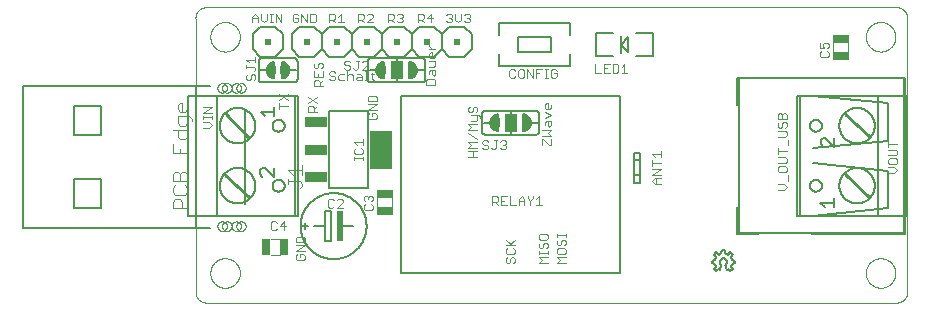
<source format=gto>
G75*
%MOIN*%
%OFA0B0*%
%FSLAX25Y25*%
%IPPOS*%
%LPD*%
%AMOC8*
5,1,8,0,0,1.08239X$1,22.5*
%
%ADD10C,0.00000*%
%ADD11C,0.00300*%
%ADD12C,0.00600*%
%ADD13R,0.02000X0.10000*%
%ADD14C,0.00400*%
%ADD15R,0.05709X0.02953*%
%ADD16R,0.02953X0.05709*%
%ADD17C,0.00800*%
%ADD18R,0.07300X0.12600*%
%ADD19R,0.07300X0.03400*%
%ADD20C,0.00500*%
%ADD21C,0.01000*%
%ADD22R,0.02000X0.02000*%
%ADD23R,0.04000X0.06000*%
D10*
X0058802Y0005150D02*
X0058802Y0096488D01*
X0058791Y0096607D01*
X0058783Y0096726D01*
X0058780Y0096845D01*
X0058781Y0096964D01*
X0058786Y0097083D01*
X0058794Y0097202D01*
X0058807Y0097320D01*
X0058824Y0097438D01*
X0058844Y0097556D01*
X0058869Y0097672D01*
X0058897Y0097788D01*
X0058929Y0097903D01*
X0058965Y0098016D01*
X0059005Y0098129D01*
X0059049Y0098240D01*
X0059096Y0098349D01*
X0059147Y0098457D01*
X0059201Y0098563D01*
X0059259Y0098667D01*
X0059320Y0098769D01*
X0059385Y0098869D01*
X0059453Y0098967D01*
X0059524Y0099062D01*
X0059599Y0099155D01*
X0059676Y0099246D01*
X0059757Y0099334D01*
X0059840Y0099419D01*
X0059926Y0099501D01*
X0060015Y0099580D01*
X0060107Y0099657D01*
X0060201Y0099730D01*
X0060297Y0099800D01*
X0060396Y0099867D01*
X0060496Y0099930D01*
X0060599Y0099990D01*
X0060704Y0100047D01*
X0060811Y0100100D01*
X0060919Y0100149D01*
X0061029Y0100195D01*
X0061141Y0100237D01*
X0061253Y0100276D01*
X0061367Y0100310D01*
X0061483Y0100341D01*
X0061599Y0100368D01*
X0061716Y0100391D01*
X0061833Y0100410D01*
X0061951Y0100425D01*
X0292069Y0100425D01*
X0292185Y0100436D01*
X0292302Y0100443D01*
X0292419Y0100447D01*
X0292535Y0100446D01*
X0292652Y0100442D01*
X0292768Y0100434D01*
X0292884Y0100422D01*
X0293000Y0100406D01*
X0293115Y0100387D01*
X0293229Y0100364D01*
X0293343Y0100337D01*
X0293455Y0100306D01*
X0293567Y0100272D01*
X0293677Y0100234D01*
X0293786Y0100192D01*
X0293894Y0100147D01*
X0294000Y0100099D01*
X0294104Y0100047D01*
X0294207Y0099991D01*
X0294308Y0099933D01*
X0294406Y0099871D01*
X0294503Y0099805D01*
X0294598Y0099737D01*
X0294690Y0099666D01*
X0294780Y0099591D01*
X0294867Y0099514D01*
X0294952Y0099434D01*
X0295034Y0099351D01*
X0295114Y0099266D01*
X0295190Y0099178D01*
X0295264Y0099087D01*
X0295335Y0098995D01*
X0295402Y0098899D01*
X0295467Y0098802D01*
X0295528Y0098703D01*
X0295586Y0098602D01*
X0295640Y0098499D01*
X0295692Y0098394D01*
X0295739Y0098287D01*
X0295784Y0098179D01*
X0295824Y0098070D01*
X0295861Y0097959D01*
X0295895Y0097848D01*
X0295924Y0097735D01*
X0295951Y0097621D01*
X0295973Y0097507D01*
X0295991Y0097391D01*
X0296006Y0097276D01*
X0296006Y0005937D01*
X0296017Y0005821D01*
X0296024Y0005704D01*
X0296028Y0005587D01*
X0296027Y0005471D01*
X0296023Y0005354D01*
X0296015Y0005238D01*
X0296003Y0005122D01*
X0295987Y0005006D01*
X0295968Y0004891D01*
X0295945Y0004777D01*
X0295918Y0004663D01*
X0295887Y0004551D01*
X0295853Y0004439D01*
X0295815Y0004329D01*
X0295773Y0004220D01*
X0295728Y0004112D01*
X0295680Y0004006D01*
X0295628Y0003902D01*
X0295572Y0003799D01*
X0295514Y0003698D01*
X0295452Y0003600D01*
X0295386Y0003503D01*
X0295318Y0003408D01*
X0295247Y0003316D01*
X0295172Y0003226D01*
X0295095Y0003139D01*
X0295015Y0003054D01*
X0294932Y0002972D01*
X0294847Y0002892D01*
X0294759Y0002816D01*
X0294668Y0002742D01*
X0294576Y0002671D01*
X0294480Y0002604D01*
X0294383Y0002539D01*
X0294284Y0002478D01*
X0294183Y0002420D01*
X0294080Y0002366D01*
X0293975Y0002314D01*
X0293868Y0002267D01*
X0293760Y0002222D01*
X0293651Y0002182D01*
X0293540Y0002145D01*
X0293429Y0002111D01*
X0293316Y0002082D01*
X0293202Y0002055D01*
X0293088Y0002033D01*
X0292972Y0002015D01*
X0292857Y0002000D01*
X0062739Y0002000D01*
X0062623Y0001989D01*
X0062506Y0001982D01*
X0062389Y0001978D01*
X0062273Y0001979D01*
X0062156Y0001983D01*
X0062040Y0001991D01*
X0061924Y0002003D01*
X0061808Y0002019D01*
X0061693Y0002038D01*
X0061579Y0002061D01*
X0061465Y0002088D01*
X0061353Y0002119D01*
X0061241Y0002153D01*
X0061131Y0002191D01*
X0061022Y0002233D01*
X0060914Y0002278D01*
X0060808Y0002326D01*
X0060704Y0002378D01*
X0060601Y0002434D01*
X0060500Y0002492D01*
X0060402Y0002554D01*
X0060305Y0002620D01*
X0060210Y0002688D01*
X0060118Y0002759D01*
X0060028Y0002834D01*
X0059941Y0002911D01*
X0059856Y0002991D01*
X0059774Y0003074D01*
X0059694Y0003159D01*
X0059618Y0003247D01*
X0059544Y0003338D01*
X0059473Y0003430D01*
X0059406Y0003526D01*
X0059341Y0003623D01*
X0059280Y0003722D01*
X0059222Y0003823D01*
X0059168Y0003926D01*
X0059116Y0004031D01*
X0059069Y0004138D01*
X0059024Y0004246D01*
X0058984Y0004355D01*
X0058947Y0004466D01*
X0058913Y0004577D01*
X0058884Y0004690D01*
X0058857Y0004804D01*
X0058835Y0004918D01*
X0058817Y0005034D01*
X0058802Y0005149D01*
X0063723Y0011843D02*
X0063725Y0011983D01*
X0063731Y0012123D01*
X0063741Y0012262D01*
X0063755Y0012401D01*
X0063773Y0012540D01*
X0063794Y0012678D01*
X0063820Y0012816D01*
X0063850Y0012953D01*
X0063883Y0013088D01*
X0063921Y0013223D01*
X0063962Y0013357D01*
X0064007Y0013490D01*
X0064055Y0013621D01*
X0064108Y0013750D01*
X0064164Y0013879D01*
X0064223Y0014005D01*
X0064287Y0014130D01*
X0064353Y0014253D01*
X0064424Y0014374D01*
X0064497Y0014493D01*
X0064574Y0014610D01*
X0064655Y0014724D01*
X0064738Y0014836D01*
X0064825Y0014946D01*
X0064915Y0015054D01*
X0065007Y0015158D01*
X0065103Y0015260D01*
X0065202Y0015360D01*
X0065303Y0015456D01*
X0065407Y0015550D01*
X0065514Y0015640D01*
X0065623Y0015727D01*
X0065735Y0015812D01*
X0065849Y0015893D01*
X0065965Y0015971D01*
X0066083Y0016045D01*
X0066204Y0016116D01*
X0066326Y0016184D01*
X0066451Y0016248D01*
X0066577Y0016309D01*
X0066704Y0016366D01*
X0066834Y0016419D01*
X0066965Y0016469D01*
X0067097Y0016514D01*
X0067230Y0016557D01*
X0067365Y0016595D01*
X0067500Y0016629D01*
X0067637Y0016660D01*
X0067774Y0016687D01*
X0067912Y0016709D01*
X0068051Y0016728D01*
X0068190Y0016743D01*
X0068329Y0016754D01*
X0068469Y0016761D01*
X0068609Y0016764D01*
X0068749Y0016763D01*
X0068889Y0016758D01*
X0069028Y0016749D01*
X0069168Y0016736D01*
X0069307Y0016719D01*
X0069445Y0016698D01*
X0069583Y0016674D01*
X0069720Y0016645D01*
X0069856Y0016613D01*
X0069991Y0016576D01*
X0070125Y0016536D01*
X0070258Y0016492D01*
X0070389Y0016444D01*
X0070519Y0016393D01*
X0070648Y0016338D01*
X0070775Y0016279D01*
X0070900Y0016216D01*
X0071023Y0016151D01*
X0071145Y0016081D01*
X0071264Y0016008D01*
X0071382Y0015932D01*
X0071497Y0015853D01*
X0071610Y0015770D01*
X0071720Y0015684D01*
X0071828Y0015595D01*
X0071933Y0015503D01*
X0072036Y0015408D01*
X0072136Y0015310D01*
X0072233Y0015210D01*
X0072327Y0015106D01*
X0072419Y0015000D01*
X0072507Y0014892D01*
X0072592Y0014781D01*
X0072674Y0014667D01*
X0072753Y0014551D01*
X0072828Y0014434D01*
X0072900Y0014314D01*
X0072968Y0014192D01*
X0073033Y0014068D01*
X0073095Y0013942D01*
X0073153Y0013815D01*
X0073207Y0013686D01*
X0073258Y0013555D01*
X0073304Y0013423D01*
X0073347Y0013290D01*
X0073387Y0013156D01*
X0073422Y0013021D01*
X0073454Y0012884D01*
X0073481Y0012747D01*
X0073505Y0012609D01*
X0073525Y0012471D01*
X0073541Y0012332D01*
X0073553Y0012192D01*
X0073561Y0012053D01*
X0073565Y0011913D01*
X0073565Y0011773D01*
X0073561Y0011633D01*
X0073553Y0011494D01*
X0073541Y0011354D01*
X0073525Y0011215D01*
X0073505Y0011077D01*
X0073481Y0010939D01*
X0073454Y0010802D01*
X0073422Y0010665D01*
X0073387Y0010530D01*
X0073347Y0010396D01*
X0073304Y0010263D01*
X0073258Y0010131D01*
X0073207Y0010000D01*
X0073153Y0009871D01*
X0073095Y0009744D01*
X0073033Y0009618D01*
X0072968Y0009494D01*
X0072900Y0009372D01*
X0072828Y0009252D01*
X0072753Y0009135D01*
X0072674Y0009019D01*
X0072592Y0008905D01*
X0072507Y0008794D01*
X0072419Y0008686D01*
X0072327Y0008580D01*
X0072233Y0008476D01*
X0072136Y0008376D01*
X0072036Y0008278D01*
X0071933Y0008183D01*
X0071828Y0008091D01*
X0071720Y0008002D01*
X0071610Y0007916D01*
X0071497Y0007833D01*
X0071382Y0007754D01*
X0071264Y0007678D01*
X0071145Y0007605D01*
X0071023Y0007535D01*
X0070900Y0007470D01*
X0070775Y0007407D01*
X0070648Y0007348D01*
X0070519Y0007293D01*
X0070389Y0007242D01*
X0070258Y0007194D01*
X0070125Y0007150D01*
X0069991Y0007110D01*
X0069856Y0007073D01*
X0069720Y0007041D01*
X0069583Y0007012D01*
X0069445Y0006988D01*
X0069307Y0006967D01*
X0069168Y0006950D01*
X0069028Y0006937D01*
X0068889Y0006928D01*
X0068749Y0006923D01*
X0068609Y0006922D01*
X0068469Y0006925D01*
X0068329Y0006932D01*
X0068190Y0006943D01*
X0068051Y0006958D01*
X0067912Y0006977D01*
X0067774Y0006999D01*
X0067637Y0007026D01*
X0067500Y0007057D01*
X0067365Y0007091D01*
X0067230Y0007129D01*
X0067097Y0007172D01*
X0066965Y0007217D01*
X0066834Y0007267D01*
X0066704Y0007320D01*
X0066577Y0007377D01*
X0066451Y0007438D01*
X0066326Y0007502D01*
X0066204Y0007570D01*
X0066083Y0007641D01*
X0065965Y0007715D01*
X0065849Y0007793D01*
X0065735Y0007874D01*
X0065623Y0007959D01*
X0065514Y0008046D01*
X0065407Y0008136D01*
X0065303Y0008230D01*
X0065202Y0008326D01*
X0065103Y0008426D01*
X0065007Y0008528D01*
X0064915Y0008632D01*
X0064825Y0008740D01*
X0064738Y0008850D01*
X0064655Y0008962D01*
X0064574Y0009076D01*
X0064497Y0009193D01*
X0064424Y0009312D01*
X0064353Y0009433D01*
X0064287Y0009556D01*
X0064223Y0009681D01*
X0064164Y0009807D01*
X0064108Y0009936D01*
X0064055Y0010065D01*
X0064007Y0010196D01*
X0063962Y0010329D01*
X0063921Y0010463D01*
X0063883Y0010598D01*
X0063850Y0010733D01*
X0063820Y0010870D01*
X0063794Y0011008D01*
X0063773Y0011146D01*
X0063755Y0011285D01*
X0063741Y0011424D01*
X0063731Y0011563D01*
X0063725Y0011703D01*
X0063723Y0011843D01*
X0066085Y0027469D02*
X0066087Y0027548D01*
X0066093Y0027627D01*
X0066103Y0027706D01*
X0066117Y0027784D01*
X0066134Y0027861D01*
X0066156Y0027937D01*
X0066181Y0028012D01*
X0066211Y0028085D01*
X0066243Y0028157D01*
X0066280Y0028228D01*
X0066320Y0028296D01*
X0066363Y0028362D01*
X0066409Y0028426D01*
X0066459Y0028488D01*
X0066512Y0028547D01*
X0066567Y0028603D01*
X0066626Y0028657D01*
X0066687Y0028707D01*
X0066750Y0028755D01*
X0066816Y0028799D01*
X0066884Y0028840D01*
X0066954Y0028877D01*
X0067025Y0028911D01*
X0067099Y0028941D01*
X0067173Y0028967D01*
X0067249Y0028989D01*
X0067326Y0029008D01*
X0067404Y0029023D01*
X0067482Y0029034D01*
X0067561Y0029041D01*
X0067640Y0029044D01*
X0067719Y0029043D01*
X0067798Y0029038D01*
X0067877Y0029029D01*
X0067955Y0029016D01*
X0068032Y0028999D01*
X0068109Y0028979D01*
X0068184Y0028954D01*
X0068258Y0028926D01*
X0068331Y0028894D01*
X0068401Y0028859D01*
X0068470Y0028820D01*
X0068537Y0028777D01*
X0068602Y0028731D01*
X0068664Y0028683D01*
X0068724Y0028631D01*
X0068781Y0028576D01*
X0068835Y0028518D01*
X0068886Y0028458D01*
X0068934Y0028395D01*
X0068979Y0028330D01*
X0069021Y0028262D01*
X0069059Y0028193D01*
X0069093Y0028122D01*
X0069124Y0028049D01*
X0069152Y0027974D01*
X0069175Y0027899D01*
X0069195Y0027822D01*
X0069211Y0027745D01*
X0069223Y0027666D01*
X0069231Y0027588D01*
X0069235Y0027509D01*
X0069235Y0027429D01*
X0069231Y0027350D01*
X0069223Y0027272D01*
X0069211Y0027193D01*
X0069195Y0027116D01*
X0069175Y0027039D01*
X0069152Y0026964D01*
X0069124Y0026889D01*
X0069093Y0026816D01*
X0069059Y0026745D01*
X0069021Y0026676D01*
X0068979Y0026608D01*
X0068934Y0026543D01*
X0068886Y0026480D01*
X0068835Y0026420D01*
X0068781Y0026362D01*
X0068724Y0026307D01*
X0068664Y0026255D01*
X0068602Y0026207D01*
X0068537Y0026161D01*
X0068470Y0026118D01*
X0068401Y0026079D01*
X0068331Y0026044D01*
X0068258Y0026012D01*
X0068184Y0025984D01*
X0068109Y0025959D01*
X0068032Y0025939D01*
X0067955Y0025922D01*
X0067877Y0025909D01*
X0067798Y0025900D01*
X0067719Y0025895D01*
X0067640Y0025894D01*
X0067561Y0025897D01*
X0067482Y0025904D01*
X0067404Y0025915D01*
X0067326Y0025930D01*
X0067249Y0025949D01*
X0067173Y0025971D01*
X0067099Y0025997D01*
X0067025Y0026027D01*
X0066954Y0026061D01*
X0066884Y0026098D01*
X0066816Y0026139D01*
X0066750Y0026183D01*
X0066687Y0026231D01*
X0066626Y0026281D01*
X0066567Y0026335D01*
X0066512Y0026391D01*
X0066459Y0026450D01*
X0066409Y0026512D01*
X0066363Y0026576D01*
X0066320Y0026642D01*
X0066280Y0026710D01*
X0066243Y0026781D01*
X0066211Y0026853D01*
X0066181Y0026926D01*
X0066156Y0027001D01*
X0066134Y0027077D01*
X0066117Y0027154D01*
X0066103Y0027232D01*
X0066093Y0027311D01*
X0066087Y0027390D01*
X0066085Y0027469D01*
X0067660Y0027469D02*
X0067662Y0027548D01*
X0067668Y0027627D01*
X0067678Y0027706D01*
X0067692Y0027784D01*
X0067709Y0027861D01*
X0067731Y0027937D01*
X0067756Y0028012D01*
X0067786Y0028085D01*
X0067818Y0028157D01*
X0067855Y0028228D01*
X0067895Y0028296D01*
X0067938Y0028362D01*
X0067984Y0028426D01*
X0068034Y0028488D01*
X0068087Y0028547D01*
X0068142Y0028603D01*
X0068201Y0028657D01*
X0068262Y0028707D01*
X0068325Y0028755D01*
X0068391Y0028799D01*
X0068459Y0028840D01*
X0068529Y0028877D01*
X0068600Y0028911D01*
X0068674Y0028941D01*
X0068748Y0028967D01*
X0068824Y0028989D01*
X0068901Y0029008D01*
X0068979Y0029023D01*
X0069057Y0029034D01*
X0069136Y0029041D01*
X0069215Y0029044D01*
X0069294Y0029043D01*
X0069373Y0029038D01*
X0069452Y0029029D01*
X0069530Y0029016D01*
X0069607Y0028999D01*
X0069684Y0028979D01*
X0069759Y0028954D01*
X0069833Y0028926D01*
X0069906Y0028894D01*
X0069976Y0028859D01*
X0070045Y0028820D01*
X0070112Y0028777D01*
X0070177Y0028731D01*
X0070239Y0028683D01*
X0070299Y0028631D01*
X0070356Y0028576D01*
X0070410Y0028518D01*
X0070461Y0028458D01*
X0070509Y0028395D01*
X0070554Y0028330D01*
X0070596Y0028262D01*
X0070634Y0028193D01*
X0070668Y0028122D01*
X0070699Y0028049D01*
X0070727Y0027974D01*
X0070750Y0027899D01*
X0070770Y0027822D01*
X0070786Y0027745D01*
X0070798Y0027666D01*
X0070806Y0027588D01*
X0070810Y0027509D01*
X0070810Y0027429D01*
X0070806Y0027350D01*
X0070798Y0027272D01*
X0070786Y0027193D01*
X0070770Y0027116D01*
X0070750Y0027039D01*
X0070727Y0026964D01*
X0070699Y0026889D01*
X0070668Y0026816D01*
X0070634Y0026745D01*
X0070596Y0026676D01*
X0070554Y0026608D01*
X0070509Y0026543D01*
X0070461Y0026480D01*
X0070410Y0026420D01*
X0070356Y0026362D01*
X0070299Y0026307D01*
X0070239Y0026255D01*
X0070177Y0026207D01*
X0070112Y0026161D01*
X0070045Y0026118D01*
X0069976Y0026079D01*
X0069906Y0026044D01*
X0069833Y0026012D01*
X0069759Y0025984D01*
X0069684Y0025959D01*
X0069607Y0025939D01*
X0069530Y0025922D01*
X0069452Y0025909D01*
X0069373Y0025900D01*
X0069294Y0025895D01*
X0069215Y0025894D01*
X0069136Y0025897D01*
X0069057Y0025904D01*
X0068979Y0025915D01*
X0068901Y0025930D01*
X0068824Y0025949D01*
X0068748Y0025971D01*
X0068674Y0025997D01*
X0068600Y0026027D01*
X0068529Y0026061D01*
X0068459Y0026098D01*
X0068391Y0026139D01*
X0068325Y0026183D01*
X0068262Y0026231D01*
X0068201Y0026281D01*
X0068142Y0026335D01*
X0068087Y0026391D01*
X0068034Y0026450D01*
X0067984Y0026512D01*
X0067938Y0026576D01*
X0067895Y0026642D01*
X0067855Y0026710D01*
X0067818Y0026781D01*
X0067786Y0026853D01*
X0067756Y0026926D01*
X0067731Y0027001D01*
X0067709Y0027077D01*
X0067692Y0027154D01*
X0067678Y0027232D01*
X0067668Y0027311D01*
X0067662Y0027390D01*
X0067660Y0027469D01*
X0070809Y0027469D02*
X0070811Y0027548D01*
X0070817Y0027627D01*
X0070827Y0027706D01*
X0070841Y0027784D01*
X0070858Y0027861D01*
X0070880Y0027937D01*
X0070905Y0028012D01*
X0070935Y0028085D01*
X0070967Y0028157D01*
X0071004Y0028228D01*
X0071044Y0028296D01*
X0071087Y0028362D01*
X0071133Y0028426D01*
X0071183Y0028488D01*
X0071236Y0028547D01*
X0071291Y0028603D01*
X0071350Y0028657D01*
X0071411Y0028707D01*
X0071474Y0028755D01*
X0071540Y0028799D01*
X0071608Y0028840D01*
X0071678Y0028877D01*
X0071749Y0028911D01*
X0071823Y0028941D01*
X0071897Y0028967D01*
X0071973Y0028989D01*
X0072050Y0029008D01*
X0072128Y0029023D01*
X0072206Y0029034D01*
X0072285Y0029041D01*
X0072364Y0029044D01*
X0072443Y0029043D01*
X0072522Y0029038D01*
X0072601Y0029029D01*
X0072679Y0029016D01*
X0072756Y0028999D01*
X0072833Y0028979D01*
X0072908Y0028954D01*
X0072982Y0028926D01*
X0073055Y0028894D01*
X0073125Y0028859D01*
X0073194Y0028820D01*
X0073261Y0028777D01*
X0073326Y0028731D01*
X0073388Y0028683D01*
X0073448Y0028631D01*
X0073505Y0028576D01*
X0073559Y0028518D01*
X0073610Y0028458D01*
X0073658Y0028395D01*
X0073703Y0028330D01*
X0073745Y0028262D01*
X0073783Y0028193D01*
X0073817Y0028122D01*
X0073848Y0028049D01*
X0073876Y0027974D01*
X0073899Y0027899D01*
X0073919Y0027822D01*
X0073935Y0027745D01*
X0073947Y0027666D01*
X0073955Y0027588D01*
X0073959Y0027509D01*
X0073959Y0027429D01*
X0073955Y0027350D01*
X0073947Y0027272D01*
X0073935Y0027193D01*
X0073919Y0027116D01*
X0073899Y0027039D01*
X0073876Y0026964D01*
X0073848Y0026889D01*
X0073817Y0026816D01*
X0073783Y0026745D01*
X0073745Y0026676D01*
X0073703Y0026608D01*
X0073658Y0026543D01*
X0073610Y0026480D01*
X0073559Y0026420D01*
X0073505Y0026362D01*
X0073448Y0026307D01*
X0073388Y0026255D01*
X0073326Y0026207D01*
X0073261Y0026161D01*
X0073194Y0026118D01*
X0073125Y0026079D01*
X0073055Y0026044D01*
X0072982Y0026012D01*
X0072908Y0025984D01*
X0072833Y0025959D01*
X0072756Y0025939D01*
X0072679Y0025922D01*
X0072601Y0025909D01*
X0072522Y0025900D01*
X0072443Y0025895D01*
X0072364Y0025894D01*
X0072285Y0025897D01*
X0072206Y0025904D01*
X0072128Y0025915D01*
X0072050Y0025930D01*
X0071973Y0025949D01*
X0071897Y0025971D01*
X0071823Y0025997D01*
X0071749Y0026027D01*
X0071678Y0026061D01*
X0071608Y0026098D01*
X0071540Y0026139D01*
X0071474Y0026183D01*
X0071411Y0026231D01*
X0071350Y0026281D01*
X0071291Y0026335D01*
X0071236Y0026391D01*
X0071183Y0026450D01*
X0071133Y0026512D01*
X0071087Y0026576D01*
X0071044Y0026642D01*
X0071004Y0026710D01*
X0070967Y0026781D01*
X0070935Y0026853D01*
X0070905Y0026926D01*
X0070880Y0027001D01*
X0070858Y0027077D01*
X0070841Y0027154D01*
X0070827Y0027232D01*
X0070817Y0027311D01*
X0070811Y0027390D01*
X0070809Y0027469D01*
X0072384Y0027469D02*
X0072386Y0027548D01*
X0072392Y0027627D01*
X0072402Y0027706D01*
X0072416Y0027784D01*
X0072433Y0027861D01*
X0072455Y0027937D01*
X0072480Y0028012D01*
X0072510Y0028085D01*
X0072542Y0028157D01*
X0072579Y0028228D01*
X0072619Y0028296D01*
X0072662Y0028362D01*
X0072708Y0028426D01*
X0072758Y0028488D01*
X0072811Y0028547D01*
X0072866Y0028603D01*
X0072925Y0028657D01*
X0072986Y0028707D01*
X0073049Y0028755D01*
X0073115Y0028799D01*
X0073183Y0028840D01*
X0073253Y0028877D01*
X0073324Y0028911D01*
X0073398Y0028941D01*
X0073472Y0028967D01*
X0073548Y0028989D01*
X0073625Y0029008D01*
X0073703Y0029023D01*
X0073781Y0029034D01*
X0073860Y0029041D01*
X0073939Y0029044D01*
X0074018Y0029043D01*
X0074097Y0029038D01*
X0074176Y0029029D01*
X0074254Y0029016D01*
X0074331Y0028999D01*
X0074408Y0028979D01*
X0074483Y0028954D01*
X0074557Y0028926D01*
X0074630Y0028894D01*
X0074700Y0028859D01*
X0074769Y0028820D01*
X0074836Y0028777D01*
X0074901Y0028731D01*
X0074963Y0028683D01*
X0075023Y0028631D01*
X0075080Y0028576D01*
X0075134Y0028518D01*
X0075185Y0028458D01*
X0075233Y0028395D01*
X0075278Y0028330D01*
X0075320Y0028262D01*
X0075358Y0028193D01*
X0075392Y0028122D01*
X0075423Y0028049D01*
X0075451Y0027974D01*
X0075474Y0027899D01*
X0075494Y0027822D01*
X0075510Y0027745D01*
X0075522Y0027666D01*
X0075530Y0027588D01*
X0075534Y0027509D01*
X0075534Y0027429D01*
X0075530Y0027350D01*
X0075522Y0027272D01*
X0075510Y0027193D01*
X0075494Y0027116D01*
X0075474Y0027039D01*
X0075451Y0026964D01*
X0075423Y0026889D01*
X0075392Y0026816D01*
X0075358Y0026745D01*
X0075320Y0026676D01*
X0075278Y0026608D01*
X0075233Y0026543D01*
X0075185Y0026480D01*
X0075134Y0026420D01*
X0075080Y0026362D01*
X0075023Y0026307D01*
X0074963Y0026255D01*
X0074901Y0026207D01*
X0074836Y0026161D01*
X0074769Y0026118D01*
X0074700Y0026079D01*
X0074630Y0026044D01*
X0074557Y0026012D01*
X0074483Y0025984D01*
X0074408Y0025959D01*
X0074331Y0025939D01*
X0074254Y0025922D01*
X0074176Y0025909D01*
X0074097Y0025900D01*
X0074018Y0025895D01*
X0073939Y0025894D01*
X0073860Y0025897D01*
X0073781Y0025904D01*
X0073703Y0025915D01*
X0073625Y0025930D01*
X0073548Y0025949D01*
X0073472Y0025971D01*
X0073398Y0025997D01*
X0073324Y0026027D01*
X0073253Y0026061D01*
X0073183Y0026098D01*
X0073115Y0026139D01*
X0073049Y0026183D01*
X0072986Y0026231D01*
X0072925Y0026281D01*
X0072866Y0026335D01*
X0072811Y0026391D01*
X0072758Y0026450D01*
X0072708Y0026512D01*
X0072662Y0026576D01*
X0072619Y0026642D01*
X0072579Y0026710D01*
X0072542Y0026781D01*
X0072510Y0026853D01*
X0072480Y0026926D01*
X0072455Y0027001D01*
X0072433Y0027077D01*
X0072416Y0027154D01*
X0072402Y0027232D01*
X0072392Y0027311D01*
X0072386Y0027390D01*
X0072384Y0027469D01*
X0070809Y0073531D02*
X0070811Y0073610D01*
X0070817Y0073689D01*
X0070827Y0073768D01*
X0070841Y0073846D01*
X0070858Y0073923D01*
X0070880Y0073999D01*
X0070905Y0074074D01*
X0070935Y0074147D01*
X0070967Y0074219D01*
X0071004Y0074290D01*
X0071044Y0074358D01*
X0071087Y0074424D01*
X0071133Y0074488D01*
X0071183Y0074550D01*
X0071236Y0074609D01*
X0071291Y0074665D01*
X0071350Y0074719D01*
X0071411Y0074769D01*
X0071474Y0074817D01*
X0071540Y0074861D01*
X0071608Y0074902D01*
X0071678Y0074939D01*
X0071749Y0074973D01*
X0071823Y0075003D01*
X0071897Y0075029D01*
X0071973Y0075051D01*
X0072050Y0075070D01*
X0072128Y0075085D01*
X0072206Y0075096D01*
X0072285Y0075103D01*
X0072364Y0075106D01*
X0072443Y0075105D01*
X0072522Y0075100D01*
X0072601Y0075091D01*
X0072679Y0075078D01*
X0072756Y0075061D01*
X0072833Y0075041D01*
X0072908Y0075016D01*
X0072982Y0074988D01*
X0073055Y0074956D01*
X0073125Y0074921D01*
X0073194Y0074882D01*
X0073261Y0074839D01*
X0073326Y0074793D01*
X0073388Y0074745D01*
X0073448Y0074693D01*
X0073505Y0074638D01*
X0073559Y0074580D01*
X0073610Y0074520D01*
X0073658Y0074457D01*
X0073703Y0074392D01*
X0073745Y0074324D01*
X0073783Y0074255D01*
X0073817Y0074184D01*
X0073848Y0074111D01*
X0073876Y0074036D01*
X0073899Y0073961D01*
X0073919Y0073884D01*
X0073935Y0073807D01*
X0073947Y0073728D01*
X0073955Y0073650D01*
X0073959Y0073571D01*
X0073959Y0073491D01*
X0073955Y0073412D01*
X0073947Y0073334D01*
X0073935Y0073255D01*
X0073919Y0073178D01*
X0073899Y0073101D01*
X0073876Y0073026D01*
X0073848Y0072951D01*
X0073817Y0072878D01*
X0073783Y0072807D01*
X0073745Y0072738D01*
X0073703Y0072670D01*
X0073658Y0072605D01*
X0073610Y0072542D01*
X0073559Y0072482D01*
X0073505Y0072424D01*
X0073448Y0072369D01*
X0073388Y0072317D01*
X0073326Y0072269D01*
X0073261Y0072223D01*
X0073194Y0072180D01*
X0073125Y0072141D01*
X0073055Y0072106D01*
X0072982Y0072074D01*
X0072908Y0072046D01*
X0072833Y0072021D01*
X0072756Y0072001D01*
X0072679Y0071984D01*
X0072601Y0071971D01*
X0072522Y0071962D01*
X0072443Y0071957D01*
X0072364Y0071956D01*
X0072285Y0071959D01*
X0072206Y0071966D01*
X0072128Y0071977D01*
X0072050Y0071992D01*
X0071973Y0072011D01*
X0071897Y0072033D01*
X0071823Y0072059D01*
X0071749Y0072089D01*
X0071678Y0072123D01*
X0071608Y0072160D01*
X0071540Y0072201D01*
X0071474Y0072245D01*
X0071411Y0072293D01*
X0071350Y0072343D01*
X0071291Y0072397D01*
X0071236Y0072453D01*
X0071183Y0072512D01*
X0071133Y0072574D01*
X0071087Y0072638D01*
X0071044Y0072704D01*
X0071004Y0072772D01*
X0070967Y0072843D01*
X0070935Y0072915D01*
X0070905Y0072988D01*
X0070880Y0073063D01*
X0070858Y0073139D01*
X0070841Y0073216D01*
X0070827Y0073294D01*
X0070817Y0073373D01*
X0070811Y0073452D01*
X0070809Y0073531D01*
X0067660Y0073531D02*
X0067662Y0073610D01*
X0067668Y0073689D01*
X0067678Y0073768D01*
X0067692Y0073846D01*
X0067709Y0073923D01*
X0067731Y0073999D01*
X0067756Y0074074D01*
X0067786Y0074147D01*
X0067818Y0074219D01*
X0067855Y0074290D01*
X0067895Y0074358D01*
X0067938Y0074424D01*
X0067984Y0074488D01*
X0068034Y0074550D01*
X0068087Y0074609D01*
X0068142Y0074665D01*
X0068201Y0074719D01*
X0068262Y0074769D01*
X0068325Y0074817D01*
X0068391Y0074861D01*
X0068459Y0074902D01*
X0068529Y0074939D01*
X0068600Y0074973D01*
X0068674Y0075003D01*
X0068748Y0075029D01*
X0068824Y0075051D01*
X0068901Y0075070D01*
X0068979Y0075085D01*
X0069057Y0075096D01*
X0069136Y0075103D01*
X0069215Y0075106D01*
X0069294Y0075105D01*
X0069373Y0075100D01*
X0069452Y0075091D01*
X0069530Y0075078D01*
X0069607Y0075061D01*
X0069684Y0075041D01*
X0069759Y0075016D01*
X0069833Y0074988D01*
X0069906Y0074956D01*
X0069976Y0074921D01*
X0070045Y0074882D01*
X0070112Y0074839D01*
X0070177Y0074793D01*
X0070239Y0074745D01*
X0070299Y0074693D01*
X0070356Y0074638D01*
X0070410Y0074580D01*
X0070461Y0074520D01*
X0070509Y0074457D01*
X0070554Y0074392D01*
X0070596Y0074324D01*
X0070634Y0074255D01*
X0070668Y0074184D01*
X0070699Y0074111D01*
X0070727Y0074036D01*
X0070750Y0073961D01*
X0070770Y0073884D01*
X0070786Y0073807D01*
X0070798Y0073728D01*
X0070806Y0073650D01*
X0070810Y0073571D01*
X0070810Y0073491D01*
X0070806Y0073412D01*
X0070798Y0073334D01*
X0070786Y0073255D01*
X0070770Y0073178D01*
X0070750Y0073101D01*
X0070727Y0073026D01*
X0070699Y0072951D01*
X0070668Y0072878D01*
X0070634Y0072807D01*
X0070596Y0072738D01*
X0070554Y0072670D01*
X0070509Y0072605D01*
X0070461Y0072542D01*
X0070410Y0072482D01*
X0070356Y0072424D01*
X0070299Y0072369D01*
X0070239Y0072317D01*
X0070177Y0072269D01*
X0070112Y0072223D01*
X0070045Y0072180D01*
X0069976Y0072141D01*
X0069906Y0072106D01*
X0069833Y0072074D01*
X0069759Y0072046D01*
X0069684Y0072021D01*
X0069607Y0072001D01*
X0069530Y0071984D01*
X0069452Y0071971D01*
X0069373Y0071962D01*
X0069294Y0071957D01*
X0069215Y0071956D01*
X0069136Y0071959D01*
X0069057Y0071966D01*
X0068979Y0071977D01*
X0068901Y0071992D01*
X0068824Y0072011D01*
X0068748Y0072033D01*
X0068674Y0072059D01*
X0068600Y0072089D01*
X0068529Y0072123D01*
X0068459Y0072160D01*
X0068391Y0072201D01*
X0068325Y0072245D01*
X0068262Y0072293D01*
X0068201Y0072343D01*
X0068142Y0072397D01*
X0068087Y0072453D01*
X0068034Y0072512D01*
X0067984Y0072574D01*
X0067938Y0072638D01*
X0067895Y0072704D01*
X0067855Y0072772D01*
X0067818Y0072843D01*
X0067786Y0072915D01*
X0067756Y0072988D01*
X0067731Y0073063D01*
X0067709Y0073139D01*
X0067692Y0073216D01*
X0067678Y0073294D01*
X0067668Y0073373D01*
X0067662Y0073452D01*
X0067660Y0073531D01*
X0066085Y0073531D02*
X0066087Y0073610D01*
X0066093Y0073689D01*
X0066103Y0073768D01*
X0066117Y0073846D01*
X0066134Y0073923D01*
X0066156Y0073999D01*
X0066181Y0074074D01*
X0066211Y0074147D01*
X0066243Y0074219D01*
X0066280Y0074290D01*
X0066320Y0074358D01*
X0066363Y0074424D01*
X0066409Y0074488D01*
X0066459Y0074550D01*
X0066512Y0074609D01*
X0066567Y0074665D01*
X0066626Y0074719D01*
X0066687Y0074769D01*
X0066750Y0074817D01*
X0066816Y0074861D01*
X0066884Y0074902D01*
X0066954Y0074939D01*
X0067025Y0074973D01*
X0067099Y0075003D01*
X0067173Y0075029D01*
X0067249Y0075051D01*
X0067326Y0075070D01*
X0067404Y0075085D01*
X0067482Y0075096D01*
X0067561Y0075103D01*
X0067640Y0075106D01*
X0067719Y0075105D01*
X0067798Y0075100D01*
X0067877Y0075091D01*
X0067955Y0075078D01*
X0068032Y0075061D01*
X0068109Y0075041D01*
X0068184Y0075016D01*
X0068258Y0074988D01*
X0068331Y0074956D01*
X0068401Y0074921D01*
X0068470Y0074882D01*
X0068537Y0074839D01*
X0068602Y0074793D01*
X0068664Y0074745D01*
X0068724Y0074693D01*
X0068781Y0074638D01*
X0068835Y0074580D01*
X0068886Y0074520D01*
X0068934Y0074457D01*
X0068979Y0074392D01*
X0069021Y0074324D01*
X0069059Y0074255D01*
X0069093Y0074184D01*
X0069124Y0074111D01*
X0069152Y0074036D01*
X0069175Y0073961D01*
X0069195Y0073884D01*
X0069211Y0073807D01*
X0069223Y0073728D01*
X0069231Y0073650D01*
X0069235Y0073571D01*
X0069235Y0073491D01*
X0069231Y0073412D01*
X0069223Y0073334D01*
X0069211Y0073255D01*
X0069195Y0073178D01*
X0069175Y0073101D01*
X0069152Y0073026D01*
X0069124Y0072951D01*
X0069093Y0072878D01*
X0069059Y0072807D01*
X0069021Y0072738D01*
X0068979Y0072670D01*
X0068934Y0072605D01*
X0068886Y0072542D01*
X0068835Y0072482D01*
X0068781Y0072424D01*
X0068724Y0072369D01*
X0068664Y0072317D01*
X0068602Y0072269D01*
X0068537Y0072223D01*
X0068470Y0072180D01*
X0068401Y0072141D01*
X0068331Y0072106D01*
X0068258Y0072074D01*
X0068184Y0072046D01*
X0068109Y0072021D01*
X0068032Y0072001D01*
X0067955Y0071984D01*
X0067877Y0071971D01*
X0067798Y0071962D01*
X0067719Y0071957D01*
X0067640Y0071956D01*
X0067561Y0071959D01*
X0067482Y0071966D01*
X0067404Y0071977D01*
X0067326Y0071992D01*
X0067249Y0072011D01*
X0067173Y0072033D01*
X0067099Y0072059D01*
X0067025Y0072089D01*
X0066954Y0072123D01*
X0066884Y0072160D01*
X0066816Y0072201D01*
X0066750Y0072245D01*
X0066687Y0072293D01*
X0066626Y0072343D01*
X0066567Y0072397D01*
X0066512Y0072453D01*
X0066459Y0072512D01*
X0066409Y0072574D01*
X0066363Y0072638D01*
X0066320Y0072704D01*
X0066280Y0072772D01*
X0066243Y0072843D01*
X0066211Y0072915D01*
X0066181Y0072988D01*
X0066156Y0073063D01*
X0066134Y0073139D01*
X0066117Y0073216D01*
X0066103Y0073294D01*
X0066093Y0073373D01*
X0066087Y0073452D01*
X0066085Y0073531D01*
X0072384Y0073531D02*
X0072386Y0073610D01*
X0072392Y0073689D01*
X0072402Y0073768D01*
X0072416Y0073846D01*
X0072433Y0073923D01*
X0072455Y0073999D01*
X0072480Y0074074D01*
X0072510Y0074147D01*
X0072542Y0074219D01*
X0072579Y0074290D01*
X0072619Y0074358D01*
X0072662Y0074424D01*
X0072708Y0074488D01*
X0072758Y0074550D01*
X0072811Y0074609D01*
X0072866Y0074665D01*
X0072925Y0074719D01*
X0072986Y0074769D01*
X0073049Y0074817D01*
X0073115Y0074861D01*
X0073183Y0074902D01*
X0073253Y0074939D01*
X0073324Y0074973D01*
X0073398Y0075003D01*
X0073472Y0075029D01*
X0073548Y0075051D01*
X0073625Y0075070D01*
X0073703Y0075085D01*
X0073781Y0075096D01*
X0073860Y0075103D01*
X0073939Y0075106D01*
X0074018Y0075105D01*
X0074097Y0075100D01*
X0074176Y0075091D01*
X0074254Y0075078D01*
X0074331Y0075061D01*
X0074408Y0075041D01*
X0074483Y0075016D01*
X0074557Y0074988D01*
X0074630Y0074956D01*
X0074700Y0074921D01*
X0074769Y0074882D01*
X0074836Y0074839D01*
X0074901Y0074793D01*
X0074963Y0074745D01*
X0075023Y0074693D01*
X0075080Y0074638D01*
X0075134Y0074580D01*
X0075185Y0074520D01*
X0075233Y0074457D01*
X0075278Y0074392D01*
X0075320Y0074324D01*
X0075358Y0074255D01*
X0075392Y0074184D01*
X0075423Y0074111D01*
X0075451Y0074036D01*
X0075474Y0073961D01*
X0075494Y0073884D01*
X0075510Y0073807D01*
X0075522Y0073728D01*
X0075530Y0073650D01*
X0075534Y0073571D01*
X0075534Y0073491D01*
X0075530Y0073412D01*
X0075522Y0073334D01*
X0075510Y0073255D01*
X0075494Y0073178D01*
X0075474Y0073101D01*
X0075451Y0073026D01*
X0075423Y0072951D01*
X0075392Y0072878D01*
X0075358Y0072807D01*
X0075320Y0072738D01*
X0075278Y0072670D01*
X0075233Y0072605D01*
X0075185Y0072542D01*
X0075134Y0072482D01*
X0075080Y0072424D01*
X0075023Y0072369D01*
X0074963Y0072317D01*
X0074901Y0072269D01*
X0074836Y0072223D01*
X0074769Y0072180D01*
X0074700Y0072141D01*
X0074630Y0072106D01*
X0074557Y0072074D01*
X0074483Y0072046D01*
X0074408Y0072021D01*
X0074331Y0072001D01*
X0074254Y0071984D01*
X0074176Y0071971D01*
X0074097Y0071962D01*
X0074018Y0071957D01*
X0073939Y0071956D01*
X0073860Y0071959D01*
X0073781Y0071966D01*
X0073703Y0071977D01*
X0073625Y0071992D01*
X0073548Y0072011D01*
X0073472Y0072033D01*
X0073398Y0072059D01*
X0073324Y0072089D01*
X0073253Y0072123D01*
X0073183Y0072160D01*
X0073115Y0072201D01*
X0073049Y0072245D01*
X0072986Y0072293D01*
X0072925Y0072343D01*
X0072866Y0072397D01*
X0072811Y0072453D01*
X0072758Y0072512D01*
X0072708Y0072574D01*
X0072662Y0072638D01*
X0072619Y0072704D01*
X0072579Y0072772D01*
X0072542Y0072843D01*
X0072510Y0072915D01*
X0072480Y0072988D01*
X0072455Y0073063D01*
X0072433Y0073139D01*
X0072416Y0073216D01*
X0072402Y0073294D01*
X0072392Y0073373D01*
X0072386Y0073452D01*
X0072384Y0073531D01*
X0063723Y0090583D02*
X0063725Y0090723D01*
X0063731Y0090863D01*
X0063741Y0091002D01*
X0063755Y0091141D01*
X0063773Y0091280D01*
X0063794Y0091418D01*
X0063820Y0091556D01*
X0063850Y0091693D01*
X0063883Y0091828D01*
X0063921Y0091963D01*
X0063962Y0092097D01*
X0064007Y0092230D01*
X0064055Y0092361D01*
X0064108Y0092490D01*
X0064164Y0092619D01*
X0064223Y0092745D01*
X0064287Y0092870D01*
X0064353Y0092993D01*
X0064424Y0093114D01*
X0064497Y0093233D01*
X0064574Y0093350D01*
X0064655Y0093464D01*
X0064738Y0093576D01*
X0064825Y0093686D01*
X0064915Y0093794D01*
X0065007Y0093898D01*
X0065103Y0094000D01*
X0065202Y0094100D01*
X0065303Y0094196D01*
X0065407Y0094290D01*
X0065514Y0094380D01*
X0065623Y0094467D01*
X0065735Y0094552D01*
X0065849Y0094633D01*
X0065965Y0094711D01*
X0066083Y0094785D01*
X0066204Y0094856D01*
X0066326Y0094924D01*
X0066451Y0094988D01*
X0066577Y0095049D01*
X0066704Y0095106D01*
X0066834Y0095159D01*
X0066965Y0095209D01*
X0067097Y0095254D01*
X0067230Y0095297D01*
X0067365Y0095335D01*
X0067500Y0095369D01*
X0067637Y0095400D01*
X0067774Y0095427D01*
X0067912Y0095449D01*
X0068051Y0095468D01*
X0068190Y0095483D01*
X0068329Y0095494D01*
X0068469Y0095501D01*
X0068609Y0095504D01*
X0068749Y0095503D01*
X0068889Y0095498D01*
X0069028Y0095489D01*
X0069168Y0095476D01*
X0069307Y0095459D01*
X0069445Y0095438D01*
X0069583Y0095414D01*
X0069720Y0095385D01*
X0069856Y0095353D01*
X0069991Y0095316D01*
X0070125Y0095276D01*
X0070258Y0095232D01*
X0070389Y0095184D01*
X0070519Y0095133D01*
X0070648Y0095078D01*
X0070775Y0095019D01*
X0070900Y0094956D01*
X0071023Y0094891D01*
X0071145Y0094821D01*
X0071264Y0094748D01*
X0071382Y0094672D01*
X0071497Y0094593D01*
X0071610Y0094510D01*
X0071720Y0094424D01*
X0071828Y0094335D01*
X0071933Y0094243D01*
X0072036Y0094148D01*
X0072136Y0094050D01*
X0072233Y0093950D01*
X0072327Y0093846D01*
X0072419Y0093740D01*
X0072507Y0093632D01*
X0072592Y0093521D01*
X0072674Y0093407D01*
X0072753Y0093291D01*
X0072828Y0093174D01*
X0072900Y0093054D01*
X0072968Y0092932D01*
X0073033Y0092808D01*
X0073095Y0092682D01*
X0073153Y0092555D01*
X0073207Y0092426D01*
X0073258Y0092295D01*
X0073304Y0092163D01*
X0073347Y0092030D01*
X0073387Y0091896D01*
X0073422Y0091761D01*
X0073454Y0091624D01*
X0073481Y0091487D01*
X0073505Y0091349D01*
X0073525Y0091211D01*
X0073541Y0091072D01*
X0073553Y0090932D01*
X0073561Y0090793D01*
X0073565Y0090653D01*
X0073565Y0090513D01*
X0073561Y0090373D01*
X0073553Y0090234D01*
X0073541Y0090094D01*
X0073525Y0089955D01*
X0073505Y0089817D01*
X0073481Y0089679D01*
X0073454Y0089542D01*
X0073422Y0089405D01*
X0073387Y0089270D01*
X0073347Y0089136D01*
X0073304Y0089003D01*
X0073258Y0088871D01*
X0073207Y0088740D01*
X0073153Y0088611D01*
X0073095Y0088484D01*
X0073033Y0088358D01*
X0072968Y0088234D01*
X0072900Y0088112D01*
X0072828Y0087992D01*
X0072753Y0087875D01*
X0072674Y0087759D01*
X0072592Y0087645D01*
X0072507Y0087534D01*
X0072419Y0087426D01*
X0072327Y0087320D01*
X0072233Y0087216D01*
X0072136Y0087116D01*
X0072036Y0087018D01*
X0071933Y0086923D01*
X0071828Y0086831D01*
X0071720Y0086742D01*
X0071610Y0086656D01*
X0071497Y0086573D01*
X0071382Y0086494D01*
X0071264Y0086418D01*
X0071145Y0086345D01*
X0071023Y0086275D01*
X0070900Y0086210D01*
X0070775Y0086147D01*
X0070648Y0086088D01*
X0070519Y0086033D01*
X0070389Y0085982D01*
X0070258Y0085934D01*
X0070125Y0085890D01*
X0069991Y0085850D01*
X0069856Y0085813D01*
X0069720Y0085781D01*
X0069583Y0085752D01*
X0069445Y0085728D01*
X0069307Y0085707D01*
X0069168Y0085690D01*
X0069028Y0085677D01*
X0068889Y0085668D01*
X0068749Y0085663D01*
X0068609Y0085662D01*
X0068469Y0085665D01*
X0068329Y0085672D01*
X0068190Y0085683D01*
X0068051Y0085698D01*
X0067912Y0085717D01*
X0067774Y0085739D01*
X0067637Y0085766D01*
X0067500Y0085797D01*
X0067365Y0085831D01*
X0067230Y0085869D01*
X0067097Y0085912D01*
X0066965Y0085957D01*
X0066834Y0086007D01*
X0066704Y0086060D01*
X0066577Y0086117D01*
X0066451Y0086178D01*
X0066326Y0086242D01*
X0066204Y0086310D01*
X0066083Y0086381D01*
X0065965Y0086455D01*
X0065849Y0086533D01*
X0065735Y0086614D01*
X0065623Y0086699D01*
X0065514Y0086786D01*
X0065407Y0086876D01*
X0065303Y0086970D01*
X0065202Y0087066D01*
X0065103Y0087166D01*
X0065007Y0087268D01*
X0064915Y0087372D01*
X0064825Y0087480D01*
X0064738Y0087590D01*
X0064655Y0087702D01*
X0064574Y0087816D01*
X0064497Y0087933D01*
X0064424Y0088052D01*
X0064353Y0088173D01*
X0064287Y0088296D01*
X0064223Y0088421D01*
X0064164Y0088547D01*
X0064108Y0088676D01*
X0064055Y0088805D01*
X0064007Y0088936D01*
X0063962Y0089069D01*
X0063921Y0089203D01*
X0063883Y0089338D01*
X0063850Y0089473D01*
X0063820Y0089610D01*
X0063794Y0089748D01*
X0063773Y0089886D01*
X0063755Y0090025D01*
X0063741Y0090164D01*
X0063731Y0090303D01*
X0063725Y0090443D01*
X0063723Y0090583D01*
X0282227Y0090583D02*
X0282229Y0090723D01*
X0282235Y0090863D01*
X0282245Y0091002D01*
X0282259Y0091141D01*
X0282277Y0091280D01*
X0282298Y0091418D01*
X0282324Y0091556D01*
X0282354Y0091693D01*
X0282387Y0091828D01*
X0282425Y0091963D01*
X0282466Y0092097D01*
X0282511Y0092230D01*
X0282559Y0092361D01*
X0282612Y0092490D01*
X0282668Y0092619D01*
X0282727Y0092745D01*
X0282791Y0092870D01*
X0282857Y0092993D01*
X0282928Y0093114D01*
X0283001Y0093233D01*
X0283078Y0093350D01*
X0283159Y0093464D01*
X0283242Y0093576D01*
X0283329Y0093686D01*
X0283419Y0093794D01*
X0283511Y0093898D01*
X0283607Y0094000D01*
X0283706Y0094100D01*
X0283807Y0094196D01*
X0283911Y0094290D01*
X0284018Y0094380D01*
X0284127Y0094467D01*
X0284239Y0094552D01*
X0284353Y0094633D01*
X0284469Y0094711D01*
X0284587Y0094785D01*
X0284708Y0094856D01*
X0284830Y0094924D01*
X0284955Y0094988D01*
X0285081Y0095049D01*
X0285208Y0095106D01*
X0285338Y0095159D01*
X0285469Y0095209D01*
X0285601Y0095254D01*
X0285734Y0095297D01*
X0285869Y0095335D01*
X0286004Y0095369D01*
X0286141Y0095400D01*
X0286278Y0095427D01*
X0286416Y0095449D01*
X0286555Y0095468D01*
X0286694Y0095483D01*
X0286833Y0095494D01*
X0286973Y0095501D01*
X0287113Y0095504D01*
X0287253Y0095503D01*
X0287393Y0095498D01*
X0287532Y0095489D01*
X0287672Y0095476D01*
X0287811Y0095459D01*
X0287949Y0095438D01*
X0288087Y0095414D01*
X0288224Y0095385D01*
X0288360Y0095353D01*
X0288495Y0095316D01*
X0288629Y0095276D01*
X0288762Y0095232D01*
X0288893Y0095184D01*
X0289023Y0095133D01*
X0289152Y0095078D01*
X0289279Y0095019D01*
X0289404Y0094956D01*
X0289527Y0094891D01*
X0289649Y0094821D01*
X0289768Y0094748D01*
X0289886Y0094672D01*
X0290001Y0094593D01*
X0290114Y0094510D01*
X0290224Y0094424D01*
X0290332Y0094335D01*
X0290437Y0094243D01*
X0290540Y0094148D01*
X0290640Y0094050D01*
X0290737Y0093950D01*
X0290831Y0093846D01*
X0290923Y0093740D01*
X0291011Y0093632D01*
X0291096Y0093521D01*
X0291178Y0093407D01*
X0291257Y0093291D01*
X0291332Y0093174D01*
X0291404Y0093054D01*
X0291472Y0092932D01*
X0291537Y0092808D01*
X0291599Y0092682D01*
X0291657Y0092555D01*
X0291711Y0092426D01*
X0291762Y0092295D01*
X0291808Y0092163D01*
X0291851Y0092030D01*
X0291891Y0091896D01*
X0291926Y0091761D01*
X0291958Y0091624D01*
X0291985Y0091487D01*
X0292009Y0091349D01*
X0292029Y0091211D01*
X0292045Y0091072D01*
X0292057Y0090932D01*
X0292065Y0090793D01*
X0292069Y0090653D01*
X0292069Y0090513D01*
X0292065Y0090373D01*
X0292057Y0090234D01*
X0292045Y0090094D01*
X0292029Y0089955D01*
X0292009Y0089817D01*
X0291985Y0089679D01*
X0291958Y0089542D01*
X0291926Y0089405D01*
X0291891Y0089270D01*
X0291851Y0089136D01*
X0291808Y0089003D01*
X0291762Y0088871D01*
X0291711Y0088740D01*
X0291657Y0088611D01*
X0291599Y0088484D01*
X0291537Y0088358D01*
X0291472Y0088234D01*
X0291404Y0088112D01*
X0291332Y0087992D01*
X0291257Y0087875D01*
X0291178Y0087759D01*
X0291096Y0087645D01*
X0291011Y0087534D01*
X0290923Y0087426D01*
X0290831Y0087320D01*
X0290737Y0087216D01*
X0290640Y0087116D01*
X0290540Y0087018D01*
X0290437Y0086923D01*
X0290332Y0086831D01*
X0290224Y0086742D01*
X0290114Y0086656D01*
X0290001Y0086573D01*
X0289886Y0086494D01*
X0289768Y0086418D01*
X0289649Y0086345D01*
X0289527Y0086275D01*
X0289404Y0086210D01*
X0289279Y0086147D01*
X0289152Y0086088D01*
X0289023Y0086033D01*
X0288893Y0085982D01*
X0288762Y0085934D01*
X0288629Y0085890D01*
X0288495Y0085850D01*
X0288360Y0085813D01*
X0288224Y0085781D01*
X0288087Y0085752D01*
X0287949Y0085728D01*
X0287811Y0085707D01*
X0287672Y0085690D01*
X0287532Y0085677D01*
X0287393Y0085668D01*
X0287253Y0085663D01*
X0287113Y0085662D01*
X0286973Y0085665D01*
X0286833Y0085672D01*
X0286694Y0085683D01*
X0286555Y0085698D01*
X0286416Y0085717D01*
X0286278Y0085739D01*
X0286141Y0085766D01*
X0286004Y0085797D01*
X0285869Y0085831D01*
X0285734Y0085869D01*
X0285601Y0085912D01*
X0285469Y0085957D01*
X0285338Y0086007D01*
X0285208Y0086060D01*
X0285081Y0086117D01*
X0284955Y0086178D01*
X0284830Y0086242D01*
X0284708Y0086310D01*
X0284587Y0086381D01*
X0284469Y0086455D01*
X0284353Y0086533D01*
X0284239Y0086614D01*
X0284127Y0086699D01*
X0284018Y0086786D01*
X0283911Y0086876D01*
X0283807Y0086970D01*
X0283706Y0087066D01*
X0283607Y0087166D01*
X0283511Y0087268D01*
X0283419Y0087372D01*
X0283329Y0087480D01*
X0283242Y0087590D01*
X0283159Y0087702D01*
X0283078Y0087816D01*
X0283001Y0087933D01*
X0282928Y0088052D01*
X0282857Y0088173D01*
X0282791Y0088296D01*
X0282727Y0088421D01*
X0282668Y0088547D01*
X0282612Y0088676D01*
X0282559Y0088805D01*
X0282511Y0088936D01*
X0282466Y0089069D01*
X0282425Y0089203D01*
X0282387Y0089338D01*
X0282354Y0089473D01*
X0282324Y0089610D01*
X0282298Y0089748D01*
X0282277Y0089886D01*
X0282259Y0090025D01*
X0282245Y0090164D01*
X0282235Y0090303D01*
X0282229Y0090443D01*
X0282227Y0090583D01*
X0282227Y0011843D02*
X0282229Y0011983D01*
X0282235Y0012123D01*
X0282245Y0012262D01*
X0282259Y0012401D01*
X0282277Y0012540D01*
X0282298Y0012678D01*
X0282324Y0012816D01*
X0282354Y0012953D01*
X0282387Y0013088D01*
X0282425Y0013223D01*
X0282466Y0013357D01*
X0282511Y0013490D01*
X0282559Y0013621D01*
X0282612Y0013750D01*
X0282668Y0013879D01*
X0282727Y0014005D01*
X0282791Y0014130D01*
X0282857Y0014253D01*
X0282928Y0014374D01*
X0283001Y0014493D01*
X0283078Y0014610D01*
X0283159Y0014724D01*
X0283242Y0014836D01*
X0283329Y0014946D01*
X0283419Y0015054D01*
X0283511Y0015158D01*
X0283607Y0015260D01*
X0283706Y0015360D01*
X0283807Y0015456D01*
X0283911Y0015550D01*
X0284018Y0015640D01*
X0284127Y0015727D01*
X0284239Y0015812D01*
X0284353Y0015893D01*
X0284469Y0015971D01*
X0284587Y0016045D01*
X0284708Y0016116D01*
X0284830Y0016184D01*
X0284955Y0016248D01*
X0285081Y0016309D01*
X0285208Y0016366D01*
X0285338Y0016419D01*
X0285469Y0016469D01*
X0285601Y0016514D01*
X0285734Y0016557D01*
X0285869Y0016595D01*
X0286004Y0016629D01*
X0286141Y0016660D01*
X0286278Y0016687D01*
X0286416Y0016709D01*
X0286555Y0016728D01*
X0286694Y0016743D01*
X0286833Y0016754D01*
X0286973Y0016761D01*
X0287113Y0016764D01*
X0287253Y0016763D01*
X0287393Y0016758D01*
X0287532Y0016749D01*
X0287672Y0016736D01*
X0287811Y0016719D01*
X0287949Y0016698D01*
X0288087Y0016674D01*
X0288224Y0016645D01*
X0288360Y0016613D01*
X0288495Y0016576D01*
X0288629Y0016536D01*
X0288762Y0016492D01*
X0288893Y0016444D01*
X0289023Y0016393D01*
X0289152Y0016338D01*
X0289279Y0016279D01*
X0289404Y0016216D01*
X0289527Y0016151D01*
X0289649Y0016081D01*
X0289768Y0016008D01*
X0289886Y0015932D01*
X0290001Y0015853D01*
X0290114Y0015770D01*
X0290224Y0015684D01*
X0290332Y0015595D01*
X0290437Y0015503D01*
X0290540Y0015408D01*
X0290640Y0015310D01*
X0290737Y0015210D01*
X0290831Y0015106D01*
X0290923Y0015000D01*
X0291011Y0014892D01*
X0291096Y0014781D01*
X0291178Y0014667D01*
X0291257Y0014551D01*
X0291332Y0014434D01*
X0291404Y0014314D01*
X0291472Y0014192D01*
X0291537Y0014068D01*
X0291599Y0013942D01*
X0291657Y0013815D01*
X0291711Y0013686D01*
X0291762Y0013555D01*
X0291808Y0013423D01*
X0291851Y0013290D01*
X0291891Y0013156D01*
X0291926Y0013021D01*
X0291958Y0012884D01*
X0291985Y0012747D01*
X0292009Y0012609D01*
X0292029Y0012471D01*
X0292045Y0012332D01*
X0292057Y0012192D01*
X0292065Y0012053D01*
X0292069Y0011913D01*
X0292069Y0011773D01*
X0292065Y0011633D01*
X0292057Y0011494D01*
X0292045Y0011354D01*
X0292029Y0011215D01*
X0292009Y0011077D01*
X0291985Y0010939D01*
X0291958Y0010802D01*
X0291926Y0010665D01*
X0291891Y0010530D01*
X0291851Y0010396D01*
X0291808Y0010263D01*
X0291762Y0010131D01*
X0291711Y0010000D01*
X0291657Y0009871D01*
X0291599Y0009744D01*
X0291537Y0009618D01*
X0291472Y0009494D01*
X0291404Y0009372D01*
X0291332Y0009252D01*
X0291257Y0009135D01*
X0291178Y0009019D01*
X0291096Y0008905D01*
X0291011Y0008794D01*
X0290923Y0008686D01*
X0290831Y0008580D01*
X0290737Y0008476D01*
X0290640Y0008376D01*
X0290540Y0008278D01*
X0290437Y0008183D01*
X0290332Y0008091D01*
X0290224Y0008002D01*
X0290114Y0007916D01*
X0290001Y0007833D01*
X0289886Y0007754D01*
X0289768Y0007678D01*
X0289649Y0007605D01*
X0289527Y0007535D01*
X0289404Y0007470D01*
X0289279Y0007407D01*
X0289152Y0007348D01*
X0289023Y0007293D01*
X0288893Y0007242D01*
X0288762Y0007194D01*
X0288629Y0007150D01*
X0288495Y0007110D01*
X0288360Y0007073D01*
X0288224Y0007041D01*
X0288087Y0007012D01*
X0287949Y0006988D01*
X0287811Y0006967D01*
X0287672Y0006950D01*
X0287532Y0006937D01*
X0287393Y0006928D01*
X0287253Y0006923D01*
X0287113Y0006922D01*
X0286973Y0006925D01*
X0286833Y0006932D01*
X0286694Y0006943D01*
X0286555Y0006958D01*
X0286416Y0006977D01*
X0286278Y0006999D01*
X0286141Y0007026D01*
X0286004Y0007057D01*
X0285869Y0007091D01*
X0285734Y0007129D01*
X0285601Y0007172D01*
X0285469Y0007217D01*
X0285338Y0007267D01*
X0285208Y0007320D01*
X0285081Y0007377D01*
X0284955Y0007438D01*
X0284830Y0007502D01*
X0284708Y0007570D01*
X0284587Y0007641D01*
X0284469Y0007715D01*
X0284353Y0007793D01*
X0284239Y0007874D01*
X0284127Y0007959D01*
X0284018Y0008046D01*
X0283911Y0008136D01*
X0283807Y0008230D01*
X0283706Y0008326D01*
X0283607Y0008426D01*
X0283511Y0008528D01*
X0283419Y0008632D01*
X0283329Y0008740D01*
X0283242Y0008850D01*
X0283159Y0008962D01*
X0283078Y0009076D01*
X0283001Y0009193D01*
X0282928Y0009312D01*
X0282857Y0009433D01*
X0282791Y0009556D01*
X0282727Y0009681D01*
X0282668Y0009807D01*
X0282612Y0009936D01*
X0282559Y0010065D01*
X0282511Y0010196D01*
X0282466Y0010329D01*
X0282425Y0010463D01*
X0282387Y0010598D01*
X0282354Y0010733D01*
X0282324Y0010870D01*
X0282298Y0011008D01*
X0282277Y0011146D01*
X0282259Y0011285D01*
X0282245Y0011424D01*
X0282235Y0011563D01*
X0282229Y0011703D01*
X0282227Y0011843D01*
D11*
X0254884Y0039631D02*
X0255852Y0040599D01*
X0254884Y0041566D01*
X0252949Y0041566D01*
X0252949Y0039631D02*
X0254884Y0039631D01*
X0256335Y0042578D02*
X0256335Y0044513D01*
X0255368Y0045524D02*
X0255852Y0046008D01*
X0255852Y0046976D01*
X0255368Y0047459D01*
X0253433Y0047459D01*
X0252949Y0046976D01*
X0252949Y0046008D01*
X0253433Y0045524D01*
X0255368Y0045524D01*
X0255368Y0048471D02*
X0255852Y0048955D01*
X0255852Y0049922D01*
X0255368Y0050406D01*
X0252949Y0050406D01*
X0252949Y0051417D02*
X0252949Y0053352D01*
X0252949Y0052385D02*
X0255852Y0052385D01*
X0256335Y0054364D02*
X0256335Y0056299D01*
X0255368Y0057310D02*
X0255852Y0057794D01*
X0255852Y0058762D01*
X0255368Y0059245D01*
X0252949Y0059245D01*
X0253433Y0060257D02*
X0253917Y0060257D01*
X0254400Y0060741D01*
X0254400Y0061708D01*
X0254884Y0062192D01*
X0255368Y0062192D01*
X0255852Y0061708D01*
X0255852Y0060741D01*
X0255368Y0060257D01*
X0253433Y0060257D02*
X0252949Y0060741D01*
X0252949Y0061708D01*
X0253433Y0062192D01*
X0252949Y0063203D02*
X0252949Y0064655D01*
X0253433Y0065138D01*
X0253917Y0065138D01*
X0254400Y0064655D01*
X0254400Y0063203D01*
X0252949Y0063203D02*
X0255852Y0063203D01*
X0255852Y0064655D01*
X0255368Y0065138D01*
X0254884Y0065138D01*
X0254400Y0064655D01*
X0255368Y0057310D02*
X0252949Y0057310D01*
X0252949Y0048471D02*
X0255368Y0048471D01*
X0289749Y0048580D02*
X0290233Y0048097D01*
X0292168Y0048097D01*
X0292652Y0048580D01*
X0292652Y0049548D01*
X0292168Y0050031D01*
X0290233Y0050031D01*
X0289749Y0049548D01*
X0289749Y0048580D01*
X0289749Y0047085D02*
X0291684Y0047085D01*
X0292652Y0046117D01*
X0291684Y0045150D01*
X0289749Y0045150D01*
X0289749Y0051043D02*
X0292168Y0051043D01*
X0292652Y0051527D01*
X0292652Y0052494D01*
X0292168Y0052978D01*
X0289749Y0052978D01*
X0289749Y0053990D02*
X0289749Y0055925D01*
X0289749Y0054957D02*
X0292652Y0054957D01*
X0269368Y0083757D02*
X0267433Y0083757D01*
X0266949Y0084241D01*
X0266949Y0085208D01*
X0267433Y0085692D01*
X0266949Y0086703D02*
X0268400Y0086703D01*
X0267917Y0087671D01*
X0267917Y0088155D01*
X0268400Y0088638D01*
X0269368Y0088638D01*
X0269852Y0088155D01*
X0269852Y0087187D01*
X0269368Y0086703D01*
X0269368Y0085692D02*
X0269852Y0085208D01*
X0269852Y0084241D01*
X0269368Y0083757D01*
X0266949Y0086703D02*
X0266949Y0088638D01*
X0202726Y0078650D02*
X0200791Y0078650D01*
X0201759Y0078650D02*
X0201759Y0081552D01*
X0200791Y0080585D01*
X0199780Y0081069D02*
X0199296Y0081552D01*
X0197845Y0081552D01*
X0197845Y0078650D01*
X0199296Y0078650D01*
X0199780Y0079134D01*
X0199780Y0081069D01*
X0196833Y0081552D02*
X0194898Y0081552D01*
X0194898Y0078650D01*
X0196833Y0078650D01*
X0195866Y0080101D02*
X0194898Y0080101D01*
X0193887Y0078650D02*
X0191952Y0078650D01*
X0191952Y0081552D01*
X0179137Y0079319D02*
X0178653Y0079802D01*
X0177686Y0079802D01*
X0177202Y0079319D01*
X0177202Y0077384D01*
X0177686Y0076900D01*
X0178653Y0076900D01*
X0179137Y0077384D01*
X0179137Y0078351D01*
X0178169Y0078351D01*
X0176205Y0076900D02*
X0175238Y0076900D01*
X0175721Y0076900D02*
X0175721Y0079802D01*
X0175238Y0079802D02*
X0176205Y0079802D01*
X0174226Y0079802D02*
X0172291Y0079802D01*
X0172291Y0076900D01*
X0171280Y0076900D02*
X0171280Y0079802D01*
X0172291Y0078351D02*
X0173259Y0078351D01*
X0171280Y0076900D02*
X0169345Y0079802D01*
X0169345Y0076900D01*
X0168333Y0077384D02*
X0168333Y0079319D01*
X0167849Y0079802D01*
X0166882Y0079802D01*
X0166398Y0079319D01*
X0166398Y0077384D01*
X0166882Y0076900D01*
X0167849Y0076900D01*
X0168333Y0077384D01*
X0165387Y0077384D02*
X0164903Y0076900D01*
X0163935Y0076900D01*
X0163452Y0077384D01*
X0163452Y0079319D01*
X0163935Y0079802D01*
X0164903Y0079802D01*
X0165387Y0079319D01*
X0138652Y0079531D02*
X0138652Y0078080D01*
X0138168Y0077597D01*
X0137684Y0078080D01*
X0137684Y0079531D01*
X0137200Y0079531D02*
X0138652Y0079531D01*
X0138168Y0080543D02*
X0138652Y0081027D01*
X0138652Y0082478D01*
X0136717Y0082478D01*
X0137200Y0083490D02*
X0136717Y0083973D01*
X0136717Y0084941D01*
X0137200Y0085425D01*
X0137684Y0085425D01*
X0137684Y0083490D01*
X0138168Y0083490D02*
X0137200Y0083490D01*
X0138168Y0083490D02*
X0138652Y0083973D01*
X0138652Y0084941D01*
X0138652Y0086436D02*
X0136717Y0086436D01*
X0137684Y0086436D02*
X0136717Y0087404D01*
X0136717Y0087887D01*
X0136717Y0080543D02*
X0138168Y0080543D01*
X0137200Y0079531D02*
X0136717Y0079048D01*
X0136717Y0078080D01*
X0136233Y0076585D02*
X0135749Y0076101D01*
X0135749Y0074650D01*
X0138652Y0074650D01*
X0138652Y0076101D01*
X0138168Y0076585D01*
X0136233Y0076585D01*
X0118169Y0076150D02*
X0117686Y0076634D01*
X0117686Y0078569D01*
X0118169Y0078085D02*
X0117202Y0078085D01*
X0115721Y0079052D02*
X0115721Y0076150D01*
X0115238Y0076150D02*
X0116205Y0076150D01*
X0114226Y0076150D02*
X0114226Y0077601D01*
X0113742Y0078085D01*
X0112775Y0078085D01*
X0112775Y0077117D02*
X0114226Y0077117D01*
X0114226Y0076150D02*
X0112775Y0076150D01*
X0112291Y0076634D01*
X0112775Y0077117D01*
X0111280Y0077601D02*
X0111280Y0076150D01*
X0111280Y0077601D02*
X0110796Y0078085D01*
X0109828Y0078085D01*
X0109345Y0077601D01*
X0108333Y0078085D02*
X0106882Y0078085D01*
X0106398Y0077601D01*
X0106398Y0076634D01*
X0106882Y0076150D01*
X0108333Y0076150D01*
X0109345Y0076150D02*
X0109345Y0079052D01*
X0108935Y0079650D02*
X0108452Y0080134D01*
X0108935Y0079650D02*
X0109903Y0079650D01*
X0110387Y0080134D01*
X0110387Y0080617D01*
X0109903Y0081101D01*
X0108935Y0081101D01*
X0108452Y0081585D01*
X0108452Y0082069D01*
X0108935Y0082552D01*
X0109903Y0082552D01*
X0110387Y0082069D01*
X0112366Y0082552D02*
X0113333Y0082552D01*
X0112849Y0082552D02*
X0112849Y0080134D01*
X0112366Y0079650D01*
X0111882Y0079650D01*
X0111398Y0080134D01*
X0114345Y0079650D02*
X0116280Y0081585D01*
X0116280Y0082069D01*
X0115796Y0082552D01*
X0114828Y0082552D01*
X0114345Y0082069D01*
X0114345Y0079650D02*
X0116280Y0079650D01*
X0115721Y0079052D02*
X0115238Y0079052D01*
X0105387Y0078569D02*
X0104903Y0079052D01*
X0103935Y0079052D01*
X0103452Y0078569D01*
X0103452Y0078085D01*
X0103935Y0077601D01*
X0104903Y0077601D01*
X0105387Y0077117D01*
X0105387Y0076634D01*
X0104903Y0076150D01*
X0103935Y0076150D01*
X0103452Y0076634D01*
X0101152Y0077097D02*
X0101152Y0079031D01*
X0100668Y0080043D02*
X0101152Y0080527D01*
X0101152Y0081494D01*
X0100668Y0081978D01*
X0100184Y0081978D01*
X0099700Y0081494D01*
X0099700Y0080527D01*
X0099217Y0080043D01*
X0098733Y0080043D01*
X0098249Y0080527D01*
X0098249Y0081494D01*
X0098733Y0081978D01*
X0098249Y0079031D02*
X0098249Y0077097D01*
X0101152Y0077097D01*
X0101152Y0076085D02*
X0100184Y0075117D01*
X0100184Y0075601D02*
X0100184Y0074150D01*
X0101152Y0074150D02*
X0098249Y0074150D01*
X0098249Y0075601D01*
X0098733Y0076085D01*
X0099700Y0076085D01*
X0100184Y0075601D01*
X0099700Y0077097D02*
X0099700Y0078064D01*
X0099152Y0070531D02*
X0096249Y0068597D01*
X0096733Y0067585D02*
X0096249Y0067101D01*
X0096249Y0065650D01*
X0099152Y0065650D01*
X0098184Y0065650D02*
X0098184Y0067101D01*
X0097700Y0067585D01*
X0096733Y0067585D01*
X0098184Y0066617D02*
X0099152Y0067585D01*
X0099152Y0068597D02*
X0096249Y0070531D01*
X0089652Y0069597D02*
X0086749Y0071531D01*
X0086749Y0069597D02*
X0089652Y0071531D01*
X0086749Y0068585D02*
X0086749Y0066650D01*
X0086749Y0067617D02*
X0089652Y0067617D01*
X0078652Y0076634D02*
X0078168Y0076150D01*
X0078652Y0076634D02*
X0078652Y0077601D01*
X0078168Y0078085D01*
X0077684Y0078085D01*
X0077200Y0077601D01*
X0077200Y0076634D01*
X0076717Y0076150D01*
X0076233Y0076150D01*
X0075749Y0076634D01*
X0075749Y0077601D01*
X0076233Y0078085D01*
X0075749Y0080064D02*
X0075749Y0081031D01*
X0075749Y0080548D02*
X0078168Y0080548D01*
X0078652Y0080064D01*
X0078652Y0079580D01*
X0078168Y0079097D01*
X0078652Y0082043D02*
X0078652Y0083978D01*
X0078652Y0083011D02*
X0075749Y0083011D01*
X0076717Y0082043D01*
X0077652Y0095350D02*
X0077652Y0097285D01*
X0078619Y0098252D01*
X0079587Y0097285D01*
X0079587Y0095350D01*
X0080598Y0096317D02*
X0081566Y0095350D01*
X0082533Y0096317D01*
X0082533Y0098252D01*
X0083545Y0098252D02*
X0084512Y0098252D01*
X0084028Y0098252D02*
X0084028Y0095350D01*
X0083545Y0095350D02*
X0084512Y0095350D01*
X0085509Y0095350D02*
X0085509Y0098252D01*
X0087444Y0095350D01*
X0087444Y0098252D01*
X0091152Y0097769D02*
X0091152Y0095834D01*
X0091635Y0095350D01*
X0092603Y0095350D01*
X0093087Y0095834D01*
X0093087Y0096801D01*
X0092119Y0096801D01*
X0091152Y0097769D02*
X0091635Y0098252D01*
X0092603Y0098252D01*
X0093087Y0097769D01*
X0094098Y0098252D02*
X0096033Y0095350D01*
X0096033Y0098252D01*
X0097045Y0098252D02*
X0098496Y0098252D01*
X0098980Y0097769D01*
X0098980Y0095834D01*
X0098496Y0095350D01*
X0097045Y0095350D01*
X0097045Y0098252D01*
X0094098Y0098252D02*
X0094098Y0095350D01*
X0103452Y0095350D02*
X0103452Y0098252D01*
X0104903Y0098252D01*
X0105387Y0097769D01*
X0105387Y0096801D01*
X0104903Y0096317D01*
X0103452Y0096317D01*
X0104419Y0096317D02*
X0105387Y0095350D01*
X0106398Y0095350D02*
X0108333Y0095350D01*
X0107366Y0095350D02*
X0107366Y0098252D01*
X0106398Y0097285D01*
X0112952Y0096317D02*
X0114403Y0096317D01*
X0114887Y0096801D01*
X0114887Y0097769D01*
X0114403Y0098252D01*
X0112952Y0098252D01*
X0112952Y0095350D01*
X0113919Y0096317D02*
X0114887Y0095350D01*
X0115898Y0095350D02*
X0117833Y0097285D01*
X0117833Y0097769D01*
X0117349Y0098252D01*
X0116382Y0098252D01*
X0115898Y0097769D01*
X0115898Y0095350D02*
X0117833Y0095350D01*
X0122952Y0095350D02*
X0122952Y0098252D01*
X0124403Y0098252D01*
X0124887Y0097769D01*
X0124887Y0096801D01*
X0124403Y0096317D01*
X0122952Y0096317D01*
X0123919Y0096317D02*
X0124887Y0095350D01*
X0125898Y0095834D02*
X0126382Y0095350D01*
X0127349Y0095350D01*
X0127833Y0095834D01*
X0127833Y0096317D01*
X0127349Y0096801D01*
X0126866Y0096801D01*
X0127349Y0096801D02*
X0127833Y0097285D01*
X0127833Y0097769D01*
X0127349Y0098252D01*
X0126382Y0098252D01*
X0125898Y0097769D01*
X0132952Y0098252D02*
X0132952Y0095350D01*
X0132952Y0096317D02*
X0134403Y0096317D01*
X0134887Y0096801D01*
X0134887Y0097769D01*
X0134403Y0098252D01*
X0132952Y0098252D01*
X0135898Y0096801D02*
X0137833Y0096801D01*
X0137349Y0095350D02*
X0137349Y0098252D01*
X0135898Y0096801D01*
X0134887Y0095350D02*
X0133919Y0096317D01*
X0142452Y0095834D02*
X0142935Y0095350D01*
X0143903Y0095350D01*
X0144387Y0095834D01*
X0144387Y0096317D01*
X0143903Y0096801D01*
X0143419Y0096801D01*
X0143903Y0096801D02*
X0144387Y0097285D01*
X0144387Y0097769D01*
X0143903Y0098252D01*
X0142935Y0098252D01*
X0142452Y0097769D01*
X0145398Y0098252D02*
X0145398Y0096317D01*
X0146366Y0095350D01*
X0147333Y0096317D01*
X0147333Y0098252D01*
X0148345Y0097769D02*
X0148828Y0098252D01*
X0149796Y0098252D01*
X0150280Y0097769D01*
X0150280Y0097285D01*
X0149796Y0096801D01*
X0150280Y0096317D01*
X0150280Y0095834D01*
X0149796Y0095350D01*
X0148828Y0095350D01*
X0148345Y0095834D01*
X0149312Y0096801D02*
X0149796Y0096801D01*
X0119152Y0070494D02*
X0118668Y0070978D01*
X0116733Y0070978D01*
X0116249Y0070494D01*
X0116249Y0069043D01*
X0119152Y0069043D01*
X0119152Y0070494D01*
X0119152Y0068031D02*
X0116249Y0068031D01*
X0116249Y0066097D02*
X0119152Y0068031D01*
X0119152Y0066097D02*
X0116249Y0066097D01*
X0116733Y0065085D02*
X0116249Y0064601D01*
X0116249Y0063634D01*
X0116733Y0063150D01*
X0118668Y0063150D01*
X0119152Y0063634D01*
X0119152Y0064601D01*
X0118668Y0065085D01*
X0117700Y0065085D01*
X0117700Y0064117D01*
X0114602Y0056388D02*
X0114602Y0054453D01*
X0114602Y0055421D02*
X0111699Y0055421D01*
X0112667Y0054453D01*
X0112183Y0053442D02*
X0111699Y0052958D01*
X0111699Y0051991D01*
X0112183Y0051507D01*
X0114118Y0051507D01*
X0114602Y0051991D01*
X0114602Y0052958D01*
X0114118Y0053442D01*
X0114602Y0050510D02*
X0114602Y0049543D01*
X0114602Y0050026D02*
X0111699Y0050026D01*
X0111699Y0049543D02*
X0111699Y0050510D01*
X0115433Y0037638D02*
X0115917Y0037638D01*
X0116400Y0037155D01*
X0116884Y0037638D01*
X0117368Y0037638D01*
X0117852Y0037155D01*
X0117852Y0036187D01*
X0117368Y0035703D01*
X0117368Y0034692D02*
X0117852Y0034208D01*
X0117852Y0033241D01*
X0117368Y0032757D01*
X0115433Y0032757D01*
X0114949Y0033241D01*
X0114949Y0034208D01*
X0115433Y0034692D01*
X0115433Y0035703D02*
X0114949Y0036187D01*
X0114949Y0037155D01*
X0115433Y0037638D01*
X0116400Y0037155D02*
X0116400Y0036671D01*
X0107833Y0036069D02*
X0107833Y0035585D01*
X0105898Y0033650D01*
X0107833Y0033650D01*
X0104887Y0034134D02*
X0104403Y0033650D01*
X0103435Y0033650D01*
X0102952Y0034134D01*
X0102952Y0036069D01*
X0103435Y0036552D01*
X0104403Y0036552D01*
X0104887Y0036069D01*
X0105898Y0036069D02*
X0106382Y0036552D01*
X0107349Y0036552D01*
X0107833Y0036069D01*
X0088349Y0029052D02*
X0086898Y0027601D01*
X0088833Y0027601D01*
X0088349Y0026150D02*
X0088349Y0029052D01*
X0085887Y0028569D02*
X0085403Y0029052D01*
X0084435Y0029052D01*
X0083952Y0028569D01*
X0083952Y0026634D01*
X0084435Y0026150D01*
X0085403Y0026150D01*
X0085887Y0026634D01*
X0092249Y0023494D02*
X0092249Y0022043D01*
X0095152Y0022043D01*
X0095152Y0023494D01*
X0094668Y0023978D01*
X0092733Y0023978D01*
X0092249Y0023494D01*
X0092249Y0021031D02*
X0095152Y0021031D01*
X0092249Y0019097D01*
X0095152Y0019097D01*
X0094668Y0018085D02*
X0093700Y0018085D01*
X0093700Y0017117D01*
X0092733Y0016150D02*
X0094668Y0016150D01*
X0095152Y0016634D01*
X0095152Y0017601D01*
X0094668Y0018085D01*
X0092733Y0018085D02*
X0092249Y0017601D01*
X0092249Y0016634D01*
X0092733Y0016150D01*
X0157672Y0034450D02*
X0157672Y0037352D01*
X0159124Y0037352D01*
X0159607Y0036869D01*
X0159607Y0035901D01*
X0159124Y0035417D01*
X0157672Y0035417D01*
X0158640Y0035417D02*
X0159607Y0034450D01*
X0160619Y0034450D02*
X0162554Y0034450D01*
X0163566Y0034450D02*
X0165500Y0034450D01*
X0166512Y0034450D02*
X0166512Y0036385D01*
X0167480Y0037352D01*
X0168447Y0036385D01*
X0168447Y0034450D01*
X0170426Y0034450D02*
X0170426Y0035901D01*
X0171394Y0036869D01*
X0171394Y0037352D01*
X0172405Y0036385D02*
X0173373Y0037352D01*
X0173373Y0034450D01*
X0174340Y0034450D02*
X0172405Y0034450D01*
X0170426Y0035901D02*
X0169459Y0036869D01*
X0169459Y0037352D01*
X0168447Y0035901D02*
X0166512Y0035901D01*
X0163566Y0037352D02*
X0163566Y0034450D01*
X0160619Y0034450D02*
X0160619Y0037352D01*
X0162554Y0037352D01*
X0161586Y0035901D02*
X0160619Y0035901D01*
X0173249Y0024459D02*
X0173733Y0024942D01*
X0175668Y0024942D01*
X0176152Y0024459D01*
X0176152Y0023491D01*
X0175668Y0023007D01*
X0173733Y0023007D01*
X0173249Y0023491D01*
X0173249Y0024459D01*
X0173733Y0021996D02*
X0173249Y0021512D01*
X0173249Y0020545D01*
X0173733Y0020061D01*
X0174217Y0020061D01*
X0174700Y0020545D01*
X0174700Y0021512D01*
X0175184Y0021996D01*
X0175668Y0021996D01*
X0176152Y0021512D01*
X0176152Y0020545D01*
X0175668Y0020061D01*
X0176152Y0019064D02*
X0176152Y0018097D01*
X0176152Y0018580D02*
X0173249Y0018580D01*
X0173249Y0018097D02*
X0173249Y0019064D01*
X0173249Y0017085D02*
X0176152Y0017085D01*
X0176152Y0015150D02*
X0173249Y0015150D01*
X0174217Y0016117D01*
X0173249Y0017085D01*
X0179249Y0017085D02*
X0182152Y0017085D01*
X0181668Y0018097D02*
X0182152Y0018580D01*
X0182152Y0019548D01*
X0181668Y0020031D01*
X0179733Y0020031D01*
X0179249Y0019548D01*
X0179249Y0018580D01*
X0179733Y0018097D01*
X0181668Y0018097D01*
X0180217Y0016117D02*
X0179249Y0017085D01*
X0180217Y0016117D02*
X0179249Y0015150D01*
X0182152Y0015150D01*
X0181668Y0021043D02*
X0182152Y0021527D01*
X0182152Y0022494D01*
X0181668Y0022978D01*
X0181184Y0022978D01*
X0180700Y0022494D01*
X0180700Y0021527D01*
X0180217Y0021043D01*
X0179733Y0021043D01*
X0179249Y0021527D01*
X0179249Y0022494D01*
X0179733Y0022978D01*
X0179249Y0023990D02*
X0179249Y0024957D01*
X0179249Y0024473D02*
X0182152Y0024473D01*
X0182152Y0023990D02*
X0182152Y0024957D01*
X0165152Y0022978D02*
X0163700Y0021527D01*
X0164184Y0021043D02*
X0162249Y0022978D01*
X0162249Y0021043D02*
X0165152Y0021043D01*
X0164668Y0020031D02*
X0165152Y0019548D01*
X0165152Y0018580D01*
X0164668Y0018097D01*
X0162733Y0018097D01*
X0162249Y0018580D01*
X0162249Y0019548D01*
X0162733Y0020031D01*
X0162733Y0017085D02*
X0162249Y0016601D01*
X0162249Y0015634D01*
X0162733Y0015150D01*
X0163217Y0015150D01*
X0163700Y0015634D01*
X0163700Y0016601D01*
X0164184Y0017085D01*
X0164668Y0017085D01*
X0165152Y0016601D01*
X0165152Y0015634D01*
X0164668Y0015150D01*
X0210949Y0042581D02*
X0211917Y0041614D01*
X0213852Y0041614D01*
X0212400Y0041614D02*
X0212400Y0043549D01*
X0211917Y0043549D02*
X0213852Y0043549D01*
X0213852Y0044560D02*
X0210949Y0044560D01*
X0213852Y0046495D01*
X0210949Y0046495D01*
X0210949Y0047507D02*
X0210949Y0049442D01*
X0210949Y0048474D02*
X0213852Y0048474D01*
X0213852Y0050453D02*
X0213852Y0052388D01*
X0213852Y0051421D02*
X0210949Y0051421D01*
X0211917Y0050453D01*
X0211917Y0043549D02*
X0210949Y0042581D01*
X0177152Y0054650D02*
X0177152Y0056585D01*
X0177152Y0057597D02*
X0174249Y0057597D01*
X0174249Y0056585D02*
X0174733Y0056585D01*
X0176668Y0054650D01*
X0177152Y0054650D01*
X0174249Y0054650D02*
X0174249Y0056585D01*
X0176184Y0058564D02*
X0177152Y0057597D01*
X0176184Y0058564D02*
X0177152Y0059531D01*
X0174249Y0059531D01*
X0175217Y0061027D02*
X0175217Y0061994D01*
X0175700Y0062478D01*
X0177152Y0062478D01*
X0177152Y0061027D01*
X0176668Y0060543D01*
X0176184Y0061027D01*
X0176184Y0062478D01*
X0175217Y0063490D02*
X0177152Y0064457D01*
X0175217Y0065425D01*
X0175700Y0066436D02*
X0175217Y0066920D01*
X0175217Y0067887D01*
X0175700Y0068371D01*
X0176184Y0068371D01*
X0176184Y0066436D01*
X0176668Y0066436D02*
X0175700Y0066436D01*
X0176668Y0066436D02*
X0177152Y0066920D01*
X0177152Y0067887D01*
X0153619Y0063887D02*
X0153619Y0063404D01*
X0153619Y0063887D02*
X0153135Y0064371D01*
X0150717Y0064371D01*
X0150717Y0065383D02*
X0151200Y0065866D01*
X0151200Y0066834D01*
X0151684Y0067318D01*
X0152168Y0067318D01*
X0152652Y0066834D01*
X0152652Y0065866D01*
X0152168Y0065383D01*
X0152652Y0064371D02*
X0152652Y0062920D01*
X0152168Y0062436D01*
X0150717Y0062436D01*
X0149749Y0061425D02*
X0152652Y0061425D01*
X0152652Y0059490D02*
X0149749Y0059490D01*
X0150717Y0060457D01*
X0149749Y0061425D01*
X0149749Y0058478D02*
X0152652Y0056543D01*
X0152652Y0055531D02*
X0149749Y0055531D01*
X0150717Y0054564D01*
X0149749Y0053597D01*
X0152652Y0053597D01*
X0152652Y0052585D02*
X0149749Y0052585D01*
X0151200Y0052585D02*
X0151200Y0050650D01*
X0149749Y0050650D02*
X0152652Y0050650D01*
X0154935Y0053150D02*
X0154452Y0053634D01*
X0154935Y0053150D02*
X0155903Y0053150D01*
X0156387Y0053634D01*
X0156387Y0054117D01*
X0155903Y0054601D01*
X0154935Y0054601D01*
X0154452Y0055085D01*
X0154452Y0055569D01*
X0154935Y0056052D01*
X0155903Y0056052D01*
X0156387Y0055569D01*
X0158366Y0056052D02*
X0159333Y0056052D01*
X0158849Y0056052D02*
X0158849Y0053634D01*
X0158366Y0053150D01*
X0157882Y0053150D01*
X0157398Y0053634D01*
X0160345Y0053634D02*
X0160828Y0053150D01*
X0161796Y0053150D01*
X0162280Y0053634D01*
X0162280Y0054117D01*
X0161796Y0054601D01*
X0161312Y0054601D01*
X0161796Y0054601D02*
X0162280Y0055085D01*
X0162280Y0055569D01*
X0161796Y0056052D01*
X0160828Y0056052D01*
X0160345Y0055569D01*
X0150717Y0065383D02*
X0150233Y0065383D01*
X0149749Y0065866D01*
X0149749Y0066834D01*
X0150233Y0067318D01*
X0080598Y0096317D02*
X0080598Y0098252D01*
X0079587Y0096801D02*
X0077652Y0096801D01*
X0064352Y0067138D02*
X0061449Y0067138D01*
X0061449Y0065203D02*
X0064352Y0067138D01*
X0064352Y0065203D02*
X0061449Y0065203D01*
X0061449Y0064207D02*
X0061449Y0063239D01*
X0061449Y0063723D02*
X0064352Y0063723D01*
X0064352Y0063239D02*
X0064352Y0064207D01*
X0063384Y0062228D02*
X0061449Y0062228D01*
X0063384Y0062228D02*
X0064352Y0061260D01*
X0063384Y0060293D01*
X0061449Y0060293D01*
D12*
X0065802Y0057500D02*
X0065802Y0044500D01*
X0065802Y0037500D01*
X0065802Y0031000D01*
X0091802Y0031000D01*
X0092802Y0031000D01*
X0092802Y0071000D01*
X0091802Y0071000D01*
X0065802Y0071000D01*
X0056302Y0071000D01*
X0056302Y0031000D01*
X0065802Y0031000D01*
X0066902Y0041000D02*
X0066904Y0041153D01*
X0066910Y0041306D01*
X0066920Y0041459D01*
X0066934Y0041612D01*
X0066952Y0041764D01*
X0066973Y0041915D01*
X0066999Y0042066D01*
X0067029Y0042217D01*
X0067062Y0042366D01*
X0067100Y0042515D01*
X0067141Y0042662D01*
X0067186Y0042809D01*
X0067235Y0042954D01*
X0067287Y0043098D01*
X0067344Y0043240D01*
X0067404Y0043381D01*
X0067467Y0043520D01*
X0067535Y0043658D01*
X0067605Y0043794D01*
X0067680Y0043928D01*
X0067757Y0044060D01*
X0067839Y0044190D01*
X0067923Y0044318D01*
X0068011Y0044443D01*
X0068102Y0044566D01*
X0068196Y0044687D01*
X0068293Y0044805D01*
X0068394Y0044921D01*
X0068497Y0045034D01*
X0068603Y0045145D01*
X0068712Y0045252D01*
X0068824Y0045357D01*
X0068938Y0045459D01*
X0069055Y0045558D01*
X0069175Y0045653D01*
X0069297Y0045746D01*
X0069421Y0045835D01*
X0069548Y0045922D01*
X0069677Y0046004D01*
X0069808Y0046084D01*
X0069941Y0046160D01*
X0070076Y0046232D01*
X0070213Y0046301D01*
X0070351Y0046367D01*
X0070491Y0046429D01*
X0070633Y0046487D01*
X0070776Y0046541D01*
X0070921Y0046592D01*
X0071066Y0046639D01*
X0071213Y0046682D01*
X0071361Y0046721D01*
X0071510Y0046757D01*
X0071660Y0046788D01*
X0071811Y0046816D01*
X0071962Y0046840D01*
X0072114Y0046860D01*
X0072267Y0046876D01*
X0072419Y0046888D01*
X0072572Y0046896D01*
X0072725Y0046900D01*
X0072879Y0046900D01*
X0073032Y0046896D01*
X0073185Y0046888D01*
X0073337Y0046876D01*
X0073490Y0046860D01*
X0073642Y0046840D01*
X0073793Y0046816D01*
X0073944Y0046788D01*
X0074094Y0046757D01*
X0074243Y0046721D01*
X0074391Y0046682D01*
X0074538Y0046639D01*
X0074683Y0046592D01*
X0074828Y0046541D01*
X0074971Y0046487D01*
X0075113Y0046429D01*
X0075253Y0046367D01*
X0075391Y0046301D01*
X0075528Y0046232D01*
X0075663Y0046160D01*
X0075796Y0046084D01*
X0075927Y0046004D01*
X0076056Y0045922D01*
X0076183Y0045835D01*
X0076307Y0045746D01*
X0076429Y0045653D01*
X0076549Y0045558D01*
X0076666Y0045459D01*
X0076780Y0045357D01*
X0076892Y0045252D01*
X0077001Y0045145D01*
X0077107Y0045034D01*
X0077210Y0044921D01*
X0077311Y0044805D01*
X0077408Y0044687D01*
X0077502Y0044566D01*
X0077593Y0044443D01*
X0077681Y0044318D01*
X0077765Y0044190D01*
X0077847Y0044060D01*
X0077924Y0043928D01*
X0077999Y0043794D01*
X0078069Y0043658D01*
X0078137Y0043520D01*
X0078200Y0043381D01*
X0078260Y0043240D01*
X0078317Y0043098D01*
X0078369Y0042954D01*
X0078418Y0042809D01*
X0078463Y0042662D01*
X0078504Y0042515D01*
X0078542Y0042366D01*
X0078575Y0042217D01*
X0078605Y0042066D01*
X0078631Y0041915D01*
X0078652Y0041764D01*
X0078670Y0041612D01*
X0078684Y0041459D01*
X0078694Y0041306D01*
X0078700Y0041153D01*
X0078702Y0041000D01*
X0078700Y0040847D01*
X0078694Y0040694D01*
X0078684Y0040541D01*
X0078670Y0040388D01*
X0078652Y0040236D01*
X0078631Y0040085D01*
X0078605Y0039934D01*
X0078575Y0039783D01*
X0078542Y0039634D01*
X0078504Y0039485D01*
X0078463Y0039338D01*
X0078418Y0039191D01*
X0078369Y0039046D01*
X0078317Y0038902D01*
X0078260Y0038760D01*
X0078200Y0038619D01*
X0078137Y0038480D01*
X0078069Y0038342D01*
X0077999Y0038206D01*
X0077924Y0038072D01*
X0077847Y0037940D01*
X0077765Y0037810D01*
X0077681Y0037682D01*
X0077593Y0037557D01*
X0077502Y0037434D01*
X0077408Y0037313D01*
X0077311Y0037195D01*
X0077210Y0037079D01*
X0077107Y0036966D01*
X0077001Y0036855D01*
X0076892Y0036748D01*
X0076780Y0036643D01*
X0076666Y0036541D01*
X0076549Y0036442D01*
X0076429Y0036347D01*
X0076307Y0036254D01*
X0076183Y0036165D01*
X0076056Y0036078D01*
X0075927Y0035996D01*
X0075796Y0035916D01*
X0075663Y0035840D01*
X0075528Y0035768D01*
X0075391Y0035699D01*
X0075253Y0035633D01*
X0075113Y0035571D01*
X0074971Y0035513D01*
X0074828Y0035459D01*
X0074683Y0035408D01*
X0074538Y0035361D01*
X0074391Y0035318D01*
X0074243Y0035279D01*
X0074094Y0035243D01*
X0073944Y0035212D01*
X0073793Y0035184D01*
X0073642Y0035160D01*
X0073490Y0035140D01*
X0073337Y0035124D01*
X0073185Y0035112D01*
X0073032Y0035104D01*
X0072879Y0035100D01*
X0072725Y0035100D01*
X0072572Y0035104D01*
X0072419Y0035112D01*
X0072267Y0035124D01*
X0072114Y0035140D01*
X0071962Y0035160D01*
X0071811Y0035184D01*
X0071660Y0035212D01*
X0071510Y0035243D01*
X0071361Y0035279D01*
X0071213Y0035318D01*
X0071066Y0035361D01*
X0070921Y0035408D01*
X0070776Y0035459D01*
X0070633Y0035513D01*
X0070491Y0035571D01*
X0070351Y0035633D01*
X0070213Y0035699D01*
X0070076Y0035768D01*
X0069941Y0035840D01*
X0069808Y0035916D01*
X0069677Y0035996D01*
X0069548Y0036078D01*
X0069421Y0036165D01*
X0069297Y0036254D01*
X0069175Y0036347D01*
X0069055Y0036442D01*
X0068938Y0036541D01*
X0068824Y0036643D01*
X0068712Y0036748D01*
X0068603Y0036855D01*
X0068497Y0036966D01*
X0068394Y0037079D01*
X0068293Y0037195D01*
X0068196Y0037313D01*
X0068102Y0037434D01*
X0068011Y0037557D01*
X0067923Y0037682D01*
X0067839Y0037810D01*
X0067757Y0037940D01*
X0067680Y0038072D01*
X0067605Y0038206D01*
X0067535Y0038342D01*
X0067467Y0038480D01*
X0067404Y0038619D01*
X0067344Y0038760D01*
X0067287Y0038902D01*
X0067235Y0039046D01*
X0067186Y0039191D01*
X0067141Y0039338D01*
X0067100Y0039485D01*
X0067062Y0039634D01*
X0067029Y0039783D01*
X0066999Y0039934D01*
X0066973Y0040085D01*
X0066952Y0040236D01*
X0066934Y0040388D01*
X0066920Y0040541D01*
X0066910Y0040694D01*
X0066904Y0040847D01*
X0066902Y0041000D01*
X0084502Y0041000D02*
X0084504Y0041089D01*
X0084510Y0041178D01*
X0084520Y0041267D01*
X0084534Y0041355D01*
X0084551Y0041442D01*
X0084573Y0041528D01*
X0084599Y0041614D01*
X0084628Y0041698D01*
X0084661Y0041781D01*
X0084697Y0041862D01*
X0084738Y0041942D01*
X0084781Y0042019D01*
X0084828Y0042095D01*
X0084879Y0042168D01*
X0084932Y0042239D01*
X0084989Y0042308D01*
X0085049Y0042374D01*
X0085112Y0042438D01*
X0085177Y0042498D01*
X0085245Y0042556D01*
X0085316Y0042610D01*
X0085389Y0042661D01*
X0085464Y0042709D01*
X0085541Y0042754D01*
X0085620Y0042795D01*
X0085701Y0042832D01*
X0085783Y0042866D01*
X0085867Y0042897D01*
X0085952Y0042923D01*
X0086038Y0042946D01*
X0086125Y0042964D01*
X0086213Y0042979D01*
X0086302Y0042990D01*
X0086391Y0042997D01*
X0086480Y0043000D01*
X0086569Y0042999D01*
X0086658Y0042994D01*
X0086746Y0042985D01*
X0086835Y0042972D01*
X0086922Y0042955D01*
X0087009Y0042935D01*
X0087095Y0042910D01*
X0087179Y0042882D01*
X0087262Y0042850D01*
X0087344Y0042814D01*
X0087424Y0042775D01*
X0087502Y0042732D01*
X0087578Y0042686D01*
X0087652Y0042636D01*
X0087724Y0042583D01*
X0087793Y0042527D01*
X0087860Y0042468D01*
X0087924Y0042406D01*
X0087985Y0042342D01*
X0088044Y0042274D01*
X0088099Y0042204D01*
X0088151Y0042132D01*
X0088200Y0042057D01*
X0088245Y0041981D01*
X0088287Y0041902D01*
X0088325Y0041822D01*
X0088360Y0041740D01*
X0088391Y0041656D01*
X0088419Y0041571D01*
X0088442Y0041485D01*
X0088462Y0041398D01*
X0088478Y0041311D01*
X0088490Y0041222D01*
X0088498Y0041134D01*
X0088502Y0041045D01*
X0088502Y0040955D01*
X0088498Y0040866D01*
X0088490Y0040778D01*
X0088478Y0040689D01*
X0088462Y0040602D01*
X0088442Y0040515D01*
X0088419Y0040429D01*
X0088391Y0040344D01*
X0088360Y0040260D01*
X0088325Y0040178D01*
X0088287Y0040098D01*
X0088245Y0040019D01*
X0088200Y0039943D01*
X0088151Y0039868D01*
X0088099Y0039796D01*
X0088044Y0039726D01*
X0087985Y0039658D01*
X0087924Y0039594D01*
X0087860Y0039532D01*
X0087793Y0039473D01*
X0087724Y0039417D01*
X0087652Y0039364D01*
X0087578Y0039314D01*
X0087502Y0039268D01*
X0087424Y0039225D01*
X0087344Y0039186D01*
X0087262Y0039150D01*
X0087179Y0039118D01*
X0087095Y0039090D01*
X0087009Y0039065D01*
X0086922Y0039045D01*
X0086835Y0039028D01*
X0086746Y0039015D01*
X0086658Y0039006D01*
X0086569Y0039001D01*
X0086480Y0039000D01*
X0086391Y0039003D01*
X0086302Y0039010D01*
X0086213Y0039021D01*
X0086125Y0039036D01*
X0086038Y0039054D01*
X0085952Y0039077D01*
X0085867Y0039103D01*
X0085783Y0039134D01*
X0085701Y0039168D01*
X0085620Y0039205D01*
X0085541Y0039246D01*
X0085464Y0039291D01*
X0085389Y0039339D01*
X0085316Y0039390D01*
X0085245Y0039444D01*
X0085177Y0039502D01*
X0085112Y0039562D01*
X0085049Y0039626D01*
X0084989Y0039692D01*
X0084932Y0039761D01*
X0084879Y0039832D01*
X0084828Y0039905D01*
X0084781Y0039981D01*
X0084738Y0040058D01*
X0084697Y0040138D01*
X0084661Y0040219D01*
X0084628Y0040302D01*
X0084599Y0040386D01*
X0084573Y0040472D01*
X0084551Y0040558D01*
X0084534Y0040645D01*
X0084520Y0040733D01*
X0084510Y0040822D01*
X0084504Y0040911D01*
X0084502Y0041000D01*
X0101802Y0032500D02*
X0101802Y0027500D01*
X0101802Y0022500D01*
X0103802Y0022500D01*
X0103802Y0032500D01*
X0101802Y0032500D01*
X0095302Y0028500D02*
X0095302Y0026500D01*
X0096302Y0027500D02*
X0094302Y0027500D01*
X0098302Y0027500D02*
X0101802Y0027500D01*
X0093802Y0027500D02*
X0093805Y0027770D01*
X0093815Y0028040D01*
X0093832Y0028309D01*
X0093855Y0028578D01*
X0093885Y0028847D01*
X0093921Y0029114D01*
X0093964Y0029381D01*
X0094013Y0029646D01*
X0094069Y0029910D01*
X0094132Y0030173D01*
X0094200Y0030434D01*
X0094276Y0030693D01*
X0094357Y0030950D01*
X0094445Y0031206D01*
X0094539Y0031459D01*
X0094639Y0031710D01*
X0094746Y0031958D01*
X0094858Y0032203D01*
X0094977Y0032446D01*
X0095101Y0032685D01*
X0095231Y0032922D01*
X0095367Y0033155D01*
X0095509Y0033385D01*
X0095656Y0033611D01*
X0095809Y0033834D01*
X0095967Y0034053D01*
X0096130Y0034268D01*
X0096299Y0034478D01*
X0096473Y0034685D01*
X0096652Y0034887D01*
X0096835Y0035085D01*
X0097024Y0035278D01*
X0097217Y0035467D01*
X0097415Y0035650D01*
X0097617Y0035829D01*
X0097824Y0036003D01*
X0098034Y0036172D01*
X0098249Y0036335D01*
X0098468Y0036493D01*
X0098691Y0036646D01*
X0098917Y0036793D01*
X0099147Y0036935D01*
X0099380Y0037071D01*
X0099617Y0037201D01*
X0099856Y0037325D01*
X0100099Y0037444D01*
X0100344Y0037556D01*
X0100592Y0037663D01*
X0100843Y0037763D01*
X0101096Y0037857D01*
X0101352Y0037945D01*
X0101609Y0038026D01*
X0101868Y0038102D01*
X0102129Y0038170D01*
X0102392Y0038233D01*
X0102656Y0038289D01*
X0102921Y0038338D01*
X0103188Y0038381D01*
X0103455Y0038417D01*
X0103724Y0038447D01*
X0103993Y0038470D01*
X0104262Y0038487D01*
X0104532Y0038497D01*
X0104802Y0038500D01*
X0105072Y0038497D01*
X0105342Y0038487D01*
X0105611Y0038470D01*
X0105880Y0038447D01*
X0106149Y0038417D01*
X0106416Y0038381D01*
X0106683Y0038338D01*
X0106948Y0038289D01*
X0107212Y0038233D01*
X0107475Y0038170D01*
X0107736Y0038102D01*
X0107995Y0038026D01*
X0108252Y0037945D01*
X0108508Y0037857D01*
X0108761Y0037763D01*
X0109012Y0037663D01*
X0109260Y0037556D01*
X0109505Y0037444D01*
X0109748Y0037325D01*
X0109987Y0037201D01*
X0110224Y0037071D01*
X0110457Y0036935D01*
X0110687Y0036793D01*
X0110913Y0036646D01*
X0111136Y0036493D01*
X0111355Y0036335D01*
X0111570Y0036172D01*
X0111780Y0036003D01*
X0111987Y0035829D01*
X0112189Y0035650D01*
X0112387Y0035467D01*
X0112580Y0035278D01*
X0112769Y0035085D01*
X0112952Y0034887D01*
X0113131Y0034685D01*
X0113305Y0034478D01*
X0113474Y0034268D01*
X0113637Y0034053D01*
X0113795Y0033834D01*
X0113948Y0033611D01*
X0114095Y0033385D01*
X0114237Y0033155D01*
X0114373Y0032922D01*
X0114503Y0032685D01*
X0114627Y0032446D01*
X0114746Y0032203D01*
X0114858Y0031958D01*
X0114965Y0031710D01*
X0115065Y0031459D01*
X0115159Y0031206D01*
X0115247Y0030950D01*
X0115328Y0030693D01*
X0115404Y0030434D01*
X0115472Y0030173D01*
X0115535Y0029910D01*
X0115591Y0029646D01*
X0115640Y0029381D01*
X0115683Y0029114D01*
X0115719Y0028847D01*
X0115749Y0028578D01*
X0115772Y0028309D01*
X0115789Y0028040D01*
X0115799Y0027770D01*
X0115802Y0027500D01*
X0115799Y0027230D01*
X0115789Y0026960D01*
X0115772Y0026691D01*
X0115749Y0026422D01*
X0115719Y0026153D01*
X0115683Y0025886D01*
X0115640Y0025619D01*
X0115591Y0025354D01*
X0115535Y0025090D01*
X0115472Y0024827D01*
X0115404Y0024566D01*
X0115328Y0024307D01*
X0115247Y0024050D01*
X0115159Y0023794D01*
X0115065Y0023541D01*
X0114965Y0023290D01*
X0114858Y0023042D01*
X0114746Y0022797D01*
X0114627Y0022554D01*
X0114503Y0022315D01*
X0114373Y0022078D01*
X0114237Y0021845D01*
X0114095Y0021615D01*
X0113948Y0021389D01*
X0113795Y0021166D01*
X0113637Y0020947D01*
X0113474Y0020732D01*
X0113305Y0020522D01*
X0113131Y0020315D01*
X0112952Y0020113D01*
X0112769Y0019915D01*
X0112580Y0019722D01*
X0112387Y0019533D01*
X0112189Y0019350D01*
X0111987Y0019171D01*
X0111780Y0018997D01*
X0111570Y0018828D01*
X0111355Y0018665D01*
X0111136Y0018507D01*
X0110913Y0018354D01*
X0110687Y0018207D01*
X0110457Y0018065D01*
X0110224Y0017929D01*
X0109987Y0017799D01*
X0109748Y0017675D01*
X0109505Y0017556D01*
X0109260Y0017444D01*
X0109012Y0017337D01*
X0108761Y0017237D01*
X0108508Y0017143D01*
X0108252Y0017055D01*
X0107995Y0016974D01*
X0107736Y0016898D01*
X0107475Y0016830D01*
X0107212Y0016767D01*
X0106948Y0016711D01*
X0106683Y0016662D01*
X0106416Y0016619D01*
X0106149Y0016583D01*
X0105880Y0016553D01*
X0105611Y0016530D01*
X0105342Y0016513D01*
X0105072Y0016503D01*
X0104802Y0016500D01*
X0104532Y0016503D01*
X0104262Y0016513D01*
X0103993Y0016530D01*
X0103724Y0016553D01*
X0103455Y0016583D01*
X0103188Y0016619D01*
X0102921Y0016662D01*
X0102656Y0016711D01*
X0102392Y0016767D01*
X0102129Y0016830D01*
X0101868Y0016898D01*
X0101609Y0016974D01*
X0101352Y0017055D01*
X0101096Y0017143D01*
X0100843Y0017237D01*
X0100592Y0017337D01*
X0100344Y0017444D01*
X0100099Y0017556D01*
X0099856Y0017675D01*
X0099617Y0017799D01*
X0099380Y0017929D01*
X0099147Y0018065D01*
X0098917Y0018207D01*
X0098691Y0018354D01*
X0098468Y0018507D01*
X0098249Y0018665D01*
X0098034Y0018828D01*
X0097824Y0018997D01*
X0097617Y0019171D01*
X0097415Y0019350D01*
X0097217Y0019533D01*
X0097024Y0019722D01*
X0096835Y0019915D01*
X0096652Y0020113D01*
X0096473Y0020315D01*
X0096299Y0020522D01*
X0096130Y0020732D01*
X0095967Y0020947D01*
X0095809Y0021166D01*
X0095656Y0021389D01*
X0095509Y0021615D01*
X0095367Y0021845D01*
X0095231Y0022078D01*
X0095101Y0022315D01*
X0094977Y0022554D01*
X0094858Y0022797D01*
X0094746Y0023042D01*
X0094639Y0023290D01*
X0094539Y0023541D01*
X0094445Y0023794D01*
X0094357Y0024050D01*
X0094276Y0024307D01*
X0094200Y0024566D01*
X0094132Y0024827D01*
X0094069Y0025090D01*
X0094013Y0025354D01*
X0093964Y0025619D01*
X0093921Y0025886D01*
X0093885Y0026153D01*
X0093855Y0026422D01*
X0093832Y0026691D01*
X0093815Y0026960D01*
X0093805Y0027230D01*
X0093802Y0027500D01*
X0091802Y0031000D02*
X0091802Y0071000D01*
X0091802Y0075500D02*
X0080802Y0075500D01*
X0080742Y0075502D01*
X0080681Y0075507D01*
X0080622Y0075516D01*
X0080563Y0075529D01*
X0080504Y0075545D01*
X0080447Y0075565D01*
X0080392Y0075588D01*
X0080337Y0075615D01*
X0080285Y0075644D01*
X0080234Y0075677D01*
X0080185Y0075713D01*
X0080139Y0075751D01*
X0080095Y0075793D01*
X0080053Y0075837D01*
X0080015Y0075883D01*
X0079979Y0075932D01*
X0079946Y0075983D01*
X0079917Y0076035D01*
X0079890Y0076090D01*
X0079867Y0076145D01*
X0079847Y0076202D01*
X0079831Y0076261D01*
X0079818Y0076320D01*
X0079809Y0076379D01*
X0079804Y0076440D01*
X0079802Y0076500D01*
X0079802Y0082500D01*
X0079804Y0082560D01*
X0079809Y0082621D01*
X0079818Y0082680D01*
X0079831Y0082739D01*
X0079847Y0082798D01*
X0079867Y0082855D01*
X0079890Y0082910D01*
X0079917Y0082965D01*
X0079946Y0083017D01*
X0079979Y0083068D01*
X0080015Y0083117D01*
X0080053Y0083163D01*
X0080095Y0083207D01*
X0080139Y0083249D01*
X0080185Y0083287D01*
X0080234Y0083323D01*
X0080285Y0083356D01*
X0080337Y0083385D01*
X0080392Y0083412D01*
X0080447Y0083435D01*
X0080504Y0083455D01*
X0080563Y0083471D01*
X0080622Y0083484D01*
X0080681Y0083493D01*
X0080742Y0083498D01*
X0080802Y0083500D01*
X0091802Y0083500D01*
X0091862Y0083498D01*
X0091923Y0083493D01*
X0091982Y0083484D01*
X0092041Y0083471D01*
X0092100Y0083455D01*
X0092157Y0083435D01*
X0092212Y0083412D01*
X0092267Y0083385D01*
X0092319Y0083356D01*
X0092370Y0083323D01*
X0092419Y0083287D01*
X0092465Y0083249D01*
X0092509Y0083207D01*
X0092551Y0083163D01*
X0092589Y0083117D01*
X0092625Y0083068D01*
X0092658Y0083017D01*
X0092687Y0082965D01*
X0092714Y0082910D01*
X0092737Y0082855D01*
X0092757Y0082798D01*
X0092773Y0082739D01*
X0092786Y0082680D01*
X0092795Y0082621D01*
X0092800Y0082560D01*
X0092802Y0082500D01*
X0092802Y0076500D01*
X0092800Y0076440D01*
X0092795Y0076379D01*
X0092786Y0076320D01*
X0092773Y0076261D01*
X0092757Y0076202D01*
X0092737Y0076145D01*
X0092714Y0076090D01*
X0092687Y0076035D01*
X0092658Y0075983D01*
X0092625Y0075932D01*
X0092589Y0075883D01*
X0092551Y0075837D01*
X0092509Y0075793D01*
X0092465Y0075751D01*
X0092419Y0075713D01*
X0092370Y0075677D01*
X0092319Y0075644D01*
X0092267Y0075615D01*
X0092212Y0075588D01*
X0092157Y0075565D01*
X0092100Y0075545D01*
X0092041Y0075529D01*
X0091982Y0075516D01*
X0091923Y0075507D01*
X0091862Y0075502D01*
X0091802Y0075500D01*
X0092302Y0079500D02*
X0090302Y0079500D01*
X0093302Y0084000D02*
X0098302Y0084000D01*
X0100802Y0086500D01*
X0103302Y0084000D01*
X0108302Y0084000D01*
X0110802Y0086500D01*
X0110802Y0091500D01*
X0108302Y0094000D01*
X0103302Y0094000D01*
X0100802Y0091500D01*
X0100802Y0086500D01*
X0093302Y0084000D02*
X0090802Y0086500D01*
X0090802Y0091500D01*
X0093302Y0094000D01*
X0098302Y0094000D01*
X0100802Y0091500D01*
X0110802Y0091500D02*
X0113302Y0094000D01*
X0118302Y0094000D01*
X0120802Y0091500D01*
X0123302Y0094000D01*
X0128302Y0094000D01*
X0130802Y0091500D01*
X0133302Y0094000D01*
X0138302Y0094000D01*
X0140802Y0091500D01*
X0143302Y0094000D01*
X0148302Y0094000D01*
X0150802Y0091500D01*
X0150802Y0086500D01*
X0148302Y0084000D01*
X0143302Y0084000D01*
X0140802Y0086500D01*
X0138302Y0084000D01*
X0133302Y0084000D01*
X0130802Y0086500D01*
X0128302Y0084000D01*
X0123302Y0084000D01*
X0120802Y0086500D01*
X0118302Y0084000D01*
X0113302Y0084000D01*
X0110802Y0086500D01*
X0117302Y0083500D02*
X0134302Y0083500D01*
X0134362Y0083498D01*
X0134423Y0083493D01*
X0134482Y0083484D01*
X0134541Y0083471D01*
X0134600Y0083455D01*
X0134657Y0083435D01*
X0134712Y0083412D01*
X0134767Y0083385D01*
X0134819Y0083356D01*
X0134870Y0083323D01*
X0134919Y0083287D01*
X0134965Y0083249D01*
X0135009Y0083207D01*
X0135051Y0083163D01*
X0135089Y0083117D01*
X0135125Y0083068D01*
X0135158Y0083017D01*
X0135187Y0082965D01*
X0135214Y0082910D01*
X0135237Y0082855D01*
X0135257Y0082798D01*
X0135273Y0082739D01*
X0135286Y0082680D01*
X0135295Y0082621D01*
X0135300Y0082560D01*
X0135302Y0082500D01*
X0135302Y0076500D01*
X0135300Y0076440D01*
X0135295Y0076379D01*
X0135286Y0076320D01*
X0135273Y0076261D01*
X0135257Y0076202D01*
X0135237Y0076145D01*
X0135214Y0076090D01*
X0135187Y0076035D01*
X0135158Y0075983D01*
X0135125Y0075932D01*
X0135089Y0075883D01*
X0135051Y0075837D01*
X0135009Y0075793D01*
X0134965Y0075751D01*
X0134919Y0075713D01*
X0134870Y0075677D01*
X0134819Y0075644D01*
X0134767Y0075615D01*
X0134712Y0075588D01*
X0134657Y0075565D01*
X0134600Y0075545D01*
X0134541Y0075529D01*
X0134482Y0075516D01*
X0134423Y0075507D01*
X0134362Y0075502D01*
X0134302Y0075500D01*
X0117302Y0075500D01*
X0117242Y0075502D01*
X0117181Y0075507D01*
X0117122Y0075516D01*
X0117063Y0075529D01*
X0117004Y0075545D01*
X0116947Y0075565D01*
X0116892Y0075588D01*
X0116837Y0075615D01*
X0116785Y0075644D01*
X0116734Y0075677D01*
X0116685Y0075713D01*
X0116639Y0075751D01*
X0116595Y0075793D01*
X0116553Y0075837D01*
X0116515Y0075883D01*
X0116479Y0075932D01*
X0116446Y0075983D01*
X0116417Y0076035D01*
X0116390Y0076090D01*
X0116367Y0076145D01*
X0116347Y0076202D01*
X0116331Y0076261D01*
X0116318Y0076320D01*
X0116309Y0076379D01*
X0116304Y0076440D01*
X0116302Y0076500D01*
X0116302Y0082500D01*
X0116304Y0082560D01*
X0116309Y0082621D01*
X0116318Y0082680D01*
X0116331Y0082739D01*
X0116347Y0082798D01*
X0116367Y0082855D01*
X0116390Y0082910D01*
X0116417Y0082965D01*
X0116446Y0083017D01*
X0116479Y0083068D01*
X0116515Y0083117D01*
X0116553Y0083163D01*
X0116595Y0083207D01*
X0116639Y0083249D01*
X0116685Y0083287D01*
X0116734Y0083323D01*
X0116785Y0083356D01*
X0116837Y0083385D01*
X0116892Y0083412D01*
X0116947Y0083435D01*
X0117004Y0083455D01*
X0117063Y0083471D01*
X0117122Y0083484D01*
X0117181Y0083493D01*
X0117242Y0083498D01*
X0117302Y0083500D01*
X0120802Y0086500D02*
X0120802Y0091500D01*
X0130802Y0091500D02*
X0130802Y0086500D01*
X0125802Y0083500D02*
X0125802Y0082500D01*
X0118802Y0079500D02*
X0116802Y0079500D01*
X0125802Y0076500D02*
X0125802Y0075500D01*
X0132802Y0079500D02*
X0134802Y0079500D01*
X0140802Y0086500D02*
X0140802Y0091500D01*
X0087802Y0091500D02*
X0087802Y0086500D01*
X0085302Y0084000D01*
X0080302Y0084000D01*
X0077802Y0086500D01*
X0077802Y0091500D01*
X0080302Y0094000D01*
X0085302Y0094000D01*
X0087802Y0091500D01*
X0082302Y0079500D02*
X0080302Y0079500D01*
X0065802Y0071000D02*
X0065802Y0064500D01*
X0065802Y0057500D01*
X0066902Y0061000D02*
X0066904Y0061153D01*
X0066910Y0061306D01*
X0066920Y0061459D01*
X0066934Y0061612D01*
X0066952Y0061764D01*
X0066973Y0061915D01*
X0066999Y0062066D01*
X0067029Y0062217D01*
X0067062Y0062366D01*
X0067100Y0062515D01*
X0067141Y0062662D01*
X0067186Y0062809D01*
X0067235Y0062954D01*
X0067287Y0063098D01*
X0067344Y0063240D01*
X0067404Y0063381D01*
X0067467Y0063520D01*
X0067535Y0063658D01*
X0067605Y0063794D01*
X0067680Y0063928D01*
X0067757Y0064060D01*
X0067839Y0064190D01*
X0067923Y0064318D01*
X0068011Y0064443D01*
X0068102Y0064566D01*
X0068196Y0064687D01*
X0068293Y0064805D01*
X0068394Y0064921D01*
X0068497Y0065034D01*
X0068603Y0065145D01*
X0068712Y0065252D01*
X0068824Y0065357D01*
X0068938Y0065459D01*
X0069055Y0065558D01*
X0069175Y0065653D01*
X0069297Y0065746D01*
X0069421Y0065835D01*
X0069548Y0065922D01*
X0069677Y0066004D01*
X0069808Y0066084D01*
X0069941Y0066160D01*
X0070076Y0066232D01*
X0070213Y0066301D01*
X0070351Y0066367D01*
X0070491Y0066429D01*
X0070633Y0066487D01*
X0070776Y0066541D01*
X0070921Y0066592D01*
X0071066Y0066639D01*
X0071213Y0066682D01*
X0071361Y0066721D01*
X0071510Y0066757D01*
X0071660Y0066788D01*
X0071811Y0066816D01*
X0071962Y0066840D01*
X0072114Y0066860D01*
X0072267Y0066876D01*
X0072419Y0066888D01*
X0072572Y0066896D01*
X0072725Y0066900D01*
X0072879Y0066900D01*
X0073032Y0066896D01*
X0073185Y0066888D01*
X0073337Y0066876D01*
X0073490Y0066860D01*
X0073642Y0066840D01*
X0073793Y0066816D01*
X0073944Y0066788D01*
X0074094Y0066757D01*
X0074243Y0066721D01*
X0074391Y0066682D01*
X0074538Y0066639D01*
X0074683Y0066592D01*
X0074828Y0066541D01*
X0074971Y0066487D01*
X0075113Y0066429D01*
X0075253Y0066367D01*
X0075391Y0066301D01*
X0075528Y0066232D01*
X0075663Y0066160D01*
X0075796Y0066084D01*
X0075927Y0066004D01*
X0076056Y0065922D01*
X0076183Y0065835D01*
X0076307Y0065746D01*
X0076429Y0065653D01*
X0076549Y0065558D01*
X0076666Y0065459D01*
X0076780Y0065357D01*
X0076892Y0065252D01*
X0077001Y0065145D01*
X0077107Y0065034D01*
X0077210Y0064921D01*
X0077311Y0064805D01*
X0077408Y0064687D01*
X0077502Y0064566D01*
X0077593Y0064443D01*
X0077681Y0064318D01*
X0077765Y0064190D01*
X0077847Y0064060D01*
X0077924Y0063928D01*
X0077999Y0063794D01*
X0078069Y0063658D01*
X0078137Y0063520D01*
X0078200Y0063381D01*
X0078260Y0063240D01*
X0078317Y0063098D01*
X0078369Y0062954D01*
X0078418Y0062809D01*
X0078463Y0062662D01*
X0078504Y0062515D01*
X0078542Y0062366D01*
X0078575Y0062217D01*
X0078605Y0062066D01*
X0078631Y0061915D01*
X0078652Y0061764D01*
X0078670Y0061612D01*
X0078684Y0061459D01*
X0078694Y0061306D01*
X0078700Y0061153D01*
X0078702Y0061000D01*
X0078700Y0060847D01*
X0078694Y0060694D01*
X0078684Y0060541D01*
X0078670Y0060388D01*
X0078652Y0060236D01*
X0078631Y0060085D01*
X0078605Y0059934D01*
X0078575Y0059783D01*
X0078542Y0059634D01*
X0078504Y0059485D01*
X0078463Y0059338D01*
X0078418Y0059191D01*
X0078369Y0059046D01*
X0078317Y0058902D01*
X0078260Y0058760D01*
X0078200Y0058619D01*
X0078137Y0058480D01*
X0078069Y0058342D01*
X0077999Y0058206D01*
X0077924Y0058072D01*
X0077847Y0057940D01*
X0077765Y0057810D01*
X0077681Y0057682D01*
X0077593Y0057557D01*
X0077502Y0057434D01*
X0077408Y0057313D01*
X0077311Y0057195D01*
X0077210Y0057079D01*
X0077107Y0056966D01*
X0077001Y0056855D01*
X0076892Y0056748D01*
X0076780Y0056643D01*
X0076666Y0056541D01*
X0076549Y0056442D01*
X0076429Y0056347D01*
X0076307Y0056254D01*
X0076183Y0056165D01*
X0076056Y0056078D01*
X0075927Y0055996D01*
X0075796Y0055916D01*
X0075663Y0055840D01*
X0075528Y0055768D01*
X0075391Y0055699D01*
X0075253Y0055633D01*
X0075113Y0055571D01*
X0074971Y0055513D01*
X0074828Y0055459D01*
X0074683Y0055408D01*
X0074538Y0055361D01*
X0074391Y0055318D01*
X0074243Y0055279D01*
X0074094Y0055243D01*
X0073944Y0055212D01*
X0073793Y0055184D01*
X0073642Y0055160D01*
X0073490Y0055140D01*
X0073337Y0055124D01*
X0073185Y0055112D01*
X0073032Y0055104D01*
X0072879Y0055100D01*
X0072725Y0055100D01*
X0072572Y0055104D01*
X0072419Y0055112D01*
X0072267Y0055124D01*
X0072114Y0055140D01*
X0071962Y0055160D01*
X0071811Y0055184D01*
X0071660Y0055212D01*
X0071510Y0055243D01*
X0071361Y0055279D01*
X0071213Y0055318D01*
X0071066Y0055361D01*
X0070921Y0055408D01*
X0070776Y0055459D01*
X0070633Y0055513D01*
X0070491Y0055571D01*
X0070351Y0055633D01*
X0070213Y0055699D01*
X0070076Y0055768D01*
X0069941Y0055840D01*
X0069808Y0055916D01*
X0069677Y0055996D01*
X0069548Y0056078D01*
X0069421Y0056165D01*
X0069297Y0056254D01*
X0069175Y0056347D01*
X0069055Y0056442D01*
X0068938Y0056541D01*
X0068824Y0056643D01*
X0068712Y0056748D01*
X0068603Y0056855D01*
X0068497Y0056966D01*
X0068394Y0057079D01*
X0068293Y0057195D01*
X0068196Y0057313D01*
X0068102Y0057434D01*
X0068011Y0057557D01*
X0067923Y0057682D01*
X0067839Y0057810D01*
X0067757Y0057940D01*
X0067680Y0058072D01*
X0067605Y0058206D01*
X0067535Y0058342D01*
X0067467Y0058480D01*
X0067404Y0058619D01*
X0067344Y0058760D01*
X0067287Y0058902D01*
X0067235Y0059046D01*
X0067186Y0059191D01*
X0067141Y0059338D01*
X0067100Y0059485D01*
X0067062Y0059634D01*
X0067029Y0059783D01*
X0066999Y0059934D01*
X0066973Y0060085D01*
X0066952Y0060236D01*
X0066934Y0060388D01*
X0066920Y0060541D01*
X0066910Y0060694D01*
X0066904Y0060847D01*
X0066902Y0061000D01*
X0084502Y0061000D02*
X0084504Y0061089D01*
X0084510Y0061178D01*
X0084520Y0061267D01*
X0084534Y0061355D01*
X0084551Y0061442D01*
X0084573Y0061528D01*
X0084599Y0061614D01*
X0084628Y0061698D01*
X0084661Y0061781D01*
X0084697Y0061862D01*
X0084738Y0061942D01*
X0084781Y0062019D01*
X0084828Y0062095D01*
X0084879Y0062168D01*
X0084932Y0062239D01*
X0084989Y0062308D01*
X0085049Y0062374D01*
X0085112Y0062438D01*
X0085177Y0062498D01*
X0085245Y0062556D01*
X0085316Y0062610D01*
X0085389Y0062661D01*
X0085464Y0062709D01*
X0085541Y0062754D01*
X0085620Y0062795D01*
X0085701Y0062832D01*
X0085783Y0062866D01*
X0085867Y0062897D01*
X0085952Y0062923D01*
X0086038Y0062946D01*
X0086125Y0062964D01*
X0086213Y0062979D01*
X0086302Y0062990D01*
X0086391Y0062997D01*
X0086480Y0063000D01*
X0086569Y0062999D01*
X0086658Y0062994D01*
X0086746Y0062985D01*
X0086835Y0062972D01*
X0086922Y0062955D01*
X0087009Y0062935D01*
X0087095Y0062910D01*
X0087179Y0062882D01*
X0087262Y0062850D01*
X0087344Y0062814D01*
X0087424Y0062775D01*
X0087502Y0062732D01*
X0087578Y0062686D01*
X0087652Y0062636D01*
X0087724Y0062583D01*
X0087793Y0062527D01*
X0087860Y0062468D01*
X0087924Y0062406D01*
X0087985Y0062342D01*
X0088044Y0062274D01*
X0088099Y0062204D01*
X0088151Y0062132D01*
X0088200Y0062057D01*
X0088245Y0061981D01*
X0088287Y0061902D01*
X0088325Y0061822D01*
X0088360Y0061740D01*
X0088391Y0061656D01*
X0088419Y0061571D01*
X0088442Y0061485D01*
X0088462Y0061398D01*
X0088478Y0061311D01*
X0088490Y0061222D01*
X0088498Y0061134D01*
X0088502Y0061045D01*
X0088502Y0060955D01*
X0088498Y0060866D01*
X0088490Y0060778D01*
X0088478Y0060689D01*
X0088462Y0060602D01*
X0088442Y0060515D01*
X0088419Y0060429D01*
X0088391Y0060344D01*
X0088360Y0060260D01*
X0088325Y0060178D01*
X0088287Y0060098D01*
X0088245Y0060019D01*
X0088200Y0059943D01*
X0088151Y0059868D01*
X0088099Y0059796D01*
X0088044Y0059726D01*
X0087985Y0059658D01*
X0087924Y0059594D01*
X0087860Y0059532D01*
X0087793Y0059473D01*
X0087724Y0059417D01*
X0087652Y0059364D01*
X0087578Y0059314D01*
X0087502Y0059268D01*
X0087424Y0059225D01*
X0087344Y0059186D01*
X0087262Y0059150D01*
X0087179Y0059118D01*
X0087095Y0059090D01*
X0087009Y0059065D01*
X0086922Y0059045D01*
X0086835Y0059028D01*
X0086746Y0059015D01*
X0086658Y0059006D01*
X0086569Y0059001D01*
X0086480Y0059000D01*
X0086391Y0059003D01*
X0086302Y0059010D01*
X0086213Y0059021D01*
X0086125Y0059036D01*
X0086038Y0059054D01*
X0085952Y0059077D01*
X0085867Y0059103D01*
X0085783Y0059134D01*
X0085701Y0059168D01*
X0085620Y0059205D01*
X0085541Y0059246D01*
X0085464Y0059291D01*
X0085389Y0059339D01*
X0085316Y0059390D01*
X0085245Y0059444D01*
X0085177Y0059502D01*
X0085112Y0059562D01*
X0085049Y0059626D01*
X0084989Y0059692D01*
X0084932Y0059761D01*
X0084879Y0059832D01*
X0084828Y0059905D01*
X0084781Y0059981D01*
X0084738Y0060058D01*
X0084697Y0060138D01*
X0084661Y0060219D01*
X0084628Y0060302D01*
X0084599Y0060386D01*
X0084573Y0060472D01*
X0084551Y0060558D01*
X0084534Y0060645D01*
X0084520Y0060733D01*
X0084510Y0060822D01*
X0084504Y0060911D01*
X0084502Y0061000D01*
X0154302Y0059000D02*
X0154302Y0065000D01*
X0154304Y0065060D01*
X0154309Y0065121D01*
X0154318Y0065180D01*
X0154331Y0065239D01*
X0154347Y0065298D01*
X0154367Y0065355D01*
X0154390Y0065410D01*
X0154417Y0065465D01*
X0154446Y0065517D01*
X0154479Y0065568D01*
X0154515Y0065617D01*
X0154553Y0065663D01*
X0154595Y0065707D01*
X0154639Y0065749D01*
X0154685Y0065787D01*
X0154734Y0065823D01*
X0154785Y0065856D01*
X0154837Y0065885D01*
X0154892Y0065912D01*
X0154947Y0065935D01*
X0155004Y0065955D01*
X0155063Y0065971D01*
X0155122Y0065984D01*
X0155181Y0065993D01*
X0155242Y0065998D01*
X0155302Y0066000D01*
X0172302Y0066000D01*
X0172362Y0065998D01*
X0172423Y0065993D01*
X0172482Y0065984D01*
X0172541Y0065971D01*
X0172600Y0065955D01*
X0172657Y0065935D01*
X0172712Y0065912D01*
X0172767Y0065885D01*
X0172819Y0065856D01*
X0172870Y0065823D01*
X0172919Y0065787D01*
X0172965Y0065749D01*
X0173009Y0065707D01*
X0173051Y0065663D01*
X0173089Y0065617D01*
X0173125Y0065568D01*
X0173158Y0065517D01*
X0173187Y0065465D01*
X0173214Y0065410D01*
X0173237Y0065355D01*
X0173257Y0065298D01*
X0173273Y0065239D01*
X0173286Y0065180D01*
X0173295Y0065121D01*
X0173300Y0065060D01*
X0173302Y0065000D01*
X0173302Y0059000D01*
X0173300Y0058940D01*
X0173295Y0058879D01*
X0173286Y0058820D01*
X0173273Y0058761D01*
X0173257Y0058702D01*
X0173237Y0058645D01*
X0173214Y0058590D01*
X0173187Y0058535D01*
X0173158Y0058483D01*
X0173125Y0058432D01*
X0173089Y0058383D01*
X0173051Y0058337D01*
X0173009Y0058293D01*
X0172965Y0058251D01*
X0172919Y0058213D01*
X0172870Y0058177D01*
X0172819Y0058144D01*
X0172767Y0058115D01*
X0172712Y0058088D01*
X0172657Y0058065D01*
X0172600Y0058045D01*
X0172541Y0058029D01*
X0172482Y0058016D01*
X0172423Y0058007D01*
X0172362Y0058002D01*
X0172302Y0058000D01*
X0155302Y0058000D01*
X0155242Y0058002D01*
X0155181Y0058007D01*
X0155122Y0058016D01*
X0155063Y0058029D01*
X0155004Y0058045D01*
X0154947Y0058065D01*
X0154892Y0058088D01*
X0154837Y0058115D01*
X0154785Y0058144D01*
X0154734Y0058177D01*
X0154685Y0058213D01*
X0154639Y0058251D01*
X0154595Y0058293D01*
X0154553Y0058337D01*
X0154515Y0058383D01*
X0154479Y0058432D01*
X0154446Y0058483D01*
X0154417Y0058535D01*
X0154390Y0058590D01*
X0154367Y0058645D01*
X0154347Y0058702D01*
X0154331Y0058761D01*
X0154318Y0058820D01*
X0154309Y0058879D01*
X0154304Y0058940D01*
X0154302Y0059000D01*
X0154802Y0062000D02*
X0156802Y0062000D01*
X0163802Y0065000D02*
X0163802Y0066000D01*
X0170802Y0062000D02*
X0172802Y0062000D01*
X0163802Y0059000D02*
X0163802Y0058000D01*
X0204802Y0052000D02*
X0204802Y0051500D01*
X0204802Y0049500D01*
X0204802Y0044500D01*
X0204802Y0042500D01*
X0204802Y0042000D01*
X0206802Y0042000D01*
X0206802Y0042500D01*
X0206802Y0044500D01*
X0206802Y0049500D01*
X0206802Y0051500D01*
X0206802Y0052000D01*
X0204802Y0052000D01*
X0204802Y0049500D02*
X0206802Y0049500D01*
X0206802Y0044500D02*
X0204802Y0044500D01*
X0259302Y0031000D02*
X0259302Y0071000D01*
X0260302Y0071000D01*
X0286302Y0071000D01*
X0286302Y0064500D01*
X0286302Y0057500D01*
X0286302Y0044500D01*
X0286302Y0037500D01*
X0286302Y0031000D01*
X0295802Y0031000D01*
X0295802Y0071000D01*
X0286302Y0071000D01*
X0273402Y0061000D02*
X0273404Y0061153D01*
X0273410Y0061306D01*
X0273420Y0061459D01*
X0273434Y0061612D01*
X0273452Y0061764D01*
X0273473Y0061915D01*
X0273499Y0062066D01*
X0273529Y0062217D01*
X0273562Y0062366D01*
X0273600Y0062515D01*
X0273641Y0062662D01*
X0273686Y0062809D01*
X0273735Y0062954D01*
X0273787Y0063098D01*
X0273844Y0063240D01*
X0273904Y0063381D01*
X0273967Y0063520D01*
X0274035Y0063658D01*
X0274105Y0063794D01*
X0274180Y0063928D01*
X0274257Y0064060D01*
X0274339Y0064190D01*
X0274423Y0064318D01*
X0274511Y0064443D01*
X0274602Y0064566D01*
X0274696Y0064687D01*
X0274793Y0064805D01*
X0274894Y0064921D01*
X0274997Y0065034D01*
X0275103Y0065145D01*
X0275212Y0065252D01*
X0275324Y0065357D01*
X0275438Y0065459D01*
X0275555Y0065558D01*
X0275675Y0065653D01*
X0275797Y0065746D01*
X0275921Y0065835D01*
X0276048Y0065922D01*
X0276177Y0066004D01*
X0276308Y0066084D01*
X0276441Y0066160D01*
X0276576Y0066232D01*
X0276713Y0066301D01*
X0276851Y0066367D01*
X0276991Y0066429D01*
X0277133Y0066487D01*
X0277276Y0066541D01*
X0277421Y0066592D01*
X0277566Y0066639D01*
X0277713Y0066682D01*
X0277861Y0066721D01*
X0278010Y0066757D01*
X0278160Y0066788D01*
X0278311Y0066816D01*
X0278462Y0066840D01*
X0278614Y0066860D01*
X0278767Y0066876D01*
X0278919Y0066888D01*
X0279072Y0066896D01*
X0279225Y0066900D01*
X0279379Y0066900D01*
X0279532Y0066896D01*
X0279685Y0066888D01*
X0279837Y0066876D01*
X0279990Y0066860D01*
X0280142Y0066840D01*
X0280293Y0066816D01*
X0280444Y0066788D01*
X0280594Y0066757D01*
X0280743Y0066721D01*
X0280891Y0066682D01*
X0281038Y0066639D01*
X0281183Y0066592D01*
X0281328Y0066541D01*
X0281471Y0066487D01*
X0281613Y0066429D01*
X0281753Y0066367D01*
X0281891Y0066301D01*
X0282028Y0066232D01*
X0282163Y0066160D01*
X0282296Y0066084D01*
X0282427Y0066004D01*
X0282556Y0065922D01*
X0282683Y0065835D01*
X0282807Y0065746D01*
X0282929Y0065653D01*
X0283049Y0065558D01*
X0283166Y0065459D01*
X0283280Y0065357D01*
X0283392Y0065252D01*
X0283501Y0065145D01*
X0283607Y0065034D01*
X0283710Y0064921D01*
X0283811Y0064805D01*
X0283908Y0064687D01*
X0284002Y0064566D01*
X0284093Y0064443D01*
X0284181Y0064318D01*
X0284265Y0064190D01*
X0284347Y0064060D01*
X0284424Y0063928D01*
X0284499Y0063794D01*
X0284569Y0063658D01*
X0284637Y0063520D01*
X0284700Y0063381D01*
X0284760Y0063240D01*
X0284817Y0063098D01*
X0284869Y0062954D01*
X0284918Y0062809D01*
X0284963Y0062662D01*
X0285004Y0062515D01*
X0285042Y0062366D01*
X0285075Y0062217D01*
X0285105Y0062066D01*
X0285131Y0061915D01*
X0285152Y0061764D01*
X0285170Y0061612D01*
X0285184Y0061459D01*
X0285194Y0061306D01*
X0285200Y0061153D01*
X0285202Y0061000D01*
X0285200Y0060847D01*
X0285194Y0060694D01*
X0285184Y0060541D01*
X0285170Y0060388D01*
X0285152Y0060236D01*
X0285131Y0060085D01*
X0285105Y0059934D01*
X0285075Y0059783D01*
X0285042Y0059634D01*
X0285004Y0059485D01*
X0284963Y0059338D01*
X0284918Y0059191D01*
X0284869Y0059046D01*
X0284817Y0058902D01*
X0284760Y0058760D01*
X0284700Y0058619D01*
X0284637Y0058480D01*
X0284569Y0058342D01*
X0284499Y0058206D01*
X0284424Y0058072D01*
X0284347Y0057940D01*
X0284265Y0057810D01*
X0284181Y0057682D01*
X0284093Y0057557D01*
X0284002Y0057434D01*
X0283908Y0057313D01*
X0283811Y0057195D01*
X0283710Y0057079D01*
X0283607Y0056966D01*
X0283501Y0056855D01*
X0283392Y0056748D01*
X0283280Y0056643D01*
X0283166Y0056541D01*
X0283049Y0056442D01*
X0282929Y0056347D01*
X0282807Y0056254D01*
X0282683Y0056165D01*
X0282556Y0056078D01*
X0282427Y0055996D01*
X0282296Y0055916D01*
X0282163Y0055840D01*
X0282028Y0055768D01*
X0281891Y0055699D01*
X0281753Y0055633D01*
X0281613Y0055571D01*
X0281471Y0055513D01*
X0281328Y0055459D01*
X0281183Y0055408D01*
X0281038Y0055361D01*
X0280891Y0055318D01*
X0280743Y0055279D01*
X0280594Y0055243D01*
X0280444Y0055212D01*
X0280293Y0055184D01*
X0280142Y0055160D01*
X0279990Y0055140D01*
X0279837Y0055124D01*
X0279685Y0055112D01*
X0279532Y0055104D01*
X0279379Y0055100D01*
X0279225Y0055100D01*
X0279072Y0055104D01*
X0278919Y0055112D01*
X0278767Y0055124D01*
X0278614Y0055140D01*
X0278462Y0055160D01*
X0278311Y0055184D01*
X0278160Y0055212D01*
X0278010Y0055243D01*
X0277861Y0055279D01*
X0277713Y0055318D01*
X0277566Y0055361D01*
X0277421Y0055408D01*
X0277276Y0055459D01*
X0277133Y0055513D01*
X0276991Y0055571D01*
X0276851Y0055633D01*
X0276713Y0055699D01*
X0276576Y0055768D01*
X0276441Y0055840D01*
X0276308Y0055916D01*
X0276177Y0055996D01*
X0276048Y0056078D01*
X0275921Y0056165D01*
X0275797Y0056254D01*
X0275675Y0056347D01*
X0275555Y0056442D01*
X0275438Y0056541D01*
X0275324Y0056643D01*
X0275212Y0056748D01*
X0275103Y0056855D01*
X0274997Y0056966D01*
X0274894Y0057079D01*
X0274793Y0057195D01*
X0274696Y0057313D01*
X0274602Y0057434D01*
X0274511Y0057557D01*
X0274423Y0057682D01*
X0274339Y0057810D01*
X0274257Y0057940D01*
X0274180Y0058072D01*
X0274105Y0058206D01*
X0274035Y0058342D01*
X0273967Y0058480D01*
X0273904Y0058619D01*
X0273844Y0058760D01*
X0273787Y0058902D01*
X0273735Y0059046D01*
X0273686Y0059191D01*
X0273641Y0059338D01*
X0273600Y0059485D01*
X0273562Y0059634D01*
X0273529Y0059783D01*
X0273499Y0059934D01*
X0273473Y0060085D01*
X0273452Y0060236D01*
X0273434Y0060388D01*
X0273420Y0060541D01*
X0273410Y0060694D01*
X0273404Y0060847D01*
X0273402Y0061000D01*
X0263602Y0061000D02*
X0263604Y0061089D01*
X0263610Y0061178D01*
X0263620Y0061267D01*
X0263634Y0061355D01*
X0263651Y0061442D01*
X0263673Y0061528D01*
X0263699Y0061614D01*
X0263728Y0061698D01*
X0263761Y0061781D01*
X0263797Y0061862D01*
X0263838Y0061942D01*
X0263881Y0062019D01*
X0263928Y0062095D01*
X0263979Y0062168D01*
X0264032Y0062239D01*
X0264089Y0062308D01*
X0264149Y0062374D01*
X0264212Y0062438D01*
X0264277Y0062498D01*
X0264345Y0062556D01*
X0264416Y0062610D01*
X0264489Y0062661D01*
X0264564Y0062709D01*
X0264641Y0062754D01*
X0264720Y0062795D01*
X0264801Y0062832D01*
X0264883Y0062866D01*
X0264967Y0062897D01*
X0265052Y0062923D01*
X0265138Y0062946D01*
X0265225Y0062964D01*
X0265313Y0062979D01*
X0265402Y0062990D01*
X0265491Y0062997D01*
X0265580Y0063000D01*
X0265669Y0062999D01*
X0265758Y0062994D01*
X0265846Y0062985D01*
X0265935Y0062972D01*
X0266022Y0062955D01*
X0266109Y0062935D01*
X0266195Y0062910D01*
X0266279Y0062882D01*
X0266362Y0062850D01*
X0266444Y0062814D01*
X0266524Y0062775D01*
X0266602Y0062732D01*
X0266678Y0062686D01*
X0266752Y0062636D01*
X0266824Y0062583D01*
X0266893Y0062527D01*
X0266960Y0062468D01*
X0267024Y0062406D01*
X0267085Y0062342D01*
X0267144Y0062274D01*
X0267199Y0062204D01*
X0267251Y0062132D01*
X0267300Y0062057D01*
X0267345Y0061981D01*
X0267387Y0061902D01*
X0267425Y0061822D01*
X0267460Y0061740D01*
X0267491Y0061656D01*
X0267519Y0061571D01*
X0267542Y0061485D01*
X0267562Y0061398D01*
X0267578Y0061311D01*
X0267590Y0061222D01*
X0267598Y0061134D01*
X0267602Y0061045D01*
X0267602Y0060955D01*
X0267598Y0060866D01*
X0267590Y0060778D01*
X0267578Y0060689D01*
X0267562Y0060602D01*
X0267542Y0060515D01*
X0267519Y0060429D01*
X0267491Y0060344D01*
X0267460Y0060260D01*
X0267425Y0060178D01*
X0267387Y0060098D01*
X0267345Y0060019D01*
X0267300Y0059943D01*
X0267251Y0059868D01*
X0267199Y0059796D01*
X0267144Y0059726D01*
X0267085Y0059658D01*
X0267024Y0059594D01*
X0266960Y0059532D01*
X0266893Y0059473D01*
X0266824Y0059417D01*
X0266752Y0059364D01*
X0266678Y0059314D01*
X0266602Y0059268D01*
X0266524Y0059225D01*
X0266444Y0059186D01*
X0266362Y0059150D01*
X0266279Y0059118D01*
X0266195Y0059090D01*
X0266109Y0059065D01*
X0266022Y0059045D01*
X0265935Y0059028D01*
X0265846Y0059015D01*
X0265758Y0059006D01*
X0265669Y0059001D01*
X0265580Y0059000D01*
X0265491Y0059003D01*
X0265402Y0059010D01*
X0265313Y0059021D01*
X0265225Y0059036D01*
X0265138Y0059054D01*
X0265052Y0059077D01*
X0264967Y0059103D01*
X0264883Y0059134D01*
X0264801Y0059168D01*
X0264720Y0059205D01*
X0264641Y0059246D01*
X0264564Y0059291D01*
X0264489Y0059339D01*
X0264416Y0059390D01*
X0264345Y0059444D01*
X0264277Y0059502D01*
X0264212Y0059562D01*
X0264149Y0059626D01*
X0264089Y0059692D01*
X0264032Y0059761D01*
X0263979Y0059832D01*
X0263928Y0059905D01*
X0263881Y0059981D01*
X0263838Y0060058D01*
X0263797Y0060138D01*
X0263761Y0060219D01*
X0263728Y0060302D01*
X0263699Y0060386D01*
X0263673Y0060472D01*
X0263651Y0060558D01*
X0263634Y0060645D01*
X0263620Y0060733D01*
X0263610Y0060822D01*
X0263604Y0060911D01*
X0263602Y0061000D01*
X0260302Y0071000D02*
X0260302Y0031000D01*
X0259302Y0031000D01*
X0260302Y0031000D02*
X0286302Y0031000D01*
X0273402Y0041000D02*
X0273404Y0041153D01*
X0273410Y0041306D01*
X0273420Y0041459D01*
X0273434Y0041612D01*
X0273452Y0041764D01*
X0273473Y0041915D01*
X0273499Y0042066D01*
X0273529Y0042217D01*
X0273562Y0042366D01*
X0273600Y0042515D01*
X0273641Y0042662D01*
X0273686Y0042809D01*
X0273735Y0042954D01*
X0273787Y0043098D01*
X0273844Y0043240D01*
X0273904Y0043381D01*
X0273967Y0043520D01*
X0274035Y0043658D01*
X0274105Y0043794D01*
X0274180Y0043928D01*
X0274257Y0044060D01*
X0274339Y0044190D01*
X0274423Y0044318D01*
X0274511Y0044443D01*
X0274602Y0044566D01*
X0274696Y0044687D01*
X0274793Y0044805D01*
X0274894Y0044921D01*
X0274997Y0045034D01*
X0275103Y0045145D01*
X0275212Y0045252D01*
X0275324Y0045357D01*
X0275438Y0045459D01*
X0275555Y0045558D01*
X0275675Y0045653D01*
X0275797Y0045746D01*
X0275921Y0045835D01*
X0276048Y0045922D01*
X0276177Y0046004D01*
X0276308Y0046084D01*
X0276441Y0046160D01*
X0276576Y0046232D01*
X0276713Y0046301D01*
X0276851Y0046367D01*
X0276991Y0046429D01*
X0277133Y0046487D01*
X0277276Y0046541D01*
X0277421Y0046592D01*
X0277566Y0046639D01*
X0277713Y0046682D01*
X0277861Y0046721D01*
X0278010Y0046757D01*
X0278160Y0046788D01*
X0278311Y0046816D01*
X0278462Y0046840D01*
X0278614Y0046860D01*
X0278767Y0046876D01*
X0278919Y0046888D01*
X0279072Y0046896D01*
X0279225Y0046900D01*
X0279379Y0046900D01*
X0279532Y0046896D01*
X0279685Y0046888D01*
X0279837Y0046876D01*
X0279990Y0046860D01*
X0280142Y0046840D01*
X0280293Y0046816D01*
X0280444Y0046788D01*
X0280594Y0046757D01*
X0280743Y0046721D01*
X0280891Y0046682D01*
X0281038Y0046639D01*
X0281183Y0046592D01*
X0281328Y0046541D01*
X0281471Y0046487D01*
X0281613Y0046429D01*
X0281753Y0046367D01*
X0281891Y0046301D01*
X0282028Y0046232D01*
X0282163Y0046160D01*
X0282296Y0046084D01*
X0282427Y0046004D01*
X0282556Y0045922D01*
X0282683Y0045835D01*
X0282807Y0045746D01*
X0282929Y0045653D01*
X0283049Y0045558D01*
X0283166Y0045459D01*
X0283280Y0045357D01*
X0283392Y0045252D01*
X0283501Y0045145D01*
X0283607Y0045034D01*
X0283710Y0044921D01*
X0283811Y0044805D01*
X0283908Y0044687D01*
X0284002Y0044566D01*
X0284093Y0044443D01*
X0284181Y0044318D01*
X0284265Y0044190D01*
X0284347Y0044060D01*
X0284424Y0043928D01*
X0284499Y0043794D01*
X0284569Y0043658D01*
X0284637Y0043520D01*
X0284700Y0043381D01*
X0284760Y0043240D01*
X0284817Y0043098D01*
X0284869Y0042954D01*
X0284918Y0042809D01*
X0284963Y0042662D01*
X0285004Y0042515D01*
X0285042Y0042366D01*
X0285075Y0042217D01*
X0285105Y0042066D01*
X0285131Y0041915D01*
X0285152Y0041764D01*
X0285170Y0041612D01*
X0285184Y0041459D01*
X0285194Y0041306D01*
X0285200Y0041153D01*
X0285202Y0041000D01*
X0285200Y0040847D01*
X0285194Y0040694D01*
X0285184Y0040541D01*
X0285170Y0040388D01*
X0285152Y0040236D01*
X0285131Y0040085D01*
X0285105Y0039934D01*
X0285075Y0039783D01*
X0285042Y0039634D01*
X0285004Y0039485D01*
X0284963Y0039338D01*
X0284918Y0039191D01*
X0284869Y0039046D01*
X0284817Y0038902D01*
X0284760Y0038760D01*
X0284700Y0038619D01*
X0284637Y0038480D01*
X0284569Y0038342D01*
X0284499Y0038206D01*
X0284424Y0038072D01*
X0284347Y0037940D01*
X0284265Y0037810D01*
X0284181Y0037682D01*
X0284093Y0037557D01*
X0284002Y0037434D01*
X0283908Y0037313D01*
X0283811Y0037195D01*
X0283710Y0037079D01*
X0283607Y0036966D01*
X0283501Y0036855D01*
X0283392Y0036748D01*
X0283280Y0036643D01*
X0283166Y0036541D01*
X0283049Y0036442D01*
X0282929Y0036347D01*
X0282807Y0036254D01*
X0282683Y0036165D01*
X0282556Y0036078D01*
X0282427Y0035996D01*
X0282296Y0035916D01*
X0282163Y0035840D01*
X0282028Y0035768D01*
X0281891Y0035699D01*
X0281753Y0035633D01*
X0281613Y0035571D01*
X0281471Y0035513D01*
X0281328Y0035459D01*
X0281183Y0035408D01*
X0281038Y0035361D01*
X0280891Y0035318D01*
X0280743Y0035279D01*
X0280594Y0035243D01*
X0280444Y0035212D01*
X0280293Y0035184D01*
X0280142Y0035160D01*
X0279990Y0035140D01*
X0279837Y0035124D01*
X0279685Y0035112D01*
X0279532Y0035104D01*
X0279379Y0035100D01*
X0279225Y0035100D01*
X0279072Y0035104D01*
X0278919Y0035112D01*
X0278767Y0035124D01*
X0278614Y0035140D01*
X0278462Y0035160D01*
X0278311Y0035184D01*
X0278160Y0035212D01*
X0278010Y0035243D01*
X0277861Y0035279D01*
X0277713Y0035318D01*
X0277566Y0035361D01*
X0277421Y0035408D01*
X0277276Y0035459D01*
X0277133Y0035513D01*
X0276991Y0035571D01*
X0276851Y0035633D01*
X0276713Y0035699D01*
X0276576Y0035768D01*
X0276441Y0035840D01*
X0276308Y0035916D01*
X0276177Y0035996D01*
X0276048Y0036078D01*
X0275921Y0036165D01*
X0275797Y0036254D01*
X0275675Y0036347D01*
X0275555Y0036442D01*
X0275438Y0036541D01*
X0275324Y0036643D01*
X0275212Y0036748D01*
X0275103Y0036855D01*
X0274997Y0036966D01*
X0274894Y0037079D01*
X0274793Y0037195D01*
X0274696Y0037313D01*
X0274602Y0037434D01*
X0274511Y0037557D01*
X0274423Y0037682D01*
X0274339Y0037810D01*
X0274257Y0037940D01*
X0274180Y0038072D01*
X0274105Y0038206D01*
X0274035Y0038342D01*
X0273967Y0038480D01*
X0273904Y0038619D01*
X0273844Y0038760D01*
X0273787Y0038902D01*
X0273735Y0039046D01*
X0273686Y0039191D01*
X0273641Y0039338D01*
X0273600Y0039485D01*
X0273562Y0039634D01*
X0273529Y0039783D01*
X0273499Y0039934D01*
X0273473Y0040085D01*
X0273452Y0040236D01*
X0273434Y0040388D01*
X0273420Y0040541D01*
X0273410Y0040694D01*
X0273404Y0040847D01*
X0273402Y0041000D01*
X0263602Y0041000D02*
X0263604Y0041089D01*
X0263610Y0041178D01*
X0263620Y0041267D01*
X0263634Y0041355D01*
X0263651Y0041442D01*
X0263673Y0041528D01*
X0263699Y0041614D01*
X0263728Y0041698D01*
X0263761Y0041781D01*
X0263797Y0041862D01*
X0263838Y0041942D01*
X0263881Y0042019D01*
X0263928Y0042095D01*
X0263979Y0042168D01*
X0264032Y0042239D01*
X0264089Y0042308D01*
X0264149Y0042374D01*
X0264212Y0042438D01*
X0264277Y0042498D01*
X0264345Y0042556D01*
X0264416Y0042610D01*
X0264489Y0042661D01*
X0264564Y0042709D01*
X0264641Y0042754D01*
X0264720Y0042795D01*
X0264801Y0042832D01*
X0264883Y0042866D01*
X0264967Y0042897D01*
X0265052Y0042923D01*
X0265138Y0042946D01*
X0265225Y0042964D01*
X0265313Y0042979D01*
X0265402Y0042990D01*
X0265491Y0042997D01*
X0265580Y0043000D01*
X0265669Y0042999D01*
X0265758Y0042994D01*
X0265846Y0042985D01*
X0265935Y0042972D01*
X0266022Y0042955D01*
X0266109Y0042935D01*
X0266195Y0042910D01*
X0266279Y0042882D01*
X0266362Y0042850D01*
X0266444Y0042814D01*
X0266524Y0042775D01*
X0266602Y0042732D01*
X0266678Y0042686D01*
X0266752Y0042636D01*
X0266824Y0042583D01*
X0266893Y0042527D01*
X0266960Y0042468D01*
X0267024Y0042406D01*
X0267085Y0042342D01*
X0267144Y0042274D01*
X0267199Y0042204D01*
X0267251Y0042132D01*
X0267300Y0042057D01*
X0267345Y0041981D01*
X0267387Y0041902D01*
X0267425Y0041822D01*
X0267460Y0041740D01*
X0267491Y0041656D01*
X0267519Y0041571D01*
X0267542Y0041485D01*
X0267562Y0041398D01*
X0267578Y0041311D01*
X0267590Y0041222D01*
X0267598Y0041134D01*
X0267602Y0041045D01*
X0267602Y0040955D01*
X0267598Y0040866D01*
X0267590Y0040778D01*
X0267578Y0040689D01*
X0267562Y0040602D01*
X0267542Y0040515D01*
X0267519Y0040429D01*
X0267491Y0040344D01*
X0267460Y0040260D01*
X0267425Y0040178D01*
X0267387Y0040098D01*
X0267345Y0040019D01*
X0267300Y0039943D01*
X0267251Y0039868D01*
X0267199Y0039796D01*
X0267144Y0039726D01*
X0267085Y0039658D01*
X0267024Y0039594D01*
X0266960Y0039532D01*
X0266893Y0039473D01*
X0266824Y0039417D01*
X0266752Y0039364D01*
X0266678Y0039314D01*
X0266602Y0039268D01*
X0266524Y0039225D01*
X0266444Y0039186D01*
X0266362Y0039150D01*
X0266279Y0039118D01*
X0266195Y0039090D01*
X0266109Y0039065D01*
X0266022Y0039045D01*
X0265935Y0039028D01*
X0265846Y0039015D01*
X0265758Y0039006D01*
X0265669Y0039001D01*
X0265580Y0039000D01*
X0265491Y0039003D01*
X0265402Y0039010D01*
X0265313Y0039021D01*
X0265225Y0039036D01*
X0265138Y0039054D01*
X0265052Y0039077D01*
X0264967Y0039103D01*
X0264883Y0039134D01*
X0264801Y0039168D01*
X0264720Y0039205D01*
X0264641Y0039246D01*
X0264564Y0039291D01*
X0264489Y0039339D01*
X0264416Y0039390D01*
X0264345Y0039444D01*
X0264277Y0039502D01*
X0264212Y0039562D01*
X0264149Y0039626D01*
X0264089Y0039692D01*
X0264032Y0039761D01*
X0263979Y0039832D01*
X0263928Y0039905D01*
X0263881Y0039981D01*
X0263838Y0040058D01*
X0263797Y0040138D01*
X0263761Y0040219D01*
X0263728Y0040302D01*
X0263699Y0040386D01*
X0263673Y0040472D01*
X0263651Y0040558D01*
X0263634Y0040645D01*
X0263620Y0040733D01*
X0263610Y0040822D01*
X0263604Y0040911D01*
X0263602Y0041000D01*
X0237802Y0018000D02*
X0237102Y0018700D01*
X0236202Y0018000D01*
X0235402Y0018400D01*
X0235202Y0019500D01*
X0234302Y0019500D01*
X0234002Y0018400D01*
X0233202Y0018000D01*
X0232302Y0018700D01*
X0231602Y0018000D01*
X0232202Y0017100D01*
X0231902Y0016200D01*
X0230802Y0016000D01*
X0230802Y0015100D01*
X0231802Y0014900D01*
X0232202Y0014000D01*
X0231602Y0013100D01*
X0232302Y0012500D01*
X0233102Y0013100D01*
X0233502Y0012900D01*
X0234102Y0014500D01*
X0235302Y0014500D02*
X0235902Y0012900D01*
X0236302Y0013100D01*
X0237102Y0012500D01*
X0237802Y0013100D01*
X0237202Y0014000D01*
X0237602Y0014900D01*
X0238602Y0015100D01*
X0238602Y0016000D01*
X0237602Y0016200D01*
X0237202Y0017100D01*
X0237802Y0018000D01*
X0235302Y0014500D02*
X0235361Y0014536D01*
X0235417Y0014575D01*
X0235472Y0014618D01*
X0235524Y0014663D01*
X0235573Y0014711D01*
X0235619Y0014762D01*
X0235663Y0014816D01*
X0235703Y0014872D01*
X0235740Y0014930D01*
X0235774Y0014990D01*
X0235804Y0015052D01*
X0235830Y0015116D01*
X0235853Y0015181D01*
X0235872Y0015247D01*
X0235888Y0015314D01*
X0235899Y0015382D01*
X0235907Y0015450D01*
X0235911Y0015519D01*
X0235910Y0015588D01*
X0235906Y0015657D01*
X0235898Y0015725D01*
X0235886Y0015793D01*
X0235870Y0015860D01*
X0235851Y0015926D01*
X0235828Y0015991D01*
X0235801Y0016055D01*
X0235770Y0016116D01*
X0235736Y0016176D01*
X0235699Y0016234D01*
X0235658Y0016290D01*
X0235614Y0016343D01*
X0235568Y0016394D01*
X0235518Y0016442D01*
X0235466Y0016487D01*
X0235411Y0016529D01*
X0235355Y0016568D01*
X0235295Y0016603D01*
X0235234Y0016635D01*
X0235172Y0016664D01*
X0235108Y0016689D01*
X0235042Y0016710D01*
X0234975Y0016728D01*
X0234908Y0016741D01*
X0234840Y0016751D01*
X0234771Y0016757D01*
X0234702Y0016759D01*
X0234633Y0016757D01*
X0234564Y0016751D01*
X0234496Y0016741D01*
X0234429Y0016728D01*
X0234362Y0016710D01*
X0234296Y0016689D01*
X0234232Y0016664D01*
X0234170Y0016635D01*
X0234109Y0016603D01*
X0234049Y0016568D01*
X0233993Y0016529D01*
X0233938Y0016487D01*
X0233886Y0016442D01*
X0233836Y0016394D01*
X0233790Y0016343D01*
X0233746Y0016290D01*
X0233705Y0016234D01*
X0233668Y0016176D01*
X0233634Y0016116D01*
X0233603Y0016055D01*
X0233576Y0015991D01*
X0233553Y0015926D01*
X0233534Y0015860D01*
X0233518Y0015793D01*
X0233506Y0015725D01*
X0233498Y0015657D01*
X0233494Y0015588D01*
X0233493Y0015519D01*
X0233497Y0015450D01*
X0233505Y0015382D01*
X0233516Y0015314D01*
X0233532Y0015247D01*
X0233551Y0015181D01*
X0233574Y0015116D01*
X0233600Y0015052D01*
X0233630Y0014990D01*
X0233664Y0014930D01*
X0233701Y0014872D01*
X0233741Y0014816D01*
X0233785Y0014762D01*
X0233831Y0014711D01*
X0233880Y0014663D01*
X0233932Y0014618D01*
X0233987Y0014575D01*
X0234043Y0014536D01*
X0234102Y0014500D01*
X0234043Y0014536D01*
X0233987Y0014575D01*
X0233932Y0014618D01*
X0233880Y0014663D01*
X0233831Y0014711D01*
X0233785Y0014762D01*
X0233741Y0014816D01*
X0233701Y0014872D01*
X0233664Y0014930D01*
X0233630Y0014990D01*
X0233600Y0015052D01*
X0233574Y0015116D01*
X0233551Y0015181D01*
X0233532Y0015247D01*
X0233516Y0015314D01*
X0233505Y0015382D01*
X0233497Y0015450D01*
X0233493Y0015519D01*
X0233494Y0015588D01*
X0233498Y0015657D01*
X0233506Y0015725D01*
X0233518Y0015793D01*
X0233534Y0015860D01*
X0233553Y0015926D01*
X0233576Y0015991D01*
X0233603Y0016055D01*
X0233634Y0016116D01*
X0233668Y0016176D01*
X0233705Y0016234D01*
X0233746Y0016290D01*
X0233790Y0016343D01*
X0233836Y0016394D01*
X0233886Y0016442D01*
X0233938Y0016487D01*
X0233993Y0016529D01*
X0234049Y0016568D01*
X0234109Y0016603D01*
X0234170Y0016635D01*
X0234232Y0016664D01*
X0234296Y0016689D01*
X0234362Y0016710D01*
X0234429Y0016728D01*
X0234496Y0016741D01*
X0234564Y0016751D01*
X0234633Y0016757D01*
X0234702Y0016759D01*
X0234771Y0016757D01*
X0234840Y0016751D01*
X0234908Y0016741D01*
X0234975Y0016728D01*
X0235042Y0016710D01*
X0235108Y0016689D01*
X0235172Y0016664D01*
X0235234Y0016635D01*
X0235295Y0016603D01*
X0235355Y0016568D01*
X0235411Y0016529D01*
X0235466Y0016487D01*
X0235518Y0016442D01*
X0235568Y0016394D01*
X0235614Y0016343D01*
X0235658Y0016290D01*
X0235699Y0016234D01*
X0235736Y0016176D01*
X0235770Y0016116D01*
X0235801Y0016055D01*
X0235828Y0015991D01*
X0235851Y0015926D01*
X0235870Y0015860D01*
X0235886Y0015793D01*
X0235898Y0015725D01*
X0235906Y0015657D01*
X0235910Y0015588D01*
X0235911Y0015519D01*
X0235907Y0015450D01*
X0235899Y0015382D01*
X0235888Y0015314D01*
X0235872Y0015247D01*
X0235853Y0015181D01*
X0235830Y0015116D01*
X0235804Y0015052D01*
X0235774Y0014990D01*
X0235740Y0014930D01*
X0235703Y0014872D01*
X0235663Y0014816D01*
X0235619Y0014762D01*
X0235573Y0014711D01*
X0235524Y0014663D01*
X0235472Y0014618D01*
X0235417Y0014575D01*
X0235361Y0014536D01*
X0235302Y0014500D01*
X0111302Y0027500D02*
X0107302Y0027500D01*
D13*
X0106802Y0027500D03*
D14*
X0119203Y0034000D02*
X0119203Y0036902D01*
X0124400Y0037000D02*
X0124400Y0034000D01*
X0094310Y0040837D02*
X0093543Y0040070D01*
X0094310Y0040837D02*
X0094310Y0041605D01*
X0093543Y0042372D01*
X0089706Y0042372D01*
X0089706Y0041605D02*
X0089706Y0043139D01*
X0091241Y0044674D02*
X0089706Y0046209D01*
X0094310Y0046209D01*
X0094310Y0047743D02*
X0094310Y0044674D01*
X0055924Y0044887D02*
X0055924Y0042585D01*
X0051320Y0042585D01*
X0051320Y0044887D01*
X0052088Y0045654D01*
X0052855Y0045654D01*
X0053622Y0044887D01*
X0053622Y0042585D01*
X0052088Y0041050D02*
X0051320Y0040283D01*
X0051320Y0038748D01*
X0052088Y0037981D01*
X0055157Y0037981D01*
X0055924Y0038748D01*
X0055924Y0040283D01*
X0055157Y0041050D01*
X0055924Y0044887D02*
X0055157Y0045654D01*
X0054390Y0045654D01*
X0053622Y0044887D01*
X0053622Y0051793D02*
X0053622Y0053327D01*
X0051320Y0054862D02*
X0051320Y0051793D01*
X0055924Y0051793D01*
X0055924Y0054862D01*
X0055157Y0056397D02*
X0053622Y0056397D01*
X0052855Y0057164D01*
X0052855Y0059466D01*
X0051320Y0059466D02*
X0055924Y0059466D01*
X0055924Y0057164D01*
X0055157Y0056397D01*
X0055157Y0061001D02*
X0055924Y0061768D01*
X0055924Y0064070D01*
X0056692Y0064070D02*
X0052855Y0064070D01*
X0052855Y0061768D01*
X0053622Y0061001D01*
X0055157Y0061001D01*
X0057459Y0062535D02*
X0057459Y0063303D01*
X0056692Y0064070D01*
X0055157Y0065605D02*
X0053622Y0065605D01*
X0052855Y0066372D01*
X0052855Y0067907D01*
X0053622Y0068674D01*
X0054390Y0068674D01*
X0054390Y0065605D01*
X0055157Y0065605D02*
X0055924Y0066372D01*
X0055924Y0067907D01*
X0053622Y0036446D02*
X0052088Y0036446D01*
X0051320Y0035679D01*
X0051320Y0033377D01*
X0055924Y0033377D01*
X0054390Y0033377D02*
X0054390Y0035679D01*
X0053622Y0036446D01*
X0083802Y0023098D02*
X0086703Y0023098D01*
X0086802Y0017902D02*
X0083802Y0017902D01*
X0271203Y0085500D02*
X0271203Y0088402D01*
X0276400Y0088500D02*
X0276400Y0085500D01*
D15*
X0273806Y0084123D03*
X0273806Y0089823D03*
X0121806Y0038323D03*
X0121806Y0032623D03*
D16*
X0088125Y0020495D03*
X0082425Y0020495D03*
D17*
X0063605Y0026878D02*
X0058802Y0026878D01*
X0001400Y0026878D01*
X0001400Y0074122D01*
X0058802Y0074122D01*
X0063605Y0074122D01*
X0058802Y0074122D02*
X0058802Y0026878D01*
X0075416Y0034752D02*
X0075416Y0066248D01*
X0103302Y0065900D02*
X0116302Y0065900D01*
X0116302Y0040100D01*
X0103302Y0040100D01*
X0103302Y0065900D01*
X0127367Y0071000D02*
X0200202Y0071000D01*
X0200202Y0011945D01*
X0127367Y0011945D01*
X0127367Y0071000D01*
X0159991Y0080913D02*
X0183613Y0080913D01*
X0183613Y0084850D01*
X0177313Y0085638D02*
X0166290Y0085638D01*
X0166290Y0090362D01*
X0177313Y0090362D01*
X0177313Y0085638D01*
X0183613Y0091150D02*
X0183613Y0095087D01*
X0159991Y0095087D01*
X0159991Y0091150D01*
X0159991Y0084850D02*
X0159991Y0080913D01*
X0192353Y0084063D02*
X0192353Y0091937D01*
X0197865Y0091937D01*
X0200620Y0090756D02*
X0200620Y0088000D01*
X0202983Y0090362D01*
X0202983Y0085638D01*
X0200620Y0088000D01*
X0200620Y0085244D01*
X0197865Y0084063D02*
X0192353Y0084063D01*
X0205739Y0084063D02*
X0211250Y0084063D01*
X0211250Y0091937D01*
X0205739Y0091937D01*
X0239302Y0077000D02*
X0239302Y0068000D01*
X0239302Y0077000D02*
X0246302Y0077000D01*
X0264302Y0077000D02*
X0295302Y0077000D01*
X0295302Y0025000D01*
X0264302Y0025000D01*
X0246302Y0025000D02*
X0239302Y0025000D01*
X0239302Y0034000D01*
X0027384Y0033571D02*
X0027384Y0043020D01*
X0018329Y0043020D01*
X0018329Y0033571D01*
X0027384Y0033571D01*
X0027384Y0057980D02*
X0018329Y0057980D01*
X0018329Y0067429D01*
X0027384Y0067429D01*
X0027384Y0057980D01*
D18*
X0120552Y0053000D03*
X0120552Y0053000D03*
D19*
X0099052Y0053000D03*
X0099052Y0053000D03*
X0099052Y0043900D03*
X0099052Y0043900D03*
X0099052Y0062100D03*
X0099052Y0062100D03*
D20*
X0085052Y0064146D02*
X0085052Y0067149D01*
X0085052Y0065647D02*
X0080548Y0065647D01*
X0082049Y0064146D01*
X0085053Y0082238D02*
X0085301Y0079500D01*
X0085301Y0079500D01*
X0085053Y0076762D01*
X0085052Y0076761D01*
X0084949Y0076773D01*
X0084845Y0076788D01*
X0084743Y0076807D01*
X0084641Y0076831D01*
X0084540Y0076858D01*
X0084441Y0076888D01*
X0084342Y0076923D01*
X0084245Y0076961D01*
X0084150Y0077003D01*
X0084056Y0077049D01*
X0083964Y0077098D01*
X0083873Y0077150D01*
X0083785Y0077206D01*
X0083699Y0077265D01*
X0083616Y0077328D01*
X0083535Y0077393D01*
X0083456Y0077462D01*
X0083380Y0077533D01*
X0083307Y0077608D01*
X0083236Y0077685D01*
X0083169Y0077764D01*
X0083105Y0077847D01*
X0083043Y0077931D01*
X0082986Y0078018D01*
X0082931Y0078107D01*
X0082880Y0078198D01*
X0082832Y0078291D01*
X0082788Y0078385D01*
X0082748Y0078481D01*
X0082711Y0078579D01*
X0082678Y0078678D01*
X0082648Y0078778D01*
X0082623Y0078879D01*
X0082601Y0078981D01*
X0082584Y0079084D01*
X0082570Y0079188D01*
X0082560Y0079291D01*
X0082554Y0079396D01*
X0082552Y0079500D01*
X0082554Y0079604D01*
X0082560Y0079709D01*
X0082570Y0079812D01*
X0082584Y0079916D01*
X0082601Y0080019D01*
X0082623Y0080121D01*
X0082648Y0080222D01*
X0082678Y0080322D01*
X0082711Y0080421D01*
X0082748Y0080519D01*
X0082788Y0080615D01*
X0082832Y0080709D01*
X0082880Y0080802D01*
X0082931Y0080893D01*
X0082986Y0080982D01*
X0083043Y0081069D01*
X0083105Y0081153D01*
X0083169Y0081236D01*
X0083236Y0081315D01*
X0083307Y0081392D01*
X0083380Y0081467D01*
X0083456Y0081538D01*
X0083535Y0081607D01*
X0083616Y0081672D01*
X0083699Y0081735D01*
X0083785Y0081794D01*
X0083873Y0081850D01*
X0083964Y0081902D01*
X0084056Y0081951D01*
X0084150Y0081997D01*
X0084245Y0082039D01*
X0084342Y0082077D01*
X0084441Y0082112D01*
X0084540Y0082142D01*
X0084641Y0082169D01*
X0084743Y0082193D01*
X0084845Y0082212D01*
X0084949Y0082227D01*
X0085052Y0082239D01*
X0085053Y0081762D01*
X0084958Y0081750D01*
X0084865Y0081734D01*
X0084772Y0081713D01*
X0084680Y0081689D01*
X0084589Y0081661D01*
X0084500Y0081630D01*
X0084411Y0081595D01*
X0084325Y0081556D01*
X0084240Y0081513D01*
X0084157Y0081467D01*
X0084076Y0081417D01*
X0083997Y0081365D01*
X0083920Y0081308D01*
X0083846Y0081249D01*
X0083774Y0081187D01*
X0083705Y0081122D01*
X0083639Y0081054D01*
X0083575Y0080983D01*
X0083515Y0080910D01*
X0083458Y0080834D01*
X0083404Y0080756D01*
X0083353Y0080675D01*
X0083306Y0080593D01*
X0083262Y0080509D01*
X0083221Y0080423D01*
X0083185Y0080335D01*
X0083152Y0080246D01*
X0083122Y0080156D01*
X0083097Y0080064D01*
X0083075Y0079972D01*
X0083058Y0079878D01*
X0083044Y0079784D01*
X0083034Y0079690D01*
X0083028Y0079595D01*
X0083026Y0079500D01*
X0083028Y0079405D01*
X0083034Y0079310D01*
X0083044Y0079216D01*
X0083058Y0079122D01*
X0083075Y0079028D01*
X0083097Y0078936D01*
X0083122Y0078844D01*
X0083152Y0078754D01*
X0083185Y0078665D01*
X0083221Y0078577D01*
X0083262Y0078491D01*
X0083306Y0078407D01*
X0083353Y0078325D01*
X0083404Y0078244D01*
X0083458Y0078166D01*
X0083515Y0078090D01*
X0083575Y0078017D01*
X0083639Y0077946D01*
X0083705Y0077878D01*
X0083774Y0077813D01*
X0083846Y0077751D01*
X0083920Y0077692D01*
X0083997Y0077635D01*
X0084076Y0077583D01*
X0084157Y0077533D01*
X0084240Y0077487D01*
X0084325Y0077444D01*
X0084411Y0077405D01*
X0084500Y0077370D01*
X0084589Y0077339D01*
X0084680Y0077311D01*
X0084772Y0077287D01*
X0084865Y0077266D01*
X0084958Y0077250D01*
X0085053Y0077238D01*
X0085053Y0077715D01*
X0084971Y0077729D01*
X0084889Y0077746D01*
X0084809Y0077767D01*
X0084729Y0077791D01*
X0084651Y0077820D01*
X0084574Y0077852D01*
X0084499Y0077887D01*
X0084425Y0077926D01*
X0084353Y0077968D01*
X0084283Y0078013D01*
X0084216Y0078062D01*
X0084151Y0078114D01*
X0084088Y0078168D01*
X0084028Y0078226D01*
X0083970Y0078286D01*
X0083916Y0078349D01*
X0083864Y0078414D01*
X0083815Y0078482D01*
X0083770Y0078551D01*
X0083728Y0078623D01*
X0083689Y0078697D01*
X0083654Y0078772D01*
X0083622Y0078849D01*
X0083593Y0078927D01*
X0083569Y0079007D01*
X0083548Y0079087D01*
X0083531Y0079169D01*
X0083517Y0079251D01*
X0083508Y0079334D01*
X0083502Y0079417D01*
X0083500Y0079500D01*
X0083502Y0079583D01*
X0083508Y0079666D01*
X0083517Y0079749D01*
X0083531Y0079831D01*
X0083548Y0079913D01*
X0083569Y0079993D01*
X0083593Y0080073D01*
X0083622Y0080151D01*
X0083654Y0080228D01*
X0083689Y0080303D01*
X0083728Y0080377D01*
X0083770Y0080449D01*
X0083815Y0080518D01*
X0083864Y0080586D01*
X0083916Y0080651D01*
X0083970Y0080714D01*
X0084028Y0080774D01*
X0084088Y0080832D01*
X0084151Y0080886D01*
X0084216Y0080938D01*
X0084283Y0080987D01*
X0084353Y0081032D01*
X0084425Y0081074D01*
X0084499Y0081113D01*
X0084574Y0081148D01*
X0084651Y0081180D01*
X0084729Y0081209D01*
X0084809Y0081233D01*
X0084889Y0081254D01*
X0084971Y0081271D01*
X0085053Y0081285D01*
X0085053Y0080805D01*
X0084983Y0080789D01*
X0084914Y0080770D01*
X0084846Y0080747D01*
X0084779Y0080721D01*
X0084713Y0080690D01*
X0084650Y0080657D01*
X0084588Y0080620D01*
X0084528Y0080579D01*
X0084471Y0080536D01*
X0084416Y0080489D01*
X0084364Y0080440D01*
X0084314Y0080388D01*
X0084267Y0080333D01*
X0084224Y0080275D01*
X0084183Y0080216D01*
X0084146Y0080154D01*
X0084113Y0080091D01*
X0084082Y0080025D01*
X0084056Y0079958D01*
X0084033Y0079890D01*
X0084013Y0079821D01*
X0083998Y0079750D01*
X0083986Y0079679D01*
X0083978Y0079608D01*
X0083974Y0079536D01*
X0083974Y0079464D01*
X0083978Y0079392D01*
X0083986Y0079321D01*
X0083998Y0079250D01*
X0084013Y0079179D01*
X0084033Y0079110D01*
X0084056Y0079042D01*
X0084082Y0078975D01*
X0084113Y0078909D01*
X0084146Y0078846D01*
X0084183Y0078784D01*
X0084224Y0078725D01*
X0084267Y0078667D01*
X0084314Y0078612D01*
X0084364Y0078560D01*
X0084416Y0078511D01*
X0084471Y0078464D01*
X0084528Y0078421D01*
X0084588Y0078380D01*
X0084650Y0078343D01*
X0084713Y0078310D01*
X0084779Y0078279D01*
X0084846Y0078253D01*
X0084914Y0078230D01*
X0084983Y0078211D01*
X0085053Y0078195D01*
X0085056Y0078682D01*
X0085001Y0078701D01*
X0084948Y0078723D01*
X0084897Y0078748D01*
X0084847Y0078777D01*
X0084800Y0078809D01*
X0084754Y0078845D01*
X0084711Y0078883D01*
X0084671Y0078924D01*
X0084634Y0078968D01*
X0084600Y0079014D01*
X0084569Y0079062D01*
X0084541Y0079113D01*
X0084517Y0079165D01*
X0084496Y0079218D01*
X0084479Y0079273D01*
X0084465Y0079329D01*
X0084456Y0079385D01*
X0084450Y0079443D01*
X0084448Y0079500D01*
X0084450Y0079557D01*
X0084456Y0079615D01*
X0084465Y0079671D01*
X0084479Y0079727D01*
X0084496Y0079782D01*
X0084517Y0079835D01*
X0084541Y0079887D01*
X0084569Y0079938D01*
X0084600Y0079986D01*
X0084634Y0080032D01*
X0084671Y0080076D01*
X0084711Y0080117D01*
X0084754Y0080155D01*
X0084800Y0080191D01*
X0084847Y0080223D01*
X0084897Y0080252D01*
X0084948Y0080277D01*
X0085001Y0080299D01*
X0085056Y0080318D01*
X0085070Y0079801D01*
X0085042Y0079777D01*
X0085016Y0079751D01*
X0084994Y0079722D01*
X0084974Y0079692D01*
X0084957Y0079659D01*
X0084943Y0079625D01*
X0084933Y0079590D01*
X0084926Y0079555D01*
X0084922Y0079518D01*
X0084922Y0079482D01*
X0084926Y0079445D01*
X0084933Y0079410D01*
X0084943Y0079375D01*
X0084957Y0079341D01*
X0084974Y0079308D01*
X0084994Y0079278D01*
X0085016Y0079249D01*
X0085042Y0079223D01*
X0085070Y0079199D01*
X0087551Y0076762D02*
X0087303Y0079500D01*
X0087303Y0079500D01*
X0087551Y0082238D01*
X0087552Y0082239D01*
X0087655Y0082227D01*
X0087759Y0082212D01*
X0087861Y0082193D01*
X0087963Y0082169D01*
X0088064Y0082142D01*
X0088163Y0082112D01*
X0088262Y0082077D01*
X0088359Y0082039D01*
X0088454Y0081997D01*
X0088548Y0081951D01*
X0088640Y0081902D01*
X0088731Y0081850D01*
X0088819Y0081794D01*
X0088905Y0081735D01*
X0088988Y0081672D01*
X0089069Y0081607D01*
X0089148Y0081538D01*
X0089224Y0081467D01*
X0089297Y0081392D01*
X0089368Y0081315D01*
X0089435Y0081236D01*
X0089499Y0081153D01*
X0089561Y0081069D01*
X0089618Y0080982D01*
X0089673Y0080893D01*
X0089724Y0080802D01*
X0089772Y0080709D01*
X0089816Y0080615D01*
X0089856Y0080519D01*
X0089893Y0080421D01*
X0089926Y0080322D01*
X0089956Y0080222D01*
X0089981Y0080121D01*
X0090003Y0080019D01*
X0090020Y0079916D01*
X0090034Y0079812D01*
X0090044Y0079709D01*
X0090050Y0079604D01*
X0090052Y0079500D01*
X0090050Y0079396D01*
X0090044Y0079291D01*
X0090034Y0079188D01*
X0090020Y0079084D01*
X0090003Y0078981D01*
X0089981Y0078879D01*
X0089956Y0078778D01*
X0089926Y0078678D01*
X0089893Y0078579D01*
X0089856Y0078481D01*
X0089816Y0078385D01*
X0089772Y0078291D01*
X0089724Y0078198D01*
X0089673Y0078107D01*
X0089618Y0078018D01*
X0089561Y0077931D01*
X0089499Y0077847D01*
X0089435Y0077764D01*
X0089368Y0077685D01*
X0089297Y0077608D01*
X0089224Y0077533D01*
X0089148Y0077462D01*
X0089069Y0077393D01*
X0088988Y0077328D01*
X0088905Y0077265D01*
X0088819Y0077206D01*
X0088731Y0077150D01*
X0088640Y0077098D01*
X0088548Y0077049D01*
X0088454Y0077003D01*
X0088359Y0076961D01*
X0088262Y0076923D01*
X0088163Y0076888D01*
X0088064Y0076858D01*
X0087963Y0076831D01*
X0087861Y0076807D01*
X0087759Y0076788D01*
X0087655Y0076773D01*
X0087552Y0076761D01*
X0087551Y0077238D01*
X0087646Y0077250D01*
X0087739Y0077266D01*
X0087832Y0077287D01*
X0087924Y0077311D01*
X0088015Y0077339D01*
X0088104Y0077370D01*
X0088193Y0077405D01*
X0088279Y0077444D01*
X0088364Y0077487D01*
X0088447Y0077533D01*
X0088528Y0077583D01*
X0088607Y0077635D01*
X0088684Y0077692D01*
X0088758Y0077751D01*
X0088830Y0077813D01*
X0088899Y0077878D01*
X0088965Y0077946D01*
X0089029Y0078017D01*
X0089089Y0078090D01*
X0089146Y0078166D01*
X0089200Y0078244D01*
X0089251Y0078325D01*
X0089298Y0078407D01*
X0089342Y0078491D01*
X0089383Y0078577D01*
X0089419Y0078665D01*
X0089452Y0078754D01*
X0089482Y0078844D01*
X0089507Y0078936D01*
X0089529Y0079028D01*
X0089546Y0079122D01*
X0089560Y0079216D01*
X0089570Y0079310D01*
X0089576Y0079405D01*
X0089578Y0079500D01*
X0089576Y0079595D01*
X0089570Y0079690D01*
X0089560Y0079784D01*
X0089546Y0079878D01*
X0089529Y0079972D01*
X0089507Y0080064D01*
X0089482Y0080156D01*
X0089452Y0080246D01*
X0089419Y0080335D01*
X0089383Y0080423D01*
X0089342Y0080509D01*
X0089298Y0080593D01*
X0089251Y0080675D01*
X0089200Y0080756D01*
X0089146Y0080834D01*
X0089089Y0080910D01*
X0089029Y0080983D01*
X0088965Y0081054D01*
X0088899Y0081122D01*
X0088830Y0081187D01*
X0088758Y0081249D01*
X0088684Y0081308D01*
X0088607Y0081365D01*
X0088528Y0081417D01*
X0088447Y0081467D01*
X0088364Y0081513D01*
X0088279Y0081556D01*
X0088193Y0081595D01*
X0088104Y0081630D01*
X0088015Y0081661D01*
X0087924Y0081689D01*
X0087832Y0081713D01*
X0087739Y0081734D01*
X0087646Y0081750D01*
X0087551Y0081762D01*
X0087551Y0081285D01*
X0087633Y0081271D01*
X0087715Y0081254D01*
X0087795Y0081233D01*
X0087875Y0081209D01*
X0087953Y0081180D01*
X0088030Y0081148D01*
X0088105Y0081113D01*
X0088179Y0081074D01*
X0088251Y0081032D01*
X0088321Y0080987D01*
X0088388Y0080938D01*
X0088453Y0080886D01*
X0088516Y0080832D01*
X0088576Y0080774D01*
X0088634Y0080714D01*
X0088688Y0080651D01*
X0088740Y0080586D01*
X0088789Y0080518D01*
X0088834Y0080449D01*
X0088876Y0080377D01*
X0088915Y0080303D01*
X0088950Y0080228D01*
X0088982Y0080151D01*
X0089011Y0080073D01*
X0089035Y0079993D01*
X0089056Y0079913D01*
X0089073Y0079831D01*
X0089087Y0079749D01*
X0089096Y0079666D01*
X0089102Y0079583D01*
X0089104Y0079500D01*
X0089102Y0079417D01*
X0089096Y0079334D01*
X0089087Y0079251D01*
X0089073Y0079169D01*
X0089056Y0079087D01*
X0089035Y0079007D01*
X0089011Y0078927D01*
X0088982Y0078849D01*
X0088950Y0078772D01*
X0088915Y0078697D01*
X0088876Y0078623D01*
X0088834Y0078551D01*
X0088789Y0078482D01*
X0088740Y0078414D01*
X0088688Y0078349D01*
X0088634Y0078286D01*
X0088576Y0078226D01*
X0088516Y0078168D01*
X0088453Y0078114D01*
X0088388Y0078062D01*
X0088321Y0078013D01*
X0088251Y0077968D01*
X0088179Y0077926D01*
X0088105Y0077887D01*
X0088030Y0077852D01*
X0087953Y0077820D01*
X0087875Y0077791D01*
X0087795Y0077767D01*
X0087715Y0077746D01*
X0087633Y0077729D01*
X0087551Y0077715D01*
X0087551Y0078195D01*
X0087621Y0078211D01*
X0087690Y0078230D01*
X0087758Y0078253D01*
X0087825Y0078279D01*
X0087891Y0078310D01*
X0087954Y0078343D01*
X0088016Y0078380D01*
X0088076Y0078421D01*
X0088133Y0078464D01*
X0088188Y0078511D01*
X0088240Y0078560D01*
X0088290Y0078612D01*
X0088337Y0078667D01*
X0088380Y0078725D01*
X0088421Y0078784D01*
X0088458Y0078846D01*
X0088491Y0078909D01*
X0088522Y0078975D01*
X0088548Y0079042D01*
X0088571Y0079110D01*
X0088591Y0079179D01*
X0088606Y0079250D01*
X0088618Y0079321D01*
X0088626Y0079392D01*
X0088630Y0079464D01*
X0088630Y0079536D01*
X0088626Y0079608D01*
X0088618Y0079679D01*
X0088606Y0079750D01*
X0088591Y0079821D01*
X0088571Y0079890D01*
X0088548Y0079958D01*
X0088522Y0080025D01*
X0088491Y0080091D01*
X0088458Y0080154D01*
X0088421Y0080216D01*
X0088380Y0080275D01*
X0088337Y0080333D01*
X0088290Y0080388D01*
X0088240Y0080440D01*
X0088188Y0080489D01*
X0088133Y0080536D01*
X0088076Y0080579D01*
X0088016Y0080620D01*
X0087954Y0080657D01*
X0087891Y0080690D01*
X0087825Y0080721D01*
X0087758Y0080747D01*
X0087690Y0080770D01*
X0087621Y0080789D01*
X0087551Y0080805D01*
X0087548Y0080318D01*
X0087603Y0080299D01*
X0087656Y0080277D01*
X0087707Y0080252D01*
X0087757Y0080223D01*
X0087804Y0080191D01*
X0087850Y0080155D01*
X0087893Y0080117D01*
X0087933Y0080076D01*
X0087970Y0080032D01*
X0088004Y0079986D01*
X0088035Y0079938D01*
X0088063Y0079887D01*
X0088087Y0079835D01*
X0088108Y0079782D01*
X0088125Y0079727D01*
X0088139Y0079671D01*
X0088148Y0079615D01*
X0088154Y0079557D01*
X0088156Y0079500D01*
X0088154Y0079443D01*
X0088148Y0079385D01*
X0088139Y0079329D01*
X0088125Y0079273D01*
X0088108Y0079218D01*
X0088087Y0079165D01*
X0088063Y0079113D01*
X0088035Y0079062D01*
X0088004Y0079014D01*
X0087970Y0078968D01*
X0087933Y0078924D01*
X0087893Y0078883D01*
X0087850Y0078845D01*
X0087804Y0078809D01*
X0087757Y0078777D01*
X0087707Y0078748D01*
X0087656Y0078723D01*
X0087603Y0078701D01*
X0087548Y0078682D01*
X0087534Y0079199D01*
X0087562Y0079223D01*
X0087588Y0079249D01*
X0087610Y0079278D01*
X0087630Y0079308D01*
X0087647Y0079341D01*
X0087661Y0079375D01*
X0087671Y0079410D01*
X0087678Y0079445D01*
X0087682Y0079482D01*
X0087682Y0079518D01*
X0087678Y0079555D01*
X0087671Y0079590D01*
X0087661Y0079625D01*
X0087647Y0079659D01*
X0087630Y0079692D01*
X0087610Y0079722D01*
X0087588Y0079751D01*
X0087562Y0079777D01*
X0087534Y0079801D01*
X0121553Y0082238D02*
X0121801Y0079500D01*
X0121801Y0079500D01*
X0121553Y0076762D01*
X0121552Y0076761D01*
X0121449Y0076773D01*
X0121345Y0076788D01*
X0121243Y0076807D01*
X0121141Y0076831D01*
X0121040Y0076858D01*
X0120941Y0076888D01*
X0120842Y0076923D01*
X0120745Y0076961D01*
X0120650Y0077003D01*
X0120556Y0077049D01*
X0120464Y0077098D01*
X0120373Y0077150D01*
X0120285Y0077206D01*
X0120199Y0077265D01*
X0120116Y0077328D01*
X0120035Y0077393D01*
X0119956Y0077462D01*
X0119880Y0077533D01*
X0119807Y0077608D01*
X0119736Y0077685D01*
X0119669Y0077764D01*
X0119605Y0077847D01*
X0119543Y0077931D01*
X0119486Y0078018D01*
X0119431Y0078107D01*
X0119380Y0078198D01*
X0119332Y0078291D01*
X0119288Y0078385D01*
X0119248Y0078481D01*
X0119211Y0078579D01*
X0119178Y0078678D01*
X0119148Y0078778D01*
X0119123Y0078879D01*
X0119101Y0078981D01*
X0119084Y0079084D01*
X0119070Y0079188D01*
X0119060Y0079291D01*
X0119054Y0079396D01*
X0119052Y0079500D01*
X0119054Y0079604D01*
X0119060Y0079709D01*
X0119070Y0079812D01*
X0119084Y0079916D01*
X0119101Y0080019D01*
X0119123Y0080121D01*
X0119148Y0080222D01*
X0119178Y0080322D01*
X0119211Y0080421D01*
X0119248Y0080519D01*
X0119288Y0080615D01*
X0119332Y0080709D01*
X0119380Y0080802D01*
X0119431Y0080893D01*
X0119486Y0080982D01*
X0119543Y0081069D01*
X0119605Y0081153D01*
X0119669Y0081236D01*
X0119736Y0081315D01*
X0119807Y0081392D01*
X0119880Y0081467D01*
X0119956Y0081538D01*
X0120035Y0081607D01*
X0120116Y0081672D01*
X0120199Y0081735D01*
X0120285Y0081794D01*
X0120373Y0081850D01*
X0120464Y0081902D01*
X0120556Y0081951D01*
X0120650Y0081997D01*
X0120745Y0082039D01*
X0120842Y0082077D01*
X0120941Y0082112D01*
X0121040Y0082142D01*
X0121141Y0082169D01*
X0121243Y0082193D01*
X0121345Y0082212D01*
X0121449Y0082227D01*
X0121552Y0082239D01*
X0121553Y0081762D01*
X0121458Y0081750D01*
X0121365Y0081734D01*
X0121272Y0081713D01*
X0121180Y0081689D01*
X0121089Y0081661D01*
X0121000Y0081630D01*
X0120911Y0081595D01*
X0120825Y0081556D01*
X0120740Y0081513D01*
X0120657Y0081467D01*
X0120576Y0081417D01*
X0120497Y0081365D01*
X0120420Y0081308D01*
X0120346Y0081249D01*
X0120274Y0081187D01*
X0120205Y0081122D01*
X0120139Y0081054D01*
X0120075Y0080983D01*
X0120015Y0080910D01*
X0119958Y0080834D01*
X0119904Y0080756D01*
X0119853Y0080675D01*
X0119806Y0080593D01*
X0119762Y0080509D01*
X0119721Y0080423D01*
X0119685Y0080335D01*
X0119652Y0080246D01*
X0119622Y0080156D01*
X0119597Y0080064D01*
X0119575Y0079972D01*
X0119558Y0079878D01*
X0119544Y0079784D01*
X0119534Y0079690D01*
X0119528Y0079595D01*
X0119526Y0079500D01*
X0119528Y0079405D01*
X0119534Y0079310D01*
X0119544Y0079216D01*
X0119558Y0079122D01*
X0119575Y0079028D01*
X0119597Y0078936D01*
X0119622Y0078844D01*
X0119652Y0078754D01*
X0119685Y0078665D01*
X0119721Y0078577D01*
X0119762Y0078491D01*
X0119806Y0078407D01*
X0119853Y0078325D01*
X0119904Y0078244D01*
X0119958Y0078166D01*
X0120015Y0078090D01*
X0120075Y0078017D01*
X0120139Y0077946D01*
X0120205Y0077878D01*
X0120274Y0077813D01*
X0120346Y0077751D01*
X0120420Y0077692D01*
X0120497Y0077635D01*
X0120576Y0077583D01*
X0120657Y0077533D01*
X0120740Y0077487D01*
X0120825Y0077444D01*
X0120911Y0077405D01*
X0121000Y0077370D01*
X0121089Y0077339D01*
X0121180Y0077311D01*
X0121272Y0077287D01*
X0121365Y0077266D01*
X0121458Y0077250D01*
X0121553Y0077238D01*
X0121553Y0077715D01*
X0121471Y0077729D01*
X0121389Y0077746D01*
X0121309Y0077767D01*
X0121229Y0077791D01*
X0121151Y0077820D01*
X0121074Y0077852D01*
X0120999Y0077887D01*
X0120925Y0077926D01*
X0120853Y0077968D01*
X0120783Y0078013D01*
X0120716Y0078062D01*
X0120651Y0078114D01*
X0120588Y0078168D01*
X0120528Y0078226D01*
X0120470Y0078286D01*
X0120416Y0078349D01*
X0120364Y0078414D01*
X0120315Y0078482D01*
X0120270Y0078551D01*
X0120228Y0078623D01*
X0120189Y0078697D01*
X0120154Y0078772D01*
X0120122Y0078849D01*
X0120093Y0078927D01*
X0120069Y0079007D01*
X0120048Y0079087D01*
X0120031Y0079169D01*
X0120017Y0079251D01*
X0120008Y0079334D01*
X0120002Y0079417D01*
X0120000Y0079500D01*
X0120002Y0079583D01*
X0120008Y0079666D01*
X0120017Y0079749D01*
X0120031Y0079831D01*
X0120048Y0079913D01*
X0120069Y0079993D01*
X0120093Y0080073D01*
X0120122Y0080151D01*
X0120154Y0080228D01*
X0120189Y0080303D01*
X0120228Y0080377D01*
X0120270Y0080449D01*
X0120315Y0080518D01*
X0120364Y0080586D01*
X0120416Y0080651D01*
X0120470Y0080714D01*
X0120528Y0080774D01*
X0120588Y0080832D01*
X0120651Y0080886D01*
X0120716Y0080938D01*
X0120783Y0080987D01*
X0120853Y0081032D01*
X0120925Y0081074D01*
X0120999Y0081113D01*
X0121074Y0081148D01*
X0121151Y0081180D01*
X0121229Y0081209D01*
X0121309Y0081233D01*
X0121389Y0081254D01*
X0121471Y0081271D01*
X0121553Y0081285D01*
X0121553Y0080805D01*
X0121483Y0080789D01*
X0121414Y0080770D01*
X0121346Y0080747D01*
X0121279Y0080721D01*
X0121213Y0080690D01*
X0121150Y0080657D01*
X0121088Y0080620D01*
X0121028Y0080579D01*
X0120971Y0080536D01*
X0120916Y0080489D01*
X0120864Y0080440D01*
X0120814Y0080388D01*
X0120767Y0080333D01*
X0120724Y0080275D01*
X0120683Y0080216D01*
X0120646Y0080154D01*
X0120613Y0080091D01*
X0120582Y0080025D01*
X0120556Y0079958D01*
X0120533Y0079890D01*
X0120513Y0079821D01*
X0120498Y0079750D01*
X0120486Y0079679D01*
X0120478Y0079608D01*
X0120474Y0079536D01*
X0120474Y0079464D01*
X0120478Y0079392D01*
X0120486Y0079321D01*
X0120498Y0079250D01*
X0120513Y0079179D01*
X0120533Y0079110D01*
X0120556Y0079042D01*
X0120582Y0078975D01*
X0120613Y0078909D01*
X0120646Y0078846D01*
X0120683Y0078784D01*
X0120724Y0078725D01*
X0120767Y0078667D01*
X0120814Y0078612D01*
X0120864Y0078560D01*
X0120916Y0078511D01*
X0120971Y0078464D01*
X0121028Y0078421D01*
X0121088Y0078380D01*
X0121150Y0078343D01*
X0121213Y0078310D01*
X0121279Y0078279D01*
X0121346Y0078253D01*
X0121414Y0078230D01*
X0121483Y0078211D01*
X0121553Y0078195D01*
X0121556Y0078682D01*
X0121501Y0078701D01*
X0121448Y0078723D01*
X0121397Y0078748D01*
X0121347Y0078777D01*
X0121300Y0078809D01*
X0121254Y0078845D01*
X0121211Y0078883D01*
X0121171Y0078924D01*
X0121134Y0078968D01*
X0121100Y0079014D01*
X0121069Y0079062D01*
X0121041Y0079113D01*
X0121017Y0079165D01*
X0120996Y0079218D01*
X0120979Y0079273D01*
X0120965Y0079329D01*
X0120956Y0079385D01*
X0120950Y0079443D01*
X0120948Y0079500D01*
X0120950Y0079557D01*
X0120956Y0079615D01*
X0120965Y0079671D01*
X0120979Y0079727D01*
X0120996Y0079782D01*
X0121017Y0079835D01*
X0121041Y0079887D01*
X0121069Y0079938D01*
X0121100Y0079986D01*
X0121134Y0080032D01*
X0121171Y0080076D01*
X0121211Y0080117D01*
X0121254Y0080155D01*
X0121300Y0080191D01*
X0121347Y0080223D01*
X0121397Y0080252D01*
X0121448Y0080277D01*
X0121501Y0080299D01*
X0121556Y0080318D01*
X0121570Y0079801D01*
X0121542Y0079777D01*
X0121516Y0079751D01*
X0121494Y0079722D01*
X0121474Y0079692D01*
X0121457Y0079659D01*
X0121443Y0079625D01*
X0121433Y0079590D01*
X0121426Y0079555D01*
X0121422Y0079518D01*
X0121422Y0079482D01*
X0121426Y0079445D01*
X0121433Y0079410D01*
X0121443Y0079375D01*
X0121457Y0079341D01*
X0121474Y0079308D01*
X0121494Y0079278D01*
X0121516Y0079249D01*
X0121542Y0079223D01*
X0121570Y0079199D01*
X0130051Y0076762D02*
X0129803Y0079500D01*
X0129803Y0079500D01*
X0130051Y0082238D01*
X0130052Y0082239D01*
X0130155Y0082227D01*
X0130259Y0082212D01*
X0130361Y0082193D01*
X0130463Y0082169D01*
X0130564Y0082142D01*
X0130663Y0082112D01*
X0130762Y0082077D01*
X0130859Y0082039D01*
X0130954Y0081997D01*
X0131048Y0081951D01*
X0131140Y0081902D01*
X0131231Y0081850D01*
X0131319Y0081794D01*
X0131405Y0081735D01*
X0131488Y0081672D01*
X0131569Y0081607D01*
X0131648Y0081538D01*
X0131724Y0081467D01*
X0131797Y0081392D01*
X0131868Y0081315D01*
X0131935Y0081236D01*
X0131999Y0081153D01*
X0132061Y0081069D01*
X0132118Y0080982D01*
X0132173Y0080893D01*
X0132224Y0080802D01*
X0132272Y0080709D01*
X0132316Y0080615D01*
X0132356Y0080519D01*
X0132393Y0080421D01*
X0132426Y0080322D01*
X0132456Y0080222D01*
X0132481Y0080121D01*
X0132503Y0080019D01*
X0132520Y0079916D01*
X0132534Y0079812D01*
X0132544Y0079709D01*
X0132550Y0079604D01*
X0132552Y0079500D01*
X0132550Y0079396D01*
X0132544Y0079291D01*
X0132534Y0079188D01*
X0132520Y0079084D01*
X0132503Y0078981D01*
X0132481Y0078879D01*
X0132456Y0078778D01*
X0132426Y0078678D01*
X0132393Y0078579D01*
X0132356Y0078481D01*
X0132316Y0078385D01*
X0132272Y0078291D01*
X0132224Y0078198D01*
X0132173Y0078107D01*
X0132118Y0078018D01*
X0132061Y0077931D01*
X0131999Y0077847D01*
X0131935Y0077764D01*
X0131868Y0077685D01*
X0131797Y0077608D01*
X0131724Y0077533D01*
X0131648Y0077462D01*
X0131569Y0077393D01*
X0131488Y0077328D01*
X0131405Y0077265D01*
X0131319Y0077206D01*
X0131231Y0077150D01*
X0131140Y0077098D01*
X0131048Y0077049D01*
X0130954Y0077003D01*
X0130859Y0076961D01*
X0130762Y0076923D01*
X0130663Y0076888D01*
X0130564Y0076858D01*
X0130463Y0076831D01*
X0130361Y0076807D01*
X0130259Y0076788D01*
X0130155Y0076773D01*
X0130052Y0076761D01*
X0130051Y0077238D01*
X0130146Y0077250D01*
X0130239Y0077266D01*
X0130332Y0077287D01*
X0130424Y0077311D01*
X0130515Y0077339D01*
X0130604Y0077370D01*
X0130693Y0077405D01*
X0130779Y0077444D01*
X0130864Y0077487D01*
X0130947Y0077533D01*
X0131028Y0077583D01*
X0131107Y0077635D01*
X0131184Y0077692D01*
X0131258Y0077751D01*
X0131330Y0077813D01*
X0131399Y0077878D01*
X0131465Y0077946D01*
X0131529Y0078017D01*
X0131589Y0078090D01*
X0131646Y0078166D01*
X0131700Y0078244D01*
X0131751Y0078325D01*
X0131798Y0078407D01*
X0131842Y0078491D01*
X0131883Y0078577D01*
X0131919Y0078665D01*
X0131952Y0078754D01*
X0131982Y0078844D01*
X0132007Y0078936D01*
X0132029Y0079028D01*
X0132046Y0079122D01*
X0132060Y0079216D01*
X0132070Y0079310D01*
X0132076Y0079405D01*
X0132078Y0079500D01*
X0132076Y0079595D01*
X0132070Y0079690D01*
X0132060Y0079784D01*
X0132046Y0079878D01*
X0132029Y0079972D01*
X0132007Y0080064D01*
X0131982Y0080156D01*
X0131952Y0080246D01*
X0131919Y0080335D01*
X0131883Y0080423D01*
X0131842Y0080509D01*
X0131798Y0080593D01*
X0131751Y0080675D01*
X0131700Y0080756D01*
X0131646Y0080834D01*
X0131589Y0080910D01*
X0131529Y0080983D01*
X0131465Y0081054D01*
X0131399Y0081122D01*
X0131330Y0081187D01*
X0131258Y0081249D01*
X0131184Y0081308D01*
X0131107Y0081365D01*
X0131028Y0081417D01*
X0130947Y0081467D01*
X0130864Y0081513D01*
X0130779Y0081556D01*
X0130693Y0081595D01*
X0130604Y0081630D01*
X0130515Y0081661D01*
X0130424Y0081689D01*
X0130332Y0081713D01*
X0130239Y0081734D01*
X0130146Y0081750D01*
X0130051Y0081762D01*
X0130051Y0081285D01*
X0130133Y0081271D01*
X0130215Y0081254D01*
X0130295Y0081233D01*
X0130375Y0081209D01*
X0130453Y0081180D01*
X0130530Y0081148D01*
X0130605Y0081113D01*
X0130679Y0081074D01*
X0130751Y0081032D01*
X0130821Y0080987D01*
X0130888Y0080938D01*
X0130953Y0080886D01*
X0131016Y0080832D01*
X0131076Y0080774D01*
X0131134Y0080714D01*
X0131188Y0080651D01*
X0131240Y0080586D01*
X0131289Y0080518D01*
X0131334Y0080449D01*
X0131376Y0080377D01*
X0131415Y0080303D01*
X0131450Y0080228D01*
X0131482Y0080151D01*
X0131511Y0080073D01*
X0131535Y0079993D01*
X0131556Y0079913D01*
X0131573Y0079831D01*
X0131587Y0079749D01*
X0131596Y0079666D01*
X0131602Y0079583D01*
X0131604Y0079500D01*
X0131602Y0079417D01*
X0131596Y0079334D01*
X0131587Y0079251D01*
X0131573Y0079169D01*
X0131556Y0079087D01*
X0131535Y0079007D01*
X0131511Y0078927D01*
X0131482Y0078849D01*
X0131450Y0078772D01*
X0131415Y0078697D01*
X0131376Y0078623D01*
X0131334Y0078551D01*
X0131289Y0078482D01*
X0131240Y0078414D01*
X0131188Y0078349D01*
X0131134Y0078286D01*
X0131076Y0078226D01*
X0131016Y0078168D01*
X0130953Y0078114D01*
X0130888Y0078062D01*
X0130821Y0078013D01*
X0130751Y0077968D01*
X0130679Y0077926D01*
X0130605Y0077887D01*
X0130530Y0077852D01*
X0130453Y0077820D01*
X0130375Y0077791D01*
X0130295Y0077767D01*
X0130215Y0077746D01*
X0130133Y0077729D01*
X0130051Y0077715D01*
X0130051Y0078195D01*
X0130121Y0078211D01*
X0130190Y0078230D01*
X0130258Y0078253D01*
X0130325Y0078279D01*
X0130391Y0078310D01*
X0130454Y0078343D01*
X0130516Y0078380D01*
X0130576Y0078421D01*
X0130633Y0078464D01*
X0130688Y0078511D01*
X0130740Y0078560D01*
X0130790Y0078612D01*
X0130837Y0078667D01*
X0130880Y0078725D01*
X0130921Y0078784D01*
X0130958Y0078846D01*
X0130991Y0078909D01*
X0131022Y0078975D01*
X0131048Y0079042D01*
X0131071Y0079110D01*
X0131091Y0079179D01*
X0131106Y0079250D01*
X0131118Y0079321D01*
X0131126Y0079392D01*
X0131130Y0079464D01*
X0131130Y0079536D01*
X0131126Y0079608D01*
X0131118Y0079679D01*
X0131106Y0079750D01*
X0131091Y0079821D01*
X0131071Y0079890D01*
X0131048Y0079958D01*
X0131022Y0080025D01*
X0130991Y0080091D01*
X0130958Y0080154D01*
X0130921Y0080216D01*
X0130880Y0080275D01*
X0130837Y0080333D01*
X0130790Y0080388D01*
X0130740Y0080440D01*
X0130688Y0080489D01*
X0130633Y0080536D01*
X0130576Y0080579D01*
X0130516Y0080620D01*
X0130454Y0080657D01*
X0130391Y0080690D01*
X0130325Y0080721D01*
X0130258Y0080747D01*
X0130190Y0080770D01*
X0130121Y0080789D01*
X0130051Y0080805D01*
X0130048Y0080318D01*
X0130103Y0080299D01*
X0130156Y0080277D01*
X0130207Y0080252D01*
X0130257Y0080223D01*
X0130304Y0080191D01*
X0130350Y0080155D01*
X0130393Y0080117D01*
X0130433Y0080076D01*
X0130470Y0080032D01*
X0130504Y0079986D01*
X0130535Y0079938D01*
X0130563Y0079887D01*
X0130587Y0079835D01*
X0130608Y0079782D01*
X0130625Y0079727D01*
X0130639Y0079671D01*
X0130648Y0079615D01*
X0130654Y0079557D01*
X0130656Y0079500D01*
X0130654Y0079443D01*
X0130648Y0079385D01*
X0130639Y0079329D01*
X0130625Y0079273D01*
X0130608Y0079218D01*
X0130587Y0079165D01*
X0130563Y0079113D01*
X0130535Y0079062D01*
X0130504Y0079014D01*
X0130470Y0078968D01*
X0130433Y0078924D01*
X0130393Y0078883D01*
X0130350Y0078845D01*
X0130304Y0078809D01*
X0130257Y0078777D01*
X0130207Y0078748D01*
X0130156Y0078723D01*
X0130103Y0078701D01*
X0130048Y0078682D01*
X0130034Y0079199D01*
X0130062Y0079223D01*
X0130088Y0079249D01*
X0130110Y0079278D01*
X0130130Y0079308D01*
X0130147Y0079341D01*
X0130161Y0079375D01*
X0130171Y0079410D01*
X0130178Y0079445D01*
X0130182Y0079482D01*
X0130182Y0079518D01*
X0130178Y0079555D01*
X0130171Y0079590D01*
X0130161Y0079625D01*
X0130147Y0079659D01*
X0130130Y0079692D01*
X0130110Y0079722D01*
X0130088Y0079751D01*
X0130062Y0079777D01*
X0130034Y0079801D01*
X0159553Y0064738D02*
X0159801Y0062000D01*
X0159801Y0062000D01*
X0159553Y0059262D01*
X0159552Y0059261D01*
X0159449Y0059273D01*
X0159345Y0059288D01*
X0159243Y0059307D01*
X0159141Y0059331D01*
X0159040Y0059358D01*
X0158941Y0059388D01*
X0158842Y0059423D01*
X0158745Y0059461D01*
X0158650Y0059503D01*
X0158556Y0059549D01*
X0158464Y0059598D01*
X0158373Y0059650D01*
X0158285Y0059706D01*
X0158199Y0059765D01*
X0158116Y0059828D01*
X0158035Y0059893D01*
X0157956Y0059962D01*
X0157880Y0060033D01*
X0157807Y0060108D01*
X0157736Y0060185D01*
X0157669Y0060264D01*
X0157605Y0060347D01*
X0157543Y0060431D01*
X0157486Y0060518D01*
X0157431Y0060607D01*
X0157380Y0060698D01*
X0157332Y0060791D01*
X0157288Y0060885D01*
X0157248Y0060981D01*
X0157211Y0061079D01*
X0157178Y0061178D01*
X0157148Y0061278D01*
X0157123Y0061379D01*
X0157101Y0061481D01*
X0157084Y0061584D01*
X0157070Y0061688D01*
X0157060Y0061791D01*
X0157054Y0061896D01*
X0157052Y0062000D01*
X0157054Y0062104D01*
X0157060Y0062209D01*
X0157070Y0062312D01*
X0157084Y0062416D01*
X0157101Y0062519D01*
X0157123Y0062621D01*
X0157148Y0062722D01*
X0157178Y0062822D01*
X0157211Y0062921D01*
X0157248Y0063019D01*
X0157288Y0063115D01*
X0157332Y0063209D01*
X0157380Y0063302D01*
X0157431Y0063393D01*
X0157486Y0063482D01*
X0157543Y0063569D01*
X0157605Y0063653D01*
X0157669Y0063736D01*
X0157736Y0063815D01*
X0157807Y0063892D01*
X0157880Y0063967D01*
X0157956Y0064038D01*
X0158035Y0064107D01*
X0158116Y0064172D01*
X0158199Y0064235D01*
X0158285Y0064294D01*
X0158373Y0064350D01*
X0158464Y0064402D01*
X0158556Y0064451D01*
X0158650Y0064497D01*
X0158745Y0064539D01*
X0158842Y0064577D01*
X0158941Y0064612D01*
X0159040Y0064642D01*
X0159141Y0064669D01*
X0159243Y0064693D01*
X0159345Y0064712D01*
X0159449Y0064727D01*
X0159552Y0064739D01*
X0159553Y0064262D01*
X0159458Y0064250D01*
X0159365Y0064234D01*
X0159272Y0064213D01*
X0159180Y0064189D01*
X0159089Y0064161D01*
X0159000Y0064130D01*
X0158911Y0064095D01*
X0158825Y0064056D01*
X0158740Y0064013D01*
X0158657Y0063967D01*
X0158576Y0063917D01*
X0158497Y0063865D01*
X0158420Y0063808D01*
X0158346Y0063749D01*
X0158274Y0063687D01*
X0158205Y0063622D01*
X0158139Y0063554D01*
X0158075Y0063483D01*
X0158015Y0063410D01*
X0157958Y0063334D01*
X0157904Y0063256D01*
X0157853Y0063175D01*
X0157806Y0063093D01*
X0157762Y0063009D01*
X0157721Y0062923D01*
X0157685Y0062835D01*
X0157652Y0062746D01*
X0157622Y0062656D01*
X0157597Y0062564D01*
X0157575Y0062472D01*
X0157558Y0062378D01*
X0157544Y0062284D01*
X0157534Y0062190D01*
X0157528Y0062095D01*
X0157526Y0062000D01*
X0157528Y0061905D01*
X0157534Y0061810D01*
X0157544Y0061716D01*
X0157558Y0061622D01*
X0157575Y0061528D01*
X0157597Y0061436D01*
X0157622Y0061344D01*
X0157652Y0061254D01*
X0157685Y0061165D01*
X0157721Y0061077D01*
X0157762Y0060991D01*
X0157806Y0060907D01*
X0157853Y0060825D01*
X0157904Y0060744D01*
X0157958Y0060666D01*
X0158015Y0060590D01*
X0158075Y0060517D01*
X0158139Y0060446D01*
X0158205Y0060378D01*
X0158274Y0060313D01*
X0158346Y0060251D01*
X0158420Y0060192D01*
X0158497Y0060135D01*
X0158576Y0060083D01*
X0158657Y0060033D01*
X0158740Y0059987D01*
X0158825Y0059944D01*
X0158911Y0059905D01*
X0159000Y0059870D01*
X0159089Y0059839D01*
X0159180Y0059811D01*
X0159272Y0059787D01*
X0159365Y0059766D01*
X0159458Y0059750D01*
X0159553Y0059738D01*
X0159553Y0060215D01*
X0159471Y0060229D01*
X0159389Y0060246D01*
X0159309Y0060267D01*
X0159229Y0060291D01*
X0159151Y0060320D01*
X0159074Y0060352D01*
X0158999Y0060387D01*
X0158925Y0060426D01*
X0158853Y0060468D01*
X0158783Y0060513D01*
X0158716Y0060562D01*
X0158651Y0060614D01*
X0158588Y0060668D01*
X0158528Y0060726D01*
X0158470Y0060786D01*
X0158416Y0060849D01*
X0158364Y0060914D01*
X0158315Y0060982D01*
X0158270Y0061051D01*
X0158228Y0061123D01*
X0158189Y0061197D01*
X0158154Y0061272D01*
X0158122Y0061349D01*
X0158093Y0061427D01*
X0158069Y0061507D01*
X0158048Y0061587D01*
X0158031Y0061669D01*
X0158017Y0061751D01*
X0158008Y0061834D01*
X0158002Y0061917D01*
X0158000Y0062000D01*
X0158002Y0062083D01*
X0158008Y0062166D01*
X0158017Y0062249D01*
X0158031Y0062331D01*
X0158048Y0062413D01*
X0158069Y0062493D01*
X0158093Y0062573D01*
X0158122Y0062651D01*
X0158154Y0062728D01*
X0158189Y0062803D01*
X0158228Y0062877D01*
X0158270Y0062949D01*
X0158315Y0063018D01*
X0158364Y0063086D01*
X0158416Y0063151D01*
X0158470Y0063214D01*
X0158528Y0063274D01*
X0158588Y0063332D01*
X0158651Y0063386D01*
X0158716Y0063438D01*
X0158783Y0063487D01*
X0158853Y0063532D01*
X0158925Y0063574D01*
X0158999Y0063613D01*
X0159074Y0063648D01*
X0159151Y0063680D01*
X0159229Y0063709D01*
X0159309Y0063733D01*
X0159389Y0063754D01*
X0159471Y0063771D01*
X0159553Y0063785D01*
X0159553Y0063305D01*
X0159483Y0063289D01*
X0159414Y0063270D01*
X0159346Y0063247D01*
X0159279Y0063221D01*
X0159213Y0063190D01*
X0159150Y0063157D01*
X0159088Y0063120D01*
X0159028Y0063079D01*
X0158971Y0063036D01*
X0158916Y0062989D01*
X0158864Y0062940D01*
X0158814Y0062888D01*
X0158767Y0062833D01*
X0158724Y0062775D01*
X0158683Y0062716D01*
X0158646Y0062654D01*
X0158613Y0062591D01*
X0158582Y0062525D01*
X0158556Y0062458D01*
X0158533Y0062390D01*
X0158513Y0062321D01*
X0158498Y0062250D01*
X0158486Y0062179D01*
X0158478Y0062108D01*
X0158474Y0062036D01*
X0158474Y0061964D01*
X0158478Y0061892D01*
X0158486Y0061821D01*
X0158498Y0061750D01*
X0158513Y0061679D01*
X0158533Y0061610D01*
X0158556Y0061542D01*
X0158582Y0061475D01*
X0158613Y0061409D01*
X0158646Y0061346D01*
X0158683Y0061284D01*
X0158724Y0061225D01*
X0158767Y0061167D01*
X0158814Y0061112D01*
X0158864Y0061060D01*
X0158916Y0061011D01*
X0158971Y0060964D01*
X0159028Y0060921D01*
X0159088Y0060880D01*
X0159150Y0060843D01*
X0159213Y0060810D01*
X0159279Y0060779D01*
X0159346Y0060753D01*
X0159414Y0060730D01*
X0159483Y0060711D01*
X0159553Y0060695D01*
X0159556Y0061182D01*
X0159501Y0061201D01*
X0159448Y0061223D01*
X0159397Y0061248D01*
X0159347Y0061277D01*
X0159300Y0061309D01*
X0159254Y0061345D01*
X0159211Y0061383D01*
X0159171Y0061424D01*
X0159134Y0061468D01*
X0159100Y0061514D01*
X0159069Y0061562D01*
X0159041Y0061613D01*
X0159017Y0061665D01*
X0158996Y0061718D01*
X0158979Y0061773D01*
X0158965Y0061829D01*
X0158956Y0061885D01*
X0158950Y0061943D01*
X0158948Y0062000D01*
X0158950Y0062057D01*
X0158956Y0062115D01*
X0158965Y0062171D01*
X0158979Y0062227D01*
X0158996Y0062282D01*
X0159017Y0062335D01*
X0159041Y0062387D01*
X0159069Y0062438D01*
X0159100Y0062486D01*
X0159134Y0062532D01*
X0159171Y0062576D01*
X0159211Y0062617D01*
X0159254Y0062655D01*
X0159300Y0062691D01*
X0159347Y0062723D01*
X0159397Y0062752D01*
X0159448Y0062777D01*
X0159501Y0062799D01*
X0159556Y0062818D01*
X0159570Y0062301D01*
X0159542Y0062277D01*
X0159516Y0062251D01*
X0159494Y0062222D01*
X0159474Y0062192D01*
X0159457Y0062159D01*
X0159443Y0062125D01*
X0159433Y0062090D01*
X0159426Y0062055D01*
X0159422Y0062018D01*
X0159422Y0061982D01*
X0159426Y0061945D01*
X0159433Y0061910D01*
X0159443Y0061875D01*
X0159457Y0061841D01*
X0159474Y0061808D01*
X0159494Y0061778D01*
X0159516Y0061749D01*
X0159542Y0061723D01*
X0159570Y0061699D01*
X0168051Y0059262D02*
X0167803Y0062000D01*
X0167803Y0062000D01*
X0168051Y0064738D01*
X0168052Y0064739D01*
X0168155Y0064727D01*
X0168259Y0064712D01*
X0168361Y0064693D01*
X0168463Y0064669D01*
X0168564Y0064642D01*
X0168663Y0064612D01*
X0168762Y0064577D01*
X0168859Y0064539D01*
X0168954Y0064497D01*
X0169048Y0064451D01*
X0169140Y0064402D01*
X0169231Y0064350D01*
X0169319Y0064294D01*
X0169405Y0064235D01*
X0169488Y0064172D01*
X0169569Y0064107D01*
X0169648Y0064038D01*
X0169724Y0063967D01*
X0169797Y0063892D01*
X0169868Y0063815D01*
X0169935Y0063736D01*
X0169999Y0063653D01*
X0170061Y0063569D01*
X0170118Y0063482D01*
X0170173Y0063393D01*
X0170224Y0063302D01*
X0170272Y0063209D01*
X0170316Y0063115D01*
X0170356Y0063019D01*
X0170393Y0062921D01*
X0170426Y0062822D01*
X0170456Y0062722D01*
X0170481Y0062621D01*
X0170503Y0062519D01*
X0170520Y0062416D01*
X0170534Y0062312D01*
X0170544Y0062209D01*
X0170550Y0062104D01*
X0170552Y0062000D01*
X0170550Y0061896D01*
X0170544Y0061791D01*
X0170534Y0061688D01*
X0170520Y0061584D01*
X0170503Y0061481D01*
X0170481Y0061379D01*
X0170456Y0061278D01*
X0170426Y0061178D01*
X0170393Y0061079D01*
X0170356Y0060981D01*
X0170316Y0060885D01*
X0170272Y0060791D01*
X0170224Y0060698D01*
X0170173Y0060607D01*
X0170118Y0060518D01*
X0170061Y0060431D01*
X0169999Y0060347D01*
X0169935Y0060264D01*
X0169868Y0060185D01*
X0169797Y0060108D01*
X0169724Y0060033D01*
X0169648Y0059962D01*
X0169569Y0059893D01*
X0169488Y0059828D01*
X0169405Y0059765D01*
X0169319Y0059706D01*
X0169231Y0059650D01*
X0169140Y0059598D01*
X0169048Y0059549D01*
X0168954Y0059503D01*
X0168859Y0059461D01*
X0168762Y0059423D01*
X0168663Y0059388D01*
X0168564Y0059358D01*
X0168463Y0059331D01*
X0168361Y0059307D01*
X0168259Y0059288D01*
X0168155Y0059273D01*
X0168052Y0059261D01*
X0168051Y0059738D01*
X0168146Y0059750D01*
X0168239Y0059766D01*
X0168332Y0059787D01*
X0168424Y0059811D01*
X0168515Y0059839D01*
X0168604Y0059870D01*
X0168693Y0059905D01*
X0168779Y0059944D01*
X0168864Y0059987D01*
X0168947Y0060033D01*
X0169028Y0060083D01*
X0169107Y0060135D01*
X0169184Y0060192D01*
X0169258Y0060251D01*
X0169330Y0060313D01*
X0169399Y0060378D01*
X0169465Y0060446D01*
X0169529Y0060517D01*
X0169589Y0060590D01*
X0169646Y0060666D01*
X0169700Y0060744D01*
X0169751Y0060825D01*
X0169798Y0060907D01*
X0169842Y0060991D01*
X0169883Y0061077D01*
X0169919Y0061165D01*
X0169952Y0061254D01*
X0169982Y0061344D01*
X0170007Y0061436D01*
X0170029Y0061528D01*
X0170046Y0061622D01*
X0170060Y0061716D01*
X0170070Y0061810D01*
X0170076Y0061905D01*
X0170078Y0062000D01*
X0170076Y0062095D01*
X0170070Y0062190D01*
X0170060Y0062284D01*
X0170046Y0062378D01*
X0170029Y0062472D01*
X0170007Y0062564D01*
X0169982Y0062656D01*
X0169952Y0062746D01*
X0169919Y0062835D01*
X0169883Y0062923D01*
X0169842Y0063009D01*
X0169798Y0063093D01*
X0169751Y0063175D01*
X0169700Y0063256D01*
X0169646Y0063334D01*
X0169589Y0063410D01*
X0169529Y0063483D01*
X0169465Y0063554D01*
X0169399Y0063622D01*
X0169330Y0063687D01*
X0169258Y0063749D01*
X0169184Y0063808D01*
X0169107Y0063865D01*
X0169028Y0063917D01*
X0168947Y0063967D01*
X0168864Y0064013D01*
X0168779Y0064056D01*
X0168693Y0064095D01*
X0168604Y0064130D01*
X0168515Y0064161D01*
X0168424Y0064189D01*
X0168332Y0064213D01*
X0168239Y0064234D01*
X0168146Y0064250D01*
X0168051Y0064262D01*
X0168051Y0063785D01*
X0168133Y0063771D01*
X0168215Y0063754D01*
X0168295Y0063733D01*
X0168375Y0063709D01*
X0168453Y0063680D01*
X0168530Y0063648D01*
X0168605Y0063613D01*
X0168679Y0063574D01*
X0168751Y0063532D01*
X0168821Y0063487D01*
X0168888Y0063438D01*
X0168953Y0063386D01*
X0169016Y0063332D01*
X0169076Y0063274D01*
X0169134Y0063214D01*
X0169188Y0063151D01*
X0169240Y0063086D01*
X0169289Y0063018D01*
X0169334Y0062949D01*
X0169376Y0062877D01*
X0169415Y0062803D01*
X0169450Y0062728D01*
X0169482Y0062651D01*
X0169511Y0062573D01*
X0169535Y0062493D01*
X0169556Y0062413D01*
X0169573Y0062331D01*
X0169587Y0062249D01*
X0169596Y0062166D01*
X0169602Y0062083D01*
X0169604Y0062000D01*
X0169602Y0061917D01*
X0169596Y0061834D01*
X0169587Y0061751D01*
X0169573Y0061669D01*
X0169556Y0061587D01*
X0169535Y0061507D01*
X0169511Y0061427D01*
X0169482Y0061349D01*
X0169450Y0061272D01*
X0169415Y0061197D01*
X0169376Y0061123D01*
X0169334Y0061051D01*
X0169289Y0060982D01*
X0169240Y0060914D01*
X0169188Y0060849D01*
X0169134Y0060786D01*
X0169076Y0060726D01*
X0169016Y0060668D01*
X0168953Y0060614D01*
X0168888Y0060562D01*
X0168821Y0060513D01*
X0168751Y0060468D01*
X0168679Y0060426D01*
X0168605Y0060387D01*
X0168530Y0060352D01*
X0168453Y0060320D01*
X0168375Y0060291D01*
X0168295Y0060267D01*
X0168215Y0060246D01*
X0168133Y0060229D01*
X0168051Y0060215D01*
X0168051Y0060695D01*
X0168121Y0060711D01*
X0168190Y0060730D01*
X0168258Y0060753D01*
X0168325Y0060779D01*
X0168391Y0060810D01*
X0168454Y0060843D01*
X0168516Y0060880D01*
X0168576Y0060921D01*
X0168633Y0060964D01*
X0168688Y0061011D01*
X0168740Y0061060D01*
X0168790Y0061112D01*
X0168837Y0061167D01*
X0168880Y0061225D01*
X0168921Y0061284D01*
X0168958Y0061346D01*
X0168991Y0061409D01*
X0169022Y0061475D01*
X0169048Y0061542D01*
X0169071Y0061610D01*
X0169091Y0061679D01*
X0169106Y0061750D01*
X0169118Y0061821D01*
X0169126Y0061892D01*
X0169130Y0061964D01*
X0169130Y0062036D01*
X0169126Y0062108D01*
X0169118Y0062179D01*
X0169106Y0062250D01*
X0169091Y0062321D01*
X0169071Y0062390D01*
X0169048Y0062458D01*
X0169022Y0062525D01*
X0168991Y0062591D01*
X0168958Y0062654D01*
X0168921Y0062716D01*
X0168880Y0062775D01*
X0168837Y0062833D01*
X0168790Y0062888D01*
X0168740Y0062940D01*
X0168688Y0062989D01*
X0168633Y0063036D01*
X0168576Y0063079D01*
X0168516Y0063120D01*
X0168454Y0063157D01*
X0168391Y0063190D01*
X0168325Y0063221D01*
X0168258Y0063247D01*
X0168190Y0063270D01*
X0168121Y0063289D01*
X0168051Y0063305D01*
X0168048Y0062818D01*
X0168103Y0062799D01*
X0168156Y0062777D01*
X0168207Y0062752D01*
X0168257Y0062723D01*
X0168304Y0062691D01*
X0168350Y0062655D01*
X0168393Y0062617D01*
X0168433Y0062576D01*
X0168470Y0062532D01*
X0168504Y0062486D01*
X0168535Y0062438D01*
X0168563Y0062387D01*
X0168587Y0062335D01*
X0168608Y0062282D01*
X0168625Y0062227D01*
X0168639Y0062171D01*
X0168648Y0062115D01*
X0168654Y0062057D01*
X0168656Y0062000D01*
X0168654Y0061943D01*
X0168648Y0061885D01*
X0168639Y0061829D01*
X0168625Y0061773D01*
X0168608Y0061718D01*
X0168587Y0061665D01*
X0168563Y0061613D01*
X0168535Y0061562D01*
X0168504Y0061514D01*
X0168470Y0061468D01*
X0168433Y0061424D01*
X0168393Y0061383D01*
X0168350Y0061345D01*
X0168304Y0061309D01*
X0168257Y0061277D01*
X0168207Y0061248D01*
X0168156Y0061223D01*
X0168103Y0061201D01*
X0168048Y0061182D01*
X0168034Y0061699D01*
X0168062Y0061723D01*
X0168088Y0061749D01*
X0168110Y0061778D01*
X0168130Y0061808D01*
X0168147Y0061841D01*
X0168161Y0061875D01*
X0168171Y0061910D01*
X0168178Y0061945D01*
X0168182Y0061982D01*
X0168182Y0062018D01*
X0168178Y0062055D01*
X0168171Y0062090D01*
X0168161Y0062125D01*
X0168147Y0062159D01*
X0168130Y0062192D01*
X0168110Y0062222D01*
X0168088Y0062251D01*
X0168062Y0062277D01*
X0168034Y0062301D01*
X0239891Y0076600D02*
X0239891Y0025400D01*
X0239941Y0025150D02*
X0294991Y0025150D01*
X0294991Y0025500D02*
X0294991Y0076500D01*
X0294991Y0076850D02*
X0239941Y0076850D01*
X0264491Y0071000D02*
X0289491Y0068500D01*
X0289491Y0056000D01*
X0264491Y0053500D01*
X0267248Y0054701D02*
X0267998Y0053950D01*
X0267248Y0054701D02*
X0267248Y0056202D01*
X0267998Y0056953D01*
X0268749Y0056953D01*
X0271752Y0053950D01*
X0271752Y0056953D01*
X0264491Y0048500D02*
X0289491Y0046000D01*
X0289491Y0033500D01*
X0264491Y0031000D01*
X0268549Y0033750D02*
X0267048Y0035251D01*
X0271552Y0035251D01*
X0271552Y0033750D02*
X0271552Y0036753D01*
X0084852Y0043946D02*
X0081849Y0046949D01*
X0081098Y0046949D01*
X0080348Y0046198D01*
X0080348Y0044697D01*
X0081098Y0043946D01*
X0084852Y0043946D02*
X0084852Y0046949D01*
D21*
X0076702Y0037100D02*
X0068702Y0044600D01*
X0076702Y0057000D02*
X0068802Y0064900D01*
X0275402Y0064900D02*
X0283402Y0057400D01*
X0275402Y0045000D02*
X0283302Y0037100D01*
D22*
X0145802Y0089000D03*
X0135802Y0089000D03*
X0125802Y0089000D03*
X0115802Y0089000D03*
X0105802Y0089000D03*
X0095802Y0089000D03*
X0082802Y0089000D03*
D23*
X0125802Y0079500D03*
X0163802Y0062000D03*
M02*

</source>
